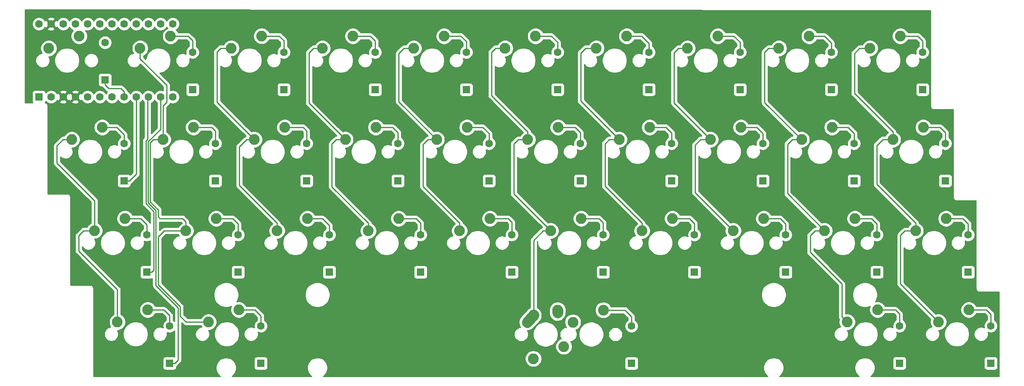
<source format=gbr>
G04 #@! TF.GenerationSoftware,KiCad,Pcbnew,(5.1.4-0-10_14)*
G04 #@! TF.CreationDate,2020-11-13T00:41:32-06:00*
G04 #@! TF.ProjectId,omega_4_solder,6f6d6567-615f-4345-9f73-6f6c6465722e,rev?*
G04 #@! TF.SameCoordinates,Original*
G04 #@! TF.FileFunction,Copper,L1,Top*
G04 #@! TF.FilePolarity,Positive*
%FSLAX46Y46*%
G04 Gerber Fmt 4.6, Leading zero omitted, Abs format (unit mm)*
G04 Created by KiCad (PCBNEW (5.1.4-0-10_14)) date 2020-11-13 00:41:32*
%MOMM*%
%LPD*%
G04 APERTURE LIST*
%ADD10C,2.250000*%
%ADD11C,1.600000*%
%ADD12R,1.600000X1.600000*%
%ADD13C,2.250000*%
%ADD14C,0.800000*%
%ADD15C,0.250000*%
%ADD16C,0.254000*%
G04 APERTURE END LIST*
D10*
X170243500Y-117665500D03*
X163893500Y-120205500D03*
X161988500Y-125285500D03*
X155638500Y-127825500D03*
D11*
X52405000Y-57930000D03*
X54945000Y-57930000D03*
X57485000Y-57930000D03*
X60025000Y-57930000D03*
X62565000Y-57930000D03*
X65105000Y-57930000D03*
X67645000Y-57930000D03*
X70185000Y-57930000D03*
X72725000Y-57930000D03*
X75265000Y-57930000D03*
X77805000Y-57930000D03*
X80345000Y-57930000D03*
X80345000Y-73170000D03*
X77805000Y-73170000D03*
X75265000Y-73170000D03*
X72725000Y-73170000D03*
X70185000Y-73170000D03*
X67645000Y-73170000D03*
X65105000Y-73170000D03*
X62565000Y-73170000D03*
X60025000Y-73170000D03*
X57485000Y-73170000D03*
X54945000Y-73170000D03*
D12*
X52405000Y-73170000D03*
D10*
X246565000Y-117620000D03*
X240215000Y-120160000D03*
X227515000Y-117620000D03*
X221165000Y-120160000D03*
X155678500Y-118745500D03*
X155023501Y-119475500D03*
D13*
X154368500Y-120205500D02*
X155678502Y-118745500D01*
D10*
X160718500Y-117665500D03*
X160698500Y-117955500D03*
D13*
X160678500Y-118245500D02*
X160718500Y-117665500D01*
D10*
X94165000Y-117620000D03*
X87815000Y-120160000D03*
X75140000Y-117620000D03*
X68790000Y-120160000D03*
X241790000Y-98570000D03*
X235440000Y-101110000D03*
X222790000Y-98570000D03*
X216440000Y-101110000D03*
X203715000Y-98570000D03*
X197365000Y-101110000D03*
X184665000Y-98570000D03*
X178315000Y-101110000D03*
X165615000Y-98570000D03*
X159265000Y-101110000D03*
X146565000Y-98570000D03*
X140215000Y-101110000D03*
X127515000Y-98570000D03*
X121165000Y-101110000D03*
X108465000Y-98570000D03*
X102115000Y-101110000D03*
X89415000Y-98570000D03*
X83065000Y-101110000D03*
X70365000Y-98545000D03*
X64015000Y-101085000D03*
X237040000Y-79520000D03*
X230690000Y-82060000D03*
X217990000Y-79520000D03*
X211640000Y-82060000D03*
X198965000Y-79520000D03*
X192615000Y-82060000D03*
X179915000Y-79520000D03*
X173565000Y-82060000D03*
X160815000Y-79520000D03*
X154465000Y-82060000D03*
X141790000Y-79520000D03*
X135440000Y-82060000D03*
X122740000Y-79520000D03*
X116390000Y-82060000D03*
X103715000Y-79520000D03*
X97365000Y-82060000D03*
X84665000Y-79520000D03*
X78315000Y-82060000D03*
X65615000Y-79520000D03*
X59265000Y-82060000D03*
X232265000Y-60470000D03*
X225915000Y-63010000D03*
X213240000Y-60470000D03*
X206890000Y-63010000D03*
X194165000Y-60470000D03*
X187815000Y-63010000D03*
X168790000Y-63010000D03*
X175140000Y-60470000D03*
X156090000Y-60470000D03*
X149740000Y-63010000D03*
X137015000Y-60470000D03*
X130665000Y-63010000D03*
X117965000Y-60470000D03*
X111615000Y-63010000D03*
X98915000Y-60445000D03*
X92565000Y-62985000D03*
X79890000Y-60470000D03*
X73540000Y-63010000D03*
X60815000Y-60470000D03*
X54465000Y-63010000D03*
D12*
X251150000Y-128775000D03*
D11*
X251150000Y-120975000D03*
D12*
X232075000Y-128775000D03*
D11*
X232075000Y-120975000D03*
D12*
X176125000Y-128800000D03*
D11*
X176125000Y-121000000D03*
D12*
X98750000Y-128800000D03*
D11*
X98750000Y-121000000D03*
D12*
X79700000Y-128800000D03*
D11*
X79700000Y-121000000D03*
D12*
X246375000Y-109750000D03*
D11*
X246375000Y-101950000D03*
D12*
X227350000Y-109750000D03*
D11*
X227350000Y-101950000D03*
D12*
X208300000Y-109750000D03*
D11*
X208300000Y-101950000D03*
D12*
X189250000Y-109750000D03*
D11*
X189250000Y-101950000D03*
D12*
X170200000Y-109750000D03*
D11*
X170200000Y-101950000D03*
D12*
X151125000Y-109750000D03*
D11*
X151125000Y-101950000D03*
D12*
X132075000Y-109750000D03*
D11*
X132075000Y-101950000D03*
D12*
X113025000Y-109750000D03*
D11*
X113025000Y-101950000D03*
D12*
X93975000Y-109750000D03*
D11*
X93975000Y-101950000D03*
D12*
X74925000Y-109750000D03*
D11*
X74925000Y-101950000D03*
D12*
X241625000Y-90675000D03*
D11*
X241625000Y-82875000D03*
D12*
X222575000Y-90675000D03*
D11*
X222575000Y-82875000D03*
D12*
X203525000Y-90675000D03*
D11*
X203525000Y-82875000D03*
D12*
X184475000Y-90675000D03*
D11*
X184475000Y-82875000D03*
D12*
X165425000Y-90675000D03*
D11*
X165425000Y-82875000D03*
D12*
X146375000Y-90675000D03*
D11*
X146375000Y-82875000D03*
D12*
X127350000Y-90675000D03*
D11*
X127350000Y-82875000D03*
D12*
X108275000Y-90675000D03*
D11*
X108275000Y-82875000D03*
D12*
X89225000Y-90675000D03*
D11*
X89225000Y-82875000D03*
D12*
X70175000Y-90675000D03*
D11*
X70175000Y-82875000D03*
D12*
X236875000Y-71625000D03*
D11*
X236875000Y-63825000D03*
D12*
X217825000Y-71625000D03*
D11*
X217825000Y-63825000D03*
D12*
X198775000Y-71625000D03*
D11*
X198775000Y-63825000D03*
D12*
X179750000Y-71625000D03*
D11*
X179750000Y-63825000D03*
D12*
X160675000Y-71625000D03*
D11*
X160675000Y-63825000D03*
D12*
X141625000Y-71625000D03*
D11*
X141625000Y-63825000D03*
D12*
X122600000Y-71625000D03*
D11*
X122600000Y-63825000D03*
D12*
X103525000Y-71625000D03*
D11*
X103525000Y-63825000D03*
D12*
X84475000Y-71625000D03*
D11*
X84475000Y-63825000D03*
D12*
X66200000Y-69600000D03*
D11*
X66200000Y-61800000D03*
D14*
X69125000Y-64825000D03*
X92675000Y-69850000D03*
X113125000Y-69925000D03*
X86175000Y-59525000D03*
X76925000Y-59900000D03*
X134600000Y-130325000D03*
X106200000Y-130050000D03*
X214249000Y-130365500D03*
X76327000Y-78232000D03*
X65200000Y-55325000D03*
X79438500Y-99631500D03*
D15*
X70185000Y-72038630D02*
X69550000Y-71403630D01*
X70185000Y-73170000D02*
X70185000Y-72038630D01*
X66953630Y-71403630D02*
X68328630Y-71403630D01*
X66200000Y-69600000D02*
X66200000Y-70650000D01*
X68328630Y-71403630D02*
X67628630Y-71403630D01*
X66200000Y-70650000D02*
X66953630Y-71403630D01*
X69550000Y-71403630D02*
X68328630Y-71403630D01*
X79890000Y-60470000D02*
X83545000Y-60470000D01*
X84475000Y-61400000D02*
X84475000Y-63825000D01*
X83545000Y-60470000D02*
X84475000Y-61400000D01*
X103525000Y-63825000D02*
X103525000Y-61410000D01*
X102560000Y-60445000D02*
X103525000Y-61410000D01*
X98915000Y-60445000D02*
X102560000Y-60445000D01*
X117965000Y-60470000D02*
X121595000Y-60470000D01*
X122600000Y-61475000D02*
X122600000Y-63825000D01*
X121595000Y-60470000D02*
X122600000Y-61475000D01*
X137015000Y-60470000D02*
X140495000Y-60470000D01*
X141625000Y-61600000D02*
X141625000Y-63825000D01*
X140495000Y-60470000D02*
X141625000Y-61600000D01*
X160675000Y-61775000D02*
X159370000Y-60470000D01*
X160675000Y-63825000D02*
X160675000Y-61775000D01*
X156090000Y-60470000D02*
X159370000Y-60470000D01*
X179750000Y-63825000D02*
X179750000Y-61975000D01*
X178245000Y-60470000D02*
X179750000Y-61975000D01*
X175140000Y-60470000D02*
X178245000Y-60470000D01*
X194165000Y-60470000D02*
X197495000Y-60470000D01*
X198775000Y-61750000D02*
X197495000Y-60470000D01*
X198775000Y-63825000D02*
X198775000Y-61750000D01*
X217825000Y-63825000D02*
X217825000Y-61875000D01*
X216420000Y-60470000D02*
X217825000Y-61875000D01*
X213240000Y-60470000D02*
X216420000Y-60470000D01*
X236875000Y-61450000D02*
X236875000Y-63825000D01*
X235895000Y-60470000D02*
X236875000Y-61450000D01*
X232265000Y-60470000D02*
X235895000Y-60470000D01*
X70175000Y-90675000D02*
X71325000Y-90675000D01*
X72725000Y-89275000D02*
X72125000Y-89875000D01*
X72725000Y-73170000D02*
X72725000Y-89275000D01*
X71325000Y-90675000D02*
X72125000Y-89875000D01*
X65615000Y-79520000D02*
X68645000Y-79520000D01*
X70175000Y-81050000D02*
X70175000Y-82875000D01*
X68645000Y-79520000D02*
X70175000Y-81050000D01*
X84665000Y-79520000D02*
X88495000Y-79520000D01*
X89225000Y-80250000D02*
X89225000Y-82875000D01*
X88495000Y-79520000D02*
X89225000Y-80250000D01*
X103715000Y-79520000D02*
X107570000Y-79520000D01*
X108275000Y-80225000D02*
X108275000Y-82875000D01*
X107570000Y-79520000D02*
X108275000Y-80225000D01*
X122740000Y-79520000D02*
X126245000Y-79520000D01*
X127350000Y-80625000D02*
X127350000Y-82875000D01*
X126245000Y-79520000D02*
X127350000Y-80625000D01*
X141790000Y-79520000D02*
X145070000Y-79520000D01*
X146375000Y-80825000D02*
X146375000Y-82875000D01*
X145070000Y-79520000D02*
X146375000Y-80825000D01*
X160815000Y-79520000D02*
X164320000Y-79520000D01*
X165425000Y-80625000D02*
X165425000Y-82875000D01*
X164320000Y-79520000D02*
X165425000Y-80625000D01*
X179915000Y-79520000D02*
X183320000Y-79520000D01*
X184475000Y-80675000D02*
X184475000Y-82875000D01*
X183320000Y-79520000D02*
X184475000Y-80675000D01*
X198965000Y-79520000D02*
X202295000Y-79520000D01*
X203525000Y-80750000D02*
X203525000Y-82875000D01*
X202295000Y-79520000D02*
X203525000Y-80750000D01*
X217990000Y-79520000D02*
X221345000Y-79520000D01*
X222575000Y-80750000D02*
X222575000Y-82875000D01*
X221345000Y-79520000D02*
X222575000Y-80750000D01*
X237040000Y-79520000D02*
X240545000Y-79520000D01*
X241625000Y-80600000D02*
X241625000Y-82875000D01*
X240545000Y-79520000D02*
X241625000Y-80600000D01*
X75120500Y-73314500D02*
X75265000Y-73170000D01*
X75120500Y-81956680D02*
X75120500Y-73314500D01*
X74750730Y-82326450D02*
X75120500Y-81956680D01*
X75975000Y-109750000D02*
X76390500Y-109334500D01*
X74750730Y-95453140D02*
X74750730Y-82326450D01*
X76390500Y-109334500D02*
X76390500Y-97092910D01*
X76390500Y-97092910D02*
X74750730Y-95453140D01*
X74925000Y-109750000D02*
X75975000Y-109750000D01*
X70365000Y-98545000D02*
X73670000Y-98545000D01*
X74925000Y-99800000D02*
X73670000Y-98545000D01*
X74925000Y-101950000D02*
X74925000Y-99800000D01*
X89415000Y-98570000D02*
X92870000Y-98570000D01*
X93975000Y-99675000D02*
X93975000Y-101950000D01*
X92870000Y-98570000D02*
X93975000Y-99675000D01*
X113025000Y-101950000D02*
X113025000Y-100000000D01*
X113025000Y-100000000D02*
X111595000Y-98570000D01*
X108465000Y-98570000D02*
X111595000Y-98570000D01*
X127515000Y-98570000D02*
X131145000Y-98570000D01*
X132075000Y-99500000D02*
X132075000Y-101950000D01*
X131145000Y-98570000D02*
X132075000Y-99500000D01*
X146565000Y-98570000D02*
X150370000Y-98570000D01*
X151125000Y-99325000D02*
X151125000Y-101950000D01*
X150370000Y-98570000D02*
X151125000Y-99325000D01*
X165615000Y-98570000D02*
X169320000Y-98570000D01*
X170200000Y-99450000D02*
X170200000Y-101950000D01*
X169320000Y-98570000D02*
X170200000Y-99450000D01*
X184665000Y-98570000D02*
X188245000Y-98570000D01*
X189250000Y-99575000D02*
X189250000Y-101950000D01*
X188245000Y-98570000D02*
X189250000Y-99575000D01*
X203715000Y-98570000D02*
X207170000Y-98570000D01*
X207170000Y-98570000D02*
X208300000Y-99700000D01*
X208300000Y-99700000D02*
X208300000Y-101950000D01*
X222790000Y-98570000D02*
X226270000Y-98570000D01*
X227350000Y-99650000D02*
X227350000Y-101950000D01*
X226270000Y-98570000D02*
X227350000Y-99650000D01*
X241790000Y-98570000D02*
X245295000Y-98570000D01*
X246375000Y-99650000D02*
X246375000Y-101950000D01*
X245295000Y-98570000D02*
X246375000Y-99650000D01*
X75200740Y-82512850D02*
X77805000Y-79908590D01*
X75200740Y-95266740D02*
X75200740Y-82512850D01*
X76840510Y-96906510D02*
X75200740Y-95266740D01*
X81470500Y-117157500D02*
X76840510Y-112527510D01*
X76840510Y-112527510D02*
X76840510Y-96906510D01*
X81470500Y-128079500D02*
X81470500Y-117157500D01*
X77805000Y-79908590D02*
X77805000Y-73170000D01*
X80750000Y-128800000D02*
X81470500Y-128079500D01*
X79700000Y-128800000D02*
X80750000Y-128800000D01*
X75140000Y-117620000D02*
X78495000Y-117620000D01*
X79700000Y-118825000D02*
X78495000Y-117620000D01*
X79700000Y-121000000D02*
X79700000Y-118825000D01*
X94165000Y-117620000D02*
X97470000Y-117620000D01*
X98750000Y-118900000D02*
X97470000Y-117620000D01*
X98750000Y-121000000D02*
X98750000Y-118900000D01*
X155575000Y-127825500D02*
X155638500Y-127762000D01*
X174767500Y-117665500D02*
X176125000Y-119023000D01*
X176125000Y-119023000D02*
X176125000Y-121000000D01*
X174767500Y-117665500D02*
X170243500Y-117665500D01*
X227515000Y-117620000D02*
X231195000Y-117620000D01*
X232075000Y-118500000D02*
X232075000Y-120975000D01*
X231195000Y-117620000D02*
X232075000Y-118500000D01*
X246565000Y-117620000D02*
X250220000Y-117620000D01*
X251150000Y-118550000D02*
X251150000Y-120975000D01*
X250220000Y-117620000D02*
X251150000Y-118550000D01*
X61765000Y-101085000D02*
X64015000Y-101085000D01*
X60700000Y-102150000D02*
X61765000Y-101085000D01*
X56175000Y-83350000D02*
X57465000Y-82060000D01*
X57465000Y-82060000D02*
X59265000Y-82060000D01*
X68790000Y-113415000D02*
X60700000Y-105325000D01*
X68790000Y-120160000D02*
X68790000Y-113415000D01*
X60700000Y-105325000D02*
X60700000Y-102150000D01*
X64015000Y-94815000D02*
X56175000Y-86975000D01*
X64015000Y-101085000D02*
X64015000Y-94815000D01*
X56175000Y-86975000D02*
X56175000Y-83350000D01*
X73540000Y-64600990D02*
X73540000Y-63010000D01*
X73540000Y-65171974D02*
X73540000Y-64600990D01*
X78315000Y-75485000D02*
X78315000Y-75060000D01*
X78315000Y-82060000D02*
X78315000Y-75485000D01*
X78315000Y-75060000D02*
X79075000Y-74300000D01*
X79075000Y-70706974D02*
X77809013Y-69440987D01*
X79075000Y-74300000D02*
X79075000Y-70706974D01*
X77809013Y-69440987D02*
X73540000Y-65171974D01*
X78930001Y-70561975D02*
X77809013Y-69440987D01*
X87815000Y-120160000D02*
X83145010Y-120160000D01*
X81920510Y-118935500D02*
X81920509Y-116971099D01*
X83145010Y-120160000D02*
X81920510Y-118935500D01*
X81920509Y-116971099D02*
X77290520Y-112341110D01*
X77290520Y-112341110D02*
X77290520Y-102414480D01*
X78595000Y-101110000D02*
X81361500Y-101110000D01*
X77290520Y-102414480D02*
X78595000Y-101110000D01*
X81361500Y-101110000D02*
X83065000Y-101110000D01*
X82359500Y-98552000D02*
X83065000Y-99257500D01*
X83065000Y-99257500D02*
X83065000Y-101110000D01*
X77290519Y-96720109D02*
X77290520Y-98182020D01*
X77290520Y-98182020D02*
X77660500Y-98552000D01*
X75650750Y-95080340D02*
X77290519Y-96720109D01*
X75650750Y-82699250D02*
X75650750Y-95080340D01*
X76290000Y-82060000D02*
X75650750Y-82699250D01*
X77660500Y-98552000D02*
X82359500Y-98552000D01*
X78315000Y-82060000D02*
X76290000Y-82060000D01*
X97365000Y-82060000D02*
X89575000Y-74270000D01*
X89575000Y-74270000D02*
X89575000Y-63775000D01*
X90365000Y-62985000D02*
X92565000Y-62985000D01*
X89575000Y-63775000D02*
X90365000Y-62985000D01*
X102115000Y-99519010D02*
X102115000Y-101110000D01*
X94250000Y-83584010D02*
X94250000Y-91654010D01*
X95774010Y-82060000D02*
X94250000Y-83584010D01*
X94250000Y-91654010D02*
X102115000Y-99519010D01*
X97365000Y-82060000D02*
X95774010Y-82060000D01*
X121165000Y-99519010D02*
X113575000Y-91929010D01*
X121165000Y-101110000D02*
X121165000Y-99519010D01*
X113575000Y-91929010D02*
X113575000Y-83000000D01*
X114515000Y-82060000D02*
X116390000Y-82060000D01*
X113575000Y-83000000D02*
X114515000Y-82060000D01*
X116390000Y-82060000D02*
X108800000Y-74470000D01*
X108800000Y-74470000D02*
X108800000Y-63950000D01*
X109740000Y-63010000D02*
X111615000Y-63010000D01*
X108800000Y-63950000D02*
X109740000Y-63010000D01*
X140215000Y-99519010D02*
X132600000Y-91904010D01*
X140215000Y-101110000D02*
X140215000Y-99519010D01*
X132600000Y-91904010D02*
X132600000Y-83100000D01*
X133640000Y-82060000D02*
X135440000Y-82060000D01*
X132600000Y-83100000D02*
X133640000Y-82060000D01*
X135440000Y-82060000D02*
X127550000Y-74170000D01*
X127550000Y-74170000D02*
X127550000Y-64100000D01*
X128640000Y-63010000D02*
X130665000Y-63010000D01*
X127550000Y-64100000D02*
X128640000Y-63010000D01*
X159265000Y-101110000D02*
X151550000Y-93395000D01*
X151550000Y-93395000D02*
X151550000Y-82975000D01*
X152465000Y-82060000D02*
X154465000Y-82060000D01*
X151550000Y-82975000D02*
X152465000Y-82060000D01*
X154465000Y-80469010D02*
X146875000Y-72879010D01*
X154465000Y-82060000D02*
X154465000Y-80469010D01*
X146875000Y-72879010D02*
X146875000Y-63850000D01*
X147715000Y-63010000D02*
X149740000Y-63010000D01*
X146875000Y-63850000D02*
X147715000Y-63010000D01*
X155678500Y-103105510D02*
X155678500Y-118745500D01*
X157674010Y-101110000D02*
X155678500Y-103105510D01*
X159265000Y-101110000D02*
X157674010Y-101110000D01*
X178315000Y-99519010D02*
X170575000Y-91779010D01*
X178315000Y-101110000D02*
X178315000Y-99519010D01*
X170575000Y-91779010D02*
X170575000Y-82950000D01*
X171465000Y-82060000D02*
X173565000Y-82060000D01*
X170575000Y-82950000D02*
X171465000Y-82060000D01*
X173565000Y-82060000D02*
X165525000Y-74020000D01*
X165525000Y-74020000D02*
X165525000Y-64000000D01*
X166515000Y-63010000D02*
X168790000Y-63010000D01*
X165525000Y-64000000D02*
X166515000Y-63010000D01*
X197365000Y-101110000D02*
X189375000Y-93120000D01*
X189375000Y-93120000D02*
X189375000Y-83225000D01*
X189375000Y-83225000D02*
X190550000Y-82050000D01*
X190560000Y-82060000D02*
X192615000Y-82060000D01*
X190550000Y-82050000D02*
X190560000Y-82060000D01*
X192615000Y-82060000D02*
X185000000Y-74445000D01*
X185000000Y-74445000D02*
X185000000Y-63925000D01*
X185915000Y-63010000D02*
X187815000Y-63010000D01*
X185000000Y-63925000D02*
X185915000Y-63010000D01*
X220040001Y-119035001D02*
X220040001Y-112215001D01*
X221165000Y-120160000D02*
X220040001Y-119035001D01*
X220040001Y-112215001D02*
X213425000Y-105600000D01*
X213425000Y-105600000D02*
X213425000Y-102125000D01*
X214440000Y-101110000D02*
X216440000Y-101110000D01*
X213425000Y-102125000D02*
X214440000Y-101110000D01*
X216440000Y-101110000D02*
X208675000Y-93345000D01*
X208675000Y-93345000D02*
X208675000Y-83075000D01*
X209690000Y-82060000D02*
X211640000Y-82060000D01*
X208675000Y-83075000D02*
X209690000Y-82060000D01*
X211640000Y-82060000D02*
X203925000Y-74345000D01*
X203925000Y-74345000D02*
X203925000Y-63850000D01*
X204765000Y-63010000D02*
X206890000Y-63010000D01*
X203925000Y-63850000D02*
X204765000Y-63010000D01*
X240215000Y-120160000D02*
X232275000Y-112220000D01*
X232275000Y-112220000D02*
X232275000Y-102050000D01*
X233215000Y-101110000D02*
X235440000Y-101110000D01*
X232275000Y-102050000D02*
X233215000Y-101110000D01*
X235440000Y-99519010D02*
X227300000Y-91379010D01*
X235440000Y-101110000D02*
X235440000Y-99519010D01*
X227300000Y-91379010D02*
X227300000Y-83325000D01*
X227300000Y-83325000D02*
X228575000Y-82050000D01*
X228585000Y-82060000D02*
X230690000Y-82060000D01*
X228575000Y-82050000D02*
X228585000Y-82060000D01*
X230690000Y-80469010D02*
X222650000Y-72429010D01*
X230690000Y-82060000D02*
X230690000Y-80469010D01*
X222650000Y-72429010D02*
X222650000Y-64100000D01*
X223740000Y-63010000D02*
X225915000Y-63010000D01*
X222650000Y-64100000D02*
X223740000Y-63010000D01*
D16*
G36*
X238515001Y-55109421D02*
G01*
X238515000Y-75038895D01*
X238511444Y-75075000D01*
X238525635Y-75219085D01*
X238567663Y-75357633D01*
X238635913Y-75485320D01*
X238727762Y-75597238D01*
X238839680Y-75689087D01*
X238967367Y-75757337D01*
X239105915Y-75799365D01*
X239250000Y-75813556D01*
X239286105Y-75810000D01*
X243290001Y-75810000D01*
X243290000Y-94088895D01*
X243286444Y-94125000D01*
X243300635Y-94269085D01*
X243342663Y-94407633D01*
X243410913Y-94535320D01*
X243502762Y-94647238D01*
X243572095Y-94704138D01*
X243614680Y-94739087D01*
X243742367Y-94807337D01*
X243880915Y-94849365D01*
X244025000Y-94863556D01*
X244061105Y-94860000D01*
X248040001Y-94860000D01*
X248040000Y-113138895D01*
X248036444Y-113175000D01*
X248050635Y-113319085D01*
X248092663Y-113457633D01*
X248160913Y-113585320D01*
X248252762Y-113697238D01*
X248334218Y-113764087D01*
X248364680Y-113789087D01*
X248492367Y-113857337D01*
X248630915Y-113899365D01*
X248775000Y-113913556D01*
X248811105Y-113910000D01*
X252839518Y-113910000D01*
X252827984Y-131490000D01*
X226106319Y-131490000D01*
X226229782Y-131407504D01*
X226530504Y-131106782D01*
X226766781Y-130753170D01*
X226929530Y-130360257D01*
X227012500Y-129943143D01*
X227012500Y-129517857D01*
X226929530Y-129100743D01*
X226766781Y-128707830D01*
X226530504Y-128354218D01*
X226229782Y-128053496D01*
X226112305Y-127975000D01*
X230636928Y-127975000D01*
X230636928Y-129575000D01*
X230649188Y-129699482D01*
X230685498Y-129819180D01*
X230744463Y-129929494D01*
X230823815Y-130026185D01*
X230920506Y-130105537D01*
X231030820Y-130164502D01*
X231150518Y-130200812D01*
X231275000Y-130213072D01*
X232875000Y-130213072D01*
X232999482Y-130200812D01*
X233119180Y-130164502D01*
X233229494Y-130105537D01*
X233326185Y-130026185D01*
X233405537Y-129929494D01*
X233464502Y-129819180D01*
X233500812Y-129699482D01*
X233513072Y-129575000D01*
X233513072Y-127975000D01*
X249711928Y-127975000D01*
X249711928Y-129575000D01*
X249724188Y-129699482D01*
X249760498Y-129819180D01*
X249819463Y-129929494D01*
X249898815Y-130026185D01*
X249995506Y-130105537D01*
X250105820Y-130164502D01*
X250225518Y-130200812D01*
X250350000Y-130213072D01*
X251950000Y-130213072D01*
X252074482Y-130200812D01*
X252194180Y-130164502D01*
X252304494Y-130105537D01*
X252401185Y-130026185D01*
X252480537Y-129929494D01*
X252539502Y-129819180D01*
X252575812Y-129699482D01*
X252588072Y-129575000D01*
X252588072Y-127975000D01*
X252575812Y-127850518D01*
X252539502Y-127730820D01*
X252480537Y-127620506D01*
X252401185Y-127523815D01*
X252304494Y-127444463D01*
X252194180Y-127385498D01*
X252074482Y-127349188D01*
X251950000Y-127336928D01*
X250350000Y-127336928D01*
X250225518Y-127349188D01*
X250105820Y-127385498D01*
X249995506Y-127444463D01*
X249898815Y-127523815D01*
X249819463Y-127620506D01*
X249760498Y-127730820D01*
X249724188Y-127850518D01*
X249711928Y-127975000D01*
X233513072Y-127975000D01*
X233500812Y-127850518D01*
X233464502Y-127730820D01*
X233405537Y-127620506D01*
X233326185Y-127523815D01*
X233229494Y-127444463D01*
X233119180Y-127385498D01*
X232999482Y-127349188D01*
X232875000Y-127336928D01*
X231275000Y-127336928D01*
X231150518Y-127349188D01*
X231030820Y-127385498D01*
X230920506Y-127444463D01*
X230823815Y-127523815D01*
X230744463Y-127620506D01*
X230685498Y-127730820D01*
X230649188Y-127850518D01*
X230636928Y-127975000D01*
X226112305Y-127975000D01*
X225876170Y-127817219D01*
X225483257Y-127654470D01*
X225066143Y-127571500D01*
X224640857Y-127571500D01*
X224223743Y-127654470D01*
X223830830Y-127817219D01*
X223477218Y-128053496D01*
X223176496Y-128354218D01*
X222940219Y-128707830D01*
X222777470Y-129100743D01*
X222694500Y-129517857D01*
X222694500Y-129943143D01*
X222777470Y-130360257D01*
X222940219Y-130753170D01*
X223176496Y-131106782D01*
X223477218Y-131407504D01*
X223600681Y-131490000D01*
X207056319Y-131490000D01*
X207179782Y-131407504D01*
X207480504Y-131106782D01*
X207716781Y-130753170D01*
X207879530Y-130360257D01*
X207962500Y-129943143D01*
X207962500Y-129517857D01*
X207879530Y-129100743D01*
X207716781Y-128707830D01*
X207480504Y-128354218D01*
X207179782Y-128053496D01*
X206826170Y-127817219D01*
X206433257Y-127654470D01*
X206016143Y-127571500D01*
X205590857Y-127571500D01*
X205173743Y-127654470D01*
X204780830Y-127817219D01*
X204427218Y-128053496D01*
X204126496Y-128354218D01*
X203890219Y-128707830D01*
X203727470Y-129100743D01*
X203644500Y-129517857D01*
X203644500Y-129943143D01*
X203727470Y-130360257D01*
X203890219Y-130753170D01*
X204126496Y-131106782D01*
X204427218Y-131407504D01*
X204550681Y-131490000D01*
X111806319Y-131490000D01*
X111929782Y-131407504D01*
X112230504Y-131106782D01*
X112466781Y-130753170D01*
X112629530Y-130360257D01*
X112712500Y-129943143D01*
X112712500Y-129517857D01*
X112629530Y-129100743D01*
X112466781Y-128707830D01*
X112230504Y-128354218D01*
X111929782Y-128053496D01*
X111576170Y-127817219D01*
X111183257Y-127654470D01*
X111171619Y-127652155D01*
X153878500Y-127652155D01*
X153878500Y-127998845D01*
X153946136Y-128338873D01*
X154078808Y-128659173D01*
X154271419Y-128947435D01*
X154516565Y-129192581D01*
X154804827Y-129385192D01*
X155125127Y-129517864D01*
X155465155Y-129585500D01*
X155811845Y-129585500D01*
X156151873Y-129517864D01*
X156472173Y-129385192D01*
X156760435Y-129192581D01*
X157005581Y-128947435D01*
X157198192Y-128659173D01*
X157330864Y-128338873D01*
X157398270Y-128000000D01*
X174686928Y-128000000D01*
X174686928Y-129600000D01*
X174699188Y-129724482D01*
X174735498Y-129844180D01*
X174794463Y-129954494D01*
X174873815Y-130051185D01*
X174970506Y-130130537D01*
X175080820Y-130189502D01*
X175200518Y-130225812D01*
X175325000Y-130238072D01*
X176925000Y-130238072D01*
X177049482Y-130225812D01*
X177169180Y-130189502D01*
X177279494Y-130130537D01*
X177376185Y-130051185D01*
X177455537Y-129954494D01*
X177514502Y-129844180D01*
X177550812Y-129724482D01*
X177563072Y-129600000D01*
X177563072Y-128000000D01*
X177550812Y-127875518D01*
X177514502Y-127755820D01*
X177455537Y-127645506D01*
X177376185Y-127548815D01*
X177279494Y-127469463D01*
X177169180Y-127410498D01*
X177049482Y-127374188D01*
X176925000Y-127361928D01*
X175325000Y-127361928D01*
X175200518Y-127374188D01*
X175080820Y-127410498D01*
X174970506Y-127469463D01*
X174873815Y-127548815D01*
X174794463Y-127645506D01*
X174735498Y-127755820D01*
X174699188Y-127875518D01*
X174686928Y-128000000D01*
X157398270Y-128000000D01*
X157398500Y-127998845D01*
X157398500Y-127652155D01*
X157330864Y-127312127D01*
X157198192Y-126991827D01*
X157005581Y-126703565D01*
X156760435Y-126458419D01*
X156472173Y-126265808D01*
X156151873Y-126133136D01*
X155811845Y-126065500D01*
X155465155Y-126065500D01*
X155125127Y-126133136D01*
X154804827Y-126265808D01*
X154516565Y-126458419D01*
X154271419Y-126703565D01*
X154078808Y-126991827D01*
X153946136Y-127312127D01*
X153878500Y-127652155D01*
X111171619Y-127652155D01*
X110766143Y-127571500D01*
X110340857Y-127571500D01*
X109923743Y-127654470D01*
X109530830Y-127817219D01*
X109177218Y-128053496D01*
X108876496Y-128354218D01*
X108640219Y-128707830D01*
X108477470Y-129100743D01*
X108394500Y-129517857D01*
X108394500Y-129943143D01*
X108477470Y-130360257D01*
X108640219Y-130753170D01*
X108876496Y-131106782D01*
X109177218Y-131407504D01*
X109300681Y-131490000D01*
X92756319Y-131490000D01*
X92879782Y-131407504D01*
X93180504Y-131106782D01*
X93416781Y-130753170D01*
X93579530Y-130360257D01*
X93662500Y-129943143D01*
X93662500Y-129517857D01*
X93579530Y-129100743D01*
X93416781Y-128707830D01*
X93180504Y-128354218D01*
X92879782Y-128053496D01*
X92799720Y-128000000D01*
X97311928Y-128000000D01*
X97311928Y-129600000D01*
X97324188Y-129724482D01*
X97360498Y-129844180D01*
X97419463Y-129954494D01*
X97498815Y-130051185D01*
X97595506Y-130130537D01*
X97705820Y-130189502D01*
X97825518Y-130225812D01*
X97950000Y-130238072D01*
X99550000Y-130238072D01*
X99674482Y-130225812D01*
X99794180Y-130189502D01*
X99904494Y-130130537D01*
X100001185Y-130051185D01*
X100080537Y-129954494D01*
X100139502Y-129844180D01*
X100175812Y-129724482D01*
X100188072Y-129600000D01*
X100188072Y-128000000D01*
X100175812Y-127875518D01*
X100139502Y-127755820D01*
X100080537Y-127645506D01*
X100001185Y-127548815D01*
X99904494Y-127469463D01*
X99794180Y-127410498D01*
X99674482Y-127374188D01*
X99550000Y-127361928D01*
X97950000Y-127361928D01*
X97825518Y-127374188D01*
X97705820Y-127410498D01*
X97595506Y-127469463D01*
X97498815Y-127548815D01*
X97419463Y-127645506D01*
X97360498Y-127755820D01*
X97324188Y-127875518D01*
X97311928Y-128000000D01*
X92799720Y-128000000D01*
X92526170Y-127817219D01*
X92133257Y-127654470D01*
X91716143Y-127571500D01*
X91290857Y-127571500D01*
X90873743Y-127654470D01*
X90480830Y-127817219D01*
X90127218Y-128053496D01*
X89826496Y-128354218D01*
X89590219Y-128707830D01*
X89427470Y-129100743D01*
X89344500Y-129517857D01*
X89344500Y-129943143D01*
X89427470Y-130360257D01*
X89590219Y-130753170D01*
X89826496Y-131106782D01*
X90127218Y-131407504D01*
X90250681Y-131490000D01*
X63810000Y-131490000D01*
X63810000Y-113186104D01*
X63813556Y-113150000D01*
X63799365Y-113005915D01*
X63757337Y-112867367D01*
X63689087Y-112739680D01*
X63597238Y-112627762D01*
X63485320Y-112535913D01*
X63357633Y-112467663D01*
X63219085Y-112425635D01*
X63111105Y-112415000D01*
X63075000Y-112411444D01*
X63038895Y-112415000D01*
X59035000Y-112415000D01*
X59035000Y-94161104D01*
X59038556Y-94125000D01*
X59024365Y-93980915D01*
X58982337Y-93842367D01*
X58914087Y-93714680D01*
X58822238Y-93602762D01*
X58710320Y-93510913D01*
X58582633Y-93442663D01*
X58444085Y-93400635D01*
X58336105Y-93390000D01*
X58300000Y-93386444D01*
X58263895Y-93390000D01*
X54285000Y-93390000D01*
X54285000Y-83350000D01*
X55411324Y-83350000D01*
X55415001Y-83387332D01*
X55415000Y-86937677D01*
X55411324Y-86975000D01*
X55415000Y-87012322D01*
X55415000Y-87012332D01*
X55425997Y-87123985D01*
X55457822Y-87228900D01*
X55469454Y-87267246D01*
X55540026Y-87399276D01*
X55579871Y-87447826D01*
X55634999Y-87515001D01*
X55664003Y-87538804D01*
X63255001Y-95129803D01*
X63255000Y-99494792D01*
X63181327Y-99525308D01*
X62893065Y-99717919D01*
X62647919Y-99963065D01*
X62455308Y-100251327D01*
X62424792Y-100325000D01*
X61802322Y-100325000D01*
X61764999Y-100321324D01*
X61727676Y-100325000D01*
X61727667Y-100325000D01*
X61616014Y-100335997D01*
X61472753Y-100379454D01*
X61340724Y-100450026D01*
X61340722Y-100450027D01*
X61340723Y-100450027D01*
X61253996Y-100521201D01*
X61253992Y-100521205D01*
X61224999Y-100544999D01*
X61201205Y-100573992D01*
X60188998Y-101586201D01*
X60160000Y-101609999D01*
X60136202Y-101638997D01*
X60136201Y-101638998D01*
X60065026Y-101725724D01*
X59994454Y-101857754D01*
X59975975Y-101918673D01*
X59950998Y-102001014D01*
X59940001Y-102112667D01*
X59936324Y-102150000D01*
X59940001Y-102187332D01*
X59940000Y-105287677D01*
X59936324Y-105325000D01*
X59940000Y-105362322D01*
X59940000Y-105362332D01*
X59950997Y-105473985D01*
X59989223Y-105600000D01*
X59994454Y-105617246D01*
X60065026Y-105749276D01*
X60104871Y-105797826D01*
X60159999Y-105865001D01*
X60189003Y-105888804D01*
X68030001Y-113729803D01*
X68030000Y-118569792D01*
X67956327Y-118600308D01*
X67668065Y-118792919D01*
X67422919Y-119038065D01*
X67230308Y-119326327D01*
X67097636Y-119646627D01*
X67030000Y-119986655D01*
X67030000Y-120333345D01*
X67097636Y-120673373D01*
X67230308Y-120993673D01*
X67362638Y-121191719D01*
X67079549Y-121248029D01*
X66804747Y-121361856D01*
X66557431Y-121527107D01*
X66347107Y-121737431D01*
X66181856Y-121984747D01*
X66068029Y-122259549D01*
X66010000Y-122551278D01*
X66010000Y-122848722D01*
X66068029Y-123140451D01*
X66181856Y-123415253D01*
X66347107Y-123662569D01*
X66557431Y-123872893D01*
X66804747Y-124038144D01*
X67079549Y-124151971D01*
X67371278Y-124210000D01*
X67668722Y-124210000D01*
X67960451Y-124151971D01*
X68235253Y-124038144D01*
X68482569Y-123872893D01*
X68692893Y-123662569D01*
X68858144Y-123415253D01*
X68971971Y-123140451D01*
X69030000Y-122848722D01*
X69030000Y-122551278D01*
X69008080Y-122441076D01*
X69971100Y-122441076D01*
X69971100Y-122958924D01*
X70072127Y-123466822D01*
X70270299Y-123945251D01*
X70558000Y-124375826D01*
X70924174Y-124742000D01*
X71354749Y-125029701D01*
X71833178Y-125227873D01*
X72341076Y-125328900D01*
X72858924Y-125328900D01*
X73366822Y-125227873D01*
X73845251Y-125029701D01*
X74275826Y-124742000D01*
X74642000Y-124375826D01*
X74929701Y-123945251D01*
X75127873Y-123466822D01*
X75228900Y-122958924D01*
X75228900Y-122441076D01*
X75127873Y-121933178D01*
X74929701Y-121454749D01*
X74642000Y-121024174D01*
X74275826Y-120658000D01*
X73845251Y-120370299D01*
X73366822Y-120172127D01*
X72858924Y-120071100D01*
X72341076Y-120071100D01*
X71833178Y-120172127D01*
X71354749Y-120370299D01*
X70924174Y-120658000D01*
X70558000Y-121024174D01*
X70270299Y-121454749D01*
X70072127Y-121933178D01*
X69971100Y-122441076D01*
X69008080Y-122441076D01*
X68971971Y-122259549D01*
X68858144Y-121984747D01*
X68814882Y-121920000D01*
X68963345Y-121920000D01*
X69303373Y-121852364D01*
X69623673Y-121719692D01*
X69911935Y-121527081D01*
X70157081Y-121281935D01*
X70349692Y-120993673D01*
X70482364Y-120673373D01*
X70550000Y-120333345D01*
X70550000Y-119986655D01*
X70482364Y-119646627D01*
X70349692Y-119326327D01*
X70157081Y-119038065D01*
X69911935Y-118792919D01*
X69623673Y-118600308D01*
X69550000Y-118569792D01*
X69550000Y-113452325D01*
X69553676Y-113415000D01*
X69550000Y-113377675D01*
X69550000Y-113377667D01*
X69539003Y-113266014D01*
X69495546Y-113122753D01*
X69424974Y-112990724D01*
X69330001Y-112874999D01*
X69301003Y-112851201D01*
X61460000Y-105010199D01*
X61460000Y-104419789D01*
X61572107Y-104587569D01*
X61782431Y-104797893D01*
X62029747Y-104963144D01*
X62304549Y-105076971D01*
X62596278Y-105135000D01*
X62893722Y-105135000D01*
X63185451Y-105076971D01*
X63460253Y-104963144D01*
X63707569Y-104797893D01*
X63917893Y-104587569D01*
X64083144Y-104340253D01*
X64196971Y-104065451D01*
X64255000Y-103773722D01*
X64255000Y-103476278D01*
X64233080Y-103366076D01*
X65196100Y-103366076D01*
X65196100Y-103883924D01*
X65297127Y-104391822D01*
X65495299Y-104870251D01*
X65783000Y-105300826D01*
X66149174Y-105667000D01*
X66579749Y-105954701D01*
X67058178Y-106152873D01*
X67566076Y-106253900D01*
X68083924Y-106253900D01*
X68591822Y-106152873D01*
X69070251Y-105954701D01*
X69500826Y-105667000D01*
X69867000Y-105300826D01*
X70154701Y-104870251D01*
X70352873Y-104391822D01*
X70453900Y-103883924D01*
X70453900Y-103366076D01*
X70352873Y-102858178D01*
X70154701Y-102379749D01*
X69867000Y-101949174D01*
X69500826Y-101583000D01*
X69070251Y-101295299D01*
X68591822Y-101097127D01*
X68083924Y-100996100D01*
X67566076Y-100996100D01*
X67058178Y-101097127D01*
X66579749Y-101295299D01*
X66149174Y-101583000D01*
X65783000Y-101949174D01*
X65495299Y-102379749D01*
X65297127Y-102858178D01*
X65196100Y-103366076D01*
X64233080Y-103366076D01*
X64196971Y-103184549D01*
X64083144Y-102909747D01*
X64039882Y-102845000D01*
X64188345Y-102845000D01*
X64528373Y-102777364D01*
X64848673Y-102644692D01*
X65136935Y-102452081D01*
X65382081Y-102206935D01*
X65574692Y-101918673D01*
X65707364Y-101598373D01*
X65775000Y-101258345D01*
X65775000Y-100911655D01*
X65707364Y-100571627D01*
X65574692Y-100251327D01*
X65382081Y-99963065D01*
X65136935Y-99717919D01*
X64848673Y-99525308D01*
X64775000Y-99494792D01*
X64775000Y-94852322D01*
X64778676Y-94814999D01*
X64775000Y-94777676D01*
X64775000Y-94777667D01*
X64764003Y-94666014D01*
X64720546Y-94522753D01*
X64649974Y-94390724D01*
X64555001Y-94274999D01*
X64526003Y-94251201D01*
X56935000Y-86660199D01*
X56935000Y-85675462D01*
X57032431Y-85772893D01*
X57279747Y-85938144D01*
X57554549Y-86051971D01*
X57846278Y-86110000D01*
X58143722Y-86110000D01*
X58435451Y-86051971D01*
X58710253Y-85938144D01*
X58957569Y-85772893D01*
X59167893Y-85562569D01*
X59333144Y-85315253D01*
X59446971Y-85040451D01*
X59505000Y-84748722D01*
X59505000Y-84451278D01*
X59483080Y-84341076D01*
X60446100Y-84341076D01*
X60446100Y-84858924D01*
X60547127Y-85366822D01*
X60745299Y-85845251D01*
X61033000Y-86275826D01*
X61399174Y-86642000D01*
X61829749Y-86929701D01*
X62308178Y-87127873D01*
X62816076Y-87228900D01*
X63333924Y-87228900D01*
X63841822Y-87127873D01*
X64320251Y-86929701D01*
X64750826Y-86642000D01*
X65117000Y-86275826D01*
X65404701Y-85845251D01*
X65602873Y-85366822D01*
X65703900Y-84858924D01*
X65703900Y-84341076D01*
X65602873Y-83833178D01*
X65404701Y-83354749D01*
X65117000Y-82924174D01*
X64750826Y-82558000D01*
X64320251Y-82270299D01*
X63841822Y-82072127D01*
X63333924Y-81971100D01*
X62816076Y-81971100D01*
X62308178Y-82072127D01*
X61829749Y-82270299D01*
X61399174Y-82558000D01*
X61033000Y-82924174D01*
X60745299Y-83354749D01*
X60547127Y-83833178D01*
X60446100Y-84341076D01*
X59483080Y-84341076D01*
X59446971Y-84159549D01*
X59333144Y-83884747D01*
X59289882Y-83820000D01*
X59438345Y-83820000D01*
X59778373Y-83752364D01*
X60098673Y-83619692D01*
X60386935Y-83427081D01*
X60632081Y-83181935D01*
X60824692Y-82893673D01*
X60957364Y-82573373D01*
X61025000Y-82233345D01*
X61025000Y-81886655D01*
X60957364Y-81546627D01*
X60824692Y-81226327D01*
X60632081Y-80938065D01*
X60386935Y-80692919D01*
X60098673Y-80500308D01*
X59778373Y-80367636D01*
X59438345Y-80300000D01*
X59091655Y-80300000D01*
X58751627Y-80367636D01*
X58431327Y-80500308D01*
X58143065Y-80692919D01*
X57897919Y-80938065D01*
X57705308Y-81226327D01*
X57674792Y-81300000D01*
X57502322Y-81300000D01*
X57464999Y-81296324D01*
X57427676Y-81300000D01*
X57427667Y-81300000D01*
X57316014Y-81310997D01*
X57172753Y-81354454D01*
X57040724Y-81425026D01*
X57040722Y-81425027D01*
X57040723Y-81425027D01*
X56953996Y-81496201D01*
X56953992Y-81496205D01*
X56924999Y-81519999D01*
X56901205Y-81548992D01*
X55663998Y-82786201D01*
X55635000Y-82809999D01*
X55611202Y-82838997D01*
X55611201Y-82838998D01*
X55540026Y-82925724D01*
X55469454Y-83057754D01*
X55439180Y-83157558D01*
X55431786Y-83181935D01*
X55425998Y-83201015D01*
X55411324Y-83350000D01*
X54285000Y-83350000D01*
X54285000Y-79346655D01*
X63855000Y-79346655D01*
X63855000Y-79693345D01*
X63922636Y-80033373D01*
X64055308Y-80353673D01*
X64247919Y-80641935D01*
X64493065Y-80887081D01*
X64781327Y-81079692D01*
X65101627Y-81212364D01*
X65441655Y-81280000D01*
X65788345Y-81280000D01*
X66128373Y-81212364D01*
X66448673Y-81079692D01*
X66736935Y-80887081D01*
X66982081Y-80641935D01*
X67174692Y-80353673D01*
X67205208Y-80280000D01*
X68330199Y-80280000D01*
X69415000Y-81364802D01*
X69415000Y-81656956D01*
X69260241Y-81760363D01*
X69060363Y-81960241D01*
X68903320Y-82195273D01*
X68795147Y-82456426D01*
X68740000Y-82733665D01*
X68740000Y-83016335D01*
X68781527Y-83225105D01*
X68595451Y-83148029D01*
X68303722Y-83090000D01*
X68006278Y-83090000D01*
X67714549Y-83148029D01*
X67439747Y-83261856D01*
X67192431Y-83427107D01*
X66982107Y-83637431D01*
X66816856Y-83884747D01*
X66703029Y-84159549D01*
X66645000Y-84451278D01*
X66645000Y-84748722D01*
X66703029Y-85040451D01*
X66816856Y-85315253D01*
X66982107Y-85562569D01*
X67192431Y-85772893D01*
X67439747Y-85938144D01*
X67714549Y-86051971D01*
X68006278Y-86110000D01*
X68303722Y-86110000D01*
X68595451Y-86051971D01*
X68870253Y-85938144D01*
X69117569Y-85772893D01*
X69327893Y-85562569D01*
X69493144Y-85315253D01*
X69606971Y-85040451D01*
X69665000Y-84748722D01*
X69665000Y-84451278D01*
X69614211Y-84195946D01*
X69756426Y-84254853D01*
X70033665Y-84310000D01*
X70316335Y-84310000D01*
X70593574Y-84254853D01*
X70854727Y-84146680D01*
X71089759Y-83989637D01*
X71289637Y-83789759D01*
X71446680Y-83554727D01*
X71554853Y-83293574D01*
X71610000Y-83016335D01*
X71610000Y-82733665D01*
X71554853Y-82456426D01*
X71446680Y-82195273D01*
X71289637Y-81960241D01*
X71089759Y-81760363D01*
X70935000Y-81656957D01*
X70935000Y-81087325D01*
X70938676Y-81050000D01*
X70935000Y-81012675D01*
X70935000Y-81012667D01*
X70924003Y-80901014D01*
X70880546Y-80757753D01*
X70809974Y-80625724D01*
X70715001Y-80509999D01*
X70686004Y-80486202D01*
X69208804Y-79009003D01*
X69185001Y-78979999D01*
X69069276Y-78885026D01*
X68937247Y-78814454D01*
X68793986Y-78770997D01*
X68682333Y-78760000D01*
X68682322Y-78760000D01*
X68645000Y-78756324D01*
X68607678Y-78760000D01*
X67205208Y-78760000D01*
X67174692Y-78686327D01*
X66982081Y-78398065D01*
X66736935Y-78152919D01*
X66448673Y-77960308D01*
X66128373Y-77827636D01*
X65788345Y-77760000D01*
X65441655Y-77760000D01*
X65101627Y-77827636D01*
X64781327Y-77960308D01*
X64493065Y-78152919D01*
X64247919Y-78398065D01*
X64055308Y-78686327D01*
X63922636Y-79006627D01*
X63855000Y-79346655D01*
X54285000Y-79346655D01*
X54285000Y-75111104D01*
X54288556Y-75075000D01*
X54274365Y-74930915D01*
X54232337Y-74792367D01*
X54164087Y-74664680D01*
X54072238Y-74552762D01*
X53960320Y-74460913D01*
X53832633Y-74392663D01*
X53710097Y-74355492D01*
X53735537Y-74324494D01*
X53794502Y-74214180D01*
X53830812Y-74094482D01*
X53831643Y-74086039D01*
X54030241Y-74284637D01*
X54265273Y-74441680D01*
X54526426Y-74549853D01*
X54803665Y-74605000D01*
X55086335Y-74605000D01*
X55363574Y-74549853D01*
X55624727Y-74441680D01*
X55859759Y-74284637D01*
X55981694Y-74162702D01*
X56671903Y-74162702D01*
X56743486Y-74406671D01*
X56998996Y-74527571D01*
X57273184Y-74596300D01*
X57555512Y-74610217D01*
X57835130Y-74568787D01*
X58101292Y-74473603D01*
X58226514Y-74406671D01*
X58298097Y-74162702D01*
X59211903Y-74162702D01*
X59283486Y-74406671D01*
X59538996Y-74527571D01*
X59813184Y-74596300D01*
X60095512Y-74610217D01*
X60375130Y-74568787D01*
X60641292Y-74473603D01*
X60766514Y-74406671D01*
X60838097Y-74162702D01*
X60025000Y-73349605D01*
X59211903Y-74162702D01*
X58298097Y-74162702D01*
X57485000Y-73349605D01*
X56671903Y-74162702D01*
X55981694Y-74162702D01*
X56059637Y-74084759D01*
X56215915Y-73850872D01*
X56248329Y-73911514D01*
X56492298Y-73983097D01*
X57305395Y-73170000D01*
X57664605Y-73170000D01*
X58477702Y-73983097D01*
X58721671Y-73911514D01*
X58752971Y-73845364D01*
X58788329Y-73911514D01*
X59032298Y-73983097D01*
X59845395Y-73170000D01*
X60204605Y-73170000D01*
X61017702Y-73983097D01*
X61261671Y-73911514D01*
X61292194Y-73847008D01*
X61293320Y-73849727D01*
X61450363Y-74084759D01*
X61650241Y-74284637D01*
X61885273Y-74441680D01*
X62146426Y-74549853D01*
X62423665Y-74605000D01*
X62706335Y-74605000D01*
X62983574Y-74549853D01*
X63244727Y-74441680D01*
X63479759Y-74284637D01*
X63679637Y-74084759D01*
X63835000Y-73852241D01*
X63990363Y-74084759D01*
X64190241Y-74284637D01*
X64425273Y-74441680D01*
X64686426Y-74549853D01*
X64963665Y-74605000D01*
X65246335Y-74605000D01*
X65523574Y-74549853D01*
X65784727Y-74441680D01*
X66019759Y-74284637D01*
X66219637Y-74084759D01*
X66375000Y-73852241D01*
X66530363Y-74084759D01*
X66730241Y-74284637D01*
X66965273Y-74441680D01*
X67226426Y-74549853D01*
X67503665Y-74605000D01*
X67786335Y-74605000D01*
X68063574Y-74549853D01*
X68324727Y-74441680D01*
X68559759Y-74284637D01*
X68759637Y-74084759D01*
X68915000Y-73852241D01*
X69070363Y-74084759D01*
X69270241Y-74284637D01*
X69505273Y-74441680D01*
X69766426Y-74549853D01*
X70043665Y-74605000D01*
X70326335Y-74605000D01*
X70603574Y-74549853D01*
X70864727Y-74441680D01*
X71099759Y-74284637D01*
X71299637Y-74084759D01*
X71455000Y-73852241D01*
X71610363Y-74084759D01*
X71810241Y-74284637D01*
X71965000Y-74388043D01*
X71965001Y-88960197D01*
X71614002Y-89311197D01*
X71613997Y-89311201D01*
X71460081Y-89465117D01*
X71426185Y-89423815D01*
X71329494Y-89344463D01*
X71219180Y-89285498D01*
X71099482Y-89249188D01*
X70975000Y-89236928D01*
X69375000Y-89236928D01*
X69250518Y-89249188D01*
X69130820Y-89285498D01*
X69020506Y-89344463D01*
X68923815Y-89423815D01*
X68844463Y-89520506D01*
X68785498Y-89630820D01*
X68749188Y-89750518D01*
X68736928Y-89875000D01*
X68736928Y-91475000D01*
X68749188Y-91599482D01*
X68785498Y-91719180D01*
X68844463Y-91829494D01*
X68923815Y-91926185D01*
X69020506Y-92005537D01*
X69130820Y-92064502D01*
X69250518Y-92100812D01*
X69375000Y-92113072D01*
X70975000Y-92113072D01*
X71099482Y-92100812D01*
X71219180Y-92064502D01*
X71329494Y-92005537D01*
X71426185Y-91926185D01*
X71505537Y-91829494D01*
X71564502Y-91719180D01*
X71600812Y-91599482D01*
X71613072Y-91475000D01*
X71613072Y-91381812D01*
X71617247Y-91380546D01*
X71749276Y-91309974D01*
X71865001Y-91215001D01*
X71888803Y-91185998D01*
X72688799Y-90386003D01*
X72688803Y-90385998D01*
X73236002Y-89838800D01*
X73265001Y-89815001D01*
X73338031Y-89726014D01*
X73359974Y-89699277D01*
X73430546Y-89567247D01*
X73465892Y-89450724D01*
X73474003Y-89423986D01*
X73485000Y-89312333D01*
X73485000Y-89312324D01*
X73488676Y-89275001D01*
X73485000Y-89237678D01*
X73485000Y-74388043D01*
X73639759Y-74284637D01*
X73839637Y-74084759D01*
X73995000Y-73852241D01*
X74150363Y-74084759D01*
X74350241Y-74284637D01*
X74360501Y-74291492D01*
X74360500Y-81641879D01*
X74239728Y-81762651D01*
X74210730Y-81786449D01*
X74186932Y-81815447D01*
X74186931Y-81815448D01*
X74115756Y-81902174D01*
X74045184Y-82034204D01*
X74023507Y-82105666D01*
X74001728Y-82177464D01*
X74000666Y-82188248D01*
X73987054Y-82326450D01*
X73990731Y-82363782D01*
X73990730Y-95415818D01*
X73987054Y-95453140D01*
X73990730Y-95490462D01*
X73990730Y-95490472D01*
X74001727Y-95602125D01*
X74036062Y-95715314D01*
X74045184Y-95745386D01*
X74115756Y-95877416D01*
X74135697Y-95901714D01*
X74210729Y-95993141D01*
X74239733Y-96016944D01*
X75630501Y-97407713D01*
X75630501Y-99507668D01*
X75620520Y-99488996D01*
X75559974Y-99375723D01*
X75488799Y-99288997D01*
X75465001Y-99259999D01*
X75436003Y-99236201D01*
X74233804Y-98034003D01*
X74210001Y-98004999D01*
X74094276Y-97910026D01*
X73962247Y-97839454D01*
X73818986Y-97795997D01*
X73707333Y-97785000D01*
X73707322Y-97785000D01*
X73670000Y-97781324D01*
X73632678Y-97785000D01*
X71955208Y-97785000D01*
X71924692Y-97711327D01*
X71732081Y-97423065D01*
X71486935Y-97177919D01*
X71198673Y-96985308D01*
X70878373Y-96852636D01*
X70538345Y-96785000D01*
X70191655Y-96785000D01*
X69851627Y-96852636D01*
X69531327Y-96985308D01*
X69243065Y-97177919D01*
X68997919Y-97423065D01*
X68805308Y-97711327D01*
X68672636Y-98031627D01*
X68605000Y-98371655D01*
X68605000Y-98718345D01*
X68672636Y-99058373D01*
X68805308Y-99378673D01*
X68997919Y-99666935D01*
X69243065Y-99912081D01*
X69531327Y-100104692D01*
X69851627Y-100237364D01*
X70191655Y-100305000D01*
X70538345Y-100305000D01*
X70878373Y-100237364D01*
X71198673Y-100104692D01*
X71486935Y-99912081D01*
X71732081Y-99666935D01*
X71924692Y-99378673D01*
X71955208Y-99305000D01*
X73355199Y-99305000D01*
X74165001Y-100114803D01*
X74165001Y-100731956D01*
X74010241Y-100835363D01*
X73810363Y-101035241D01*
X73653320Y-101270273D01*
X73545147Y-101531426D01*
X73490000Y-101808665D01*
X73490000Y-102091335D01*
X73520689Y-102245615D01*
X73345451Y-102173029D01*
X73053722Y-102115000D01*
X72756278Y-102115000D01*
X72464549Y-102173029D01*
X72189747Y-102286856D01*
X71942431Y-102452107D01*
X71732107Y-102662431D01*
X71566856Y-102909747D01*
X71453029Y-103184549D01*
X71395000Y-103476278D01*
X71395000Y-103773722D01*
X71453029Y-104065451D01*
X71566856Y-104340253D01*
X71732107Y-104587569D01*
X71942431Y-104797893D01*
X72189747Y-104963144D01*
X72464549Y-105076971D01*
X72756278Y-105135000D01*
X73053722Y-105135000D01*
X73345451Y-105076971D01*
X73620253Y-104963144D01*
X73867569Y-104797893D01*
X74077893Y-104587569D01*
X74243144Y-104340253D01*
X74356971Y-104065451D01*
X74415000Y-103773722D01*
X74415000Y-103476278D01*
X74375050Y-103275435D01*
X74506426Y-103329853D01*
X74783665Y-103385000D01*
X75066335Y-103385000D01*
X75343574Y-103329853D01*
X75604727Y-103221680D01*
X75630501Y-103204459D01*
X75630500Y-108311928D01*
X74125000Y-108311928D01*
X74000518Y-108324188D01*
X73880820Y-108360498D01*
X73770506Y-108419463D01*
X73673815Y-108498815D01*
X73594463Y-108595506D01*
X73535498Y-108705820D01*
X73499188Y-108825518D01*
X73486928Y-108950000D01*
X73486928Y-110550000D01*
X73499188Y-110674482D01*
X73535498Y-110794180D01*
X73594463Y-110904494D01*
X73673815Y-111001185D01*
X73770506Y-111080537D01*
X73880820Y-111139502D01*
X74000518Y-111175812D01*
X74125000Y-111188072D01*
X75725000Y-111188072D01*
X75849482Y-111175812D01*
X75969180Y-111139502D01*
X76079494Y-111080537D01*
X76080510Y-111079703D01*
X76080510Y-112490188D01*
X76076834Y-112527510D01*
X76080510Y-112564832D01*
X76080510Y-112564842D01*
X76091507Y-112676495D01*
X76133422Y-112814674D01*
X76134964Y-112819756D01*
X76205536Y-112951786D01*
X76219666Y-112969003D01*
X76300509Y-113067511D01*
X76329513Y-113091314D01*
X80710501Y-117472303D01*
X80710501Y-119981105D01*
X80614759Y-119885363D01*
X80460000Y-119781957D01*
X80460000Y-118862322D01*
X80463676Y-118824999D01*
X80460000Y-118787676D01*
X80460000Y-118787667D01*
X80449003Y-118676014D01*
X80405546Y-118532753D01*
X80334974Y-118400724D01*
X80240001Y-118284999D01*
X80211003Y-118261201D01*
X79058804Y-117109003D01*
X79035001Y-117079999D01*
X78919276Y-116985026D01*
X78787247Y-116914454D01*
X78643986Y-116870997D01*
X78532333Y-116860000D01*
X78532322Y-116860000D01*
X78495000Y-116856324D01*
X78457678Y-116860000D01*
X76730208Y-116860000D01*
X76699692Y-116786327D01*
X76507081Y-116498065D01*
X76261935Y-116252919D01*
X75973673Y-116060308D01*
X75653373Y-115927636D01*
X75313345Y-115860000D01*
X74966655Y-115860000D01*
X74626627Y-115927636D01*
X74306327Y-116060308D01*
X74018065Y-116252919D01*
X73772919Y-116498065D01*
X73580308Y-116786327D01*
X73447636Y-117106627D01*
X73380000Y-117446655D01*
X73380000Y-117793345D01*
X73447636Y-118133373D01*
X73580308Y-118453673D01*
X73772919Y-118741935D01*
X74018065Y-118987081D01*
X74306327Y-119179692D01*
X74626627Y-119312364D01*
X74966655Y-119380000D01*
X75313345Y-119380000D01*
X75653373Y-119312364D01*
X75973673Y-119179692D01*
X76261935Y-118987081D01*
X76507081Y-118741935D01*
X76699692Y-118453673D01*
X76730208Y-118380000D01*
X78180199Y-118380000D01*
X78940001Y-119139803D01*
X78940001Y-119781956D01*
X78785241Y-119885363D01*
X78585363Y-120085241D01*
X78428320Y-120320273D01*
X78320147Y-120581426D01*
X78265000Y-120858665D01*
X78265000Y-121141335D01*
X78301108Y-121322860D01*
X78120451Y-121248029D01*
X77828722Y-121190000D01*
X77531278Y-121190000D01*
X77239549Y-121248029D01*
X76964747Y-121361856D01*
X76717431Y-121527107D01*
X76507107Y-121737431D01*
X76341856Y-121984747D01*
X76228029Y-122259549D01*
X76170000Y-122551278D01*
X76170000Y-122848722D01*
X76228029Y-123140451D01*
X76341856Y-123415253D01*
X76507107Y-123662569D01*
X76717431Y-123872893D01*
X76964747Y-124038144D01*
X77239549Y-124151971D01*
X77531278Y-124210000D01*
X77828722Y-124210000D01*
X78120451Y-124151971D01*
X78395253Y-124038144D01*
X78642569Y-123872893D01*
X78852893Y-123662569D01*
X79018144Y-123415253D01*
X79131971Y-123140451D01*
X79190000Y-122848722D01*
X79190000Y-122551278D01*
X79144630Y-122323190D01*
X79281426Y-122379853D01*
X79558665Y-122435000D01*
X79841335Y-122435000D01*
X80118574Y-122379853D01*
X80379727Y-122271680D01*
X80614759Y-122114637D01*
X80710501Y-122018895D01*
X80710500Y-127400281D01*
X80624482Y-127374188D01*
X80500000Y-127361928D01*
X78900000Y-127361928D01*
X78775518Y-127374188D01*
X78655820Y-127410498D01*
X78545506Y-127469463D01*
X78448815Y-127548815D01*
X78369463Y-127645506D01*
X78310498Y-127755820D01*
X78274188Y-127875518D01*
X78261928Y-128000000D01*
X78261928Y-129600000D01*
X78274188Y-129724482D01*
X78310498Y-129844180D01*
X78369463Y-129954494D01*
X78448815Y-130051185D01*
X78545506Y-130130537D01*
X78655820Y-130189502D01*
X78775518Y-130225812D01*
X78900000Y-130238072D01*
X80500000Y-130238072D01*
X80624482Y-130225812D01*
X80744180Y-130189502D01*
X80854494Y-130130537D01*
X80951185Y-130051185D01*
X81030537Y-129954494D01*
X81089502Y-129844180D01*
X81125812Y-129724482D01*
X81138072Y-129600000D01*
X81138072Y-129454326D01*
X81174276Y-129434974D01*
X81290001Y-129340001D01*
X81313803Y-129310998D01*
X81981504Y-128643298D01*
X82010501Y-128619501D01*
X82105474Y-128503776D01*
X82176046Y-128371747D01*
X82219503Y-128228486D01*
X82230500Y-128116833D01*
X82230500Y-128116823D01*
X82234176Y-128079500D01*
X82230500Y-128042177D01*
X82230500Y-120320292D01*
X82581211Y-120671003D01*
X82605009Y-120700001D01*
X82634007Y-120723799D01*
X82720734Y-120794974D01*
X82852763Y-120865546D01*
X82996024Y-120909003D01*
X83145010Y-120923677D01*
X83182343Y-120920000D01*
X86224792Y-120920000D01*
X86255308Y-120993673D01*
X86387638Y-121191719D01*
X86104549Y-121248029D01*
X85829747Y-121361856D01*
X85582431Y-121527107D01*
X85372107Y-121737431D01*
X85206856Y-121984747D01*
X85093029Y-122259549D01*
X85035000Y-122551278D01*
X85035000Y-122848722D01*
X85093029Y-123140451D01*
X85206856Y-123415253D01*
X85372107Y-123662569D01*
X85582431Y-123872893D01*
X85829747Y-124038144D01*
X86104549Y-124151971D01*
X86396278Y-124210000D01*
X86693722Y-124210000D01*
X86985451Y-124151971D01*
X87260253Y-124038144D01*
X87507569Y-123872893D01*
X87717893Y-123662569D01*
X87883144Y-123415253D01*
X87996971Y-123140451D01*
X88055000Y-122848722D01*
X88055000Y-122551278D01*
X88033080Y-122441076D01*
X88996100Y-122441076D01*
X88996100Y-122958924D01*
X89097127Y-123466822D01*
X89295299Y-123945251D01*
X89583000Y-124375826D01*
X89949174Y-124742000D01*
X90379749Y-125029701D01*
X90858178Y-125227873D01*
X91366076Y-125328900D01*
X91883924Y-125328900D01*
X92391822Y-125227873D01*
X92870251Y-125029701D01*
X93300826Y-124742000D01*
X93667000Y-124375826D01*
X93954701Y-123945251D01*
X94152873Y-123466822D01*
X94253900Y-122958924D01*
X94253900Y-122441076D01*
X94152873Y-121933178D01*
X93954701Y-121454749D01*
X93667000Y-121024174D01*
X93300826Y-120658000D01*
X92870251Y-120370299D01*
X92391822Y-120172127D01*
X91883924Y-120071100D01*
X91366076Y-120071100D01*
X90858178Y-120172127D01*
X90379749Y-120370299D01*
X89949174Y-120658000D01*
X89583000Y-121024174D01*
X89295299Y-121454749D01*
X89097127Y-121933178D01*
X88996100Y-122441076D01*
X88033080Y-122441076D01*
X87996971Y-122259549D01*
X87883144Y-121984747D01*
X87839882Y-121920000D01*
X87988345Y-121920000D01*
X88328373Y-121852364D01*
X88648673Y-121719692D01*
X88936935Y-121527081D01*
X89182081Y-121281935D01*
X89374692Y-120993673D01*
X89507364Y-120673373D01*
X89575000Y-120333345D01*
X89575000Y-119986655D01*
X89507364Y-119646627D01*
X89374692Y-119326327D01*
X89182081Y-119038065D01*
X88936935Y-118792919D01*
X88648673Y-118600308D01*
X88328373Y-118467636D01*
X87988345Y-118400000D01*
X87641655Y-118400000D01*
X87301627Y-118467636D01*
X86981327Y-118600308D01*
X86693065Y-118792919D01*
X86447919Y-119038065D01*
X86255308Y-119326327D01*
X86224792Y-119400000D01*
X83459812Y-119400000D01*
X82680510Y-118620698D01*
X82680508Y-117008430D01*
X82684185Y-116971098D01*
X82669511Y-116822112D01*
X82626055Y-116678852D01*
X82555482Y-116546822D01*
X82484308Y-116460096D01*
X82484303Y-116460091D01*
X82460509Y-116431098D01*
X82431516Y-116407304D01*
X80255788Y-114231576D01*
X88874600Y-114231576D01*
X88874600Y-114749424D01*
X88975627Y-115257322D01*
X89173799Y-115735751D01*
X89461500Y-116166326D01*
X89827674Y-116532500D01*
X90258249Y-116820201D01*
X90736678Y-117018373D01*
X91244576Y-117119400D01*
X91762424Y-117119400D01*
X92270322Y-117018373D01*
X92558663Y-116898938D01*
X92472636Y-117106627D01*
X92405000Y-117446655D01*
X92405000Y-117793345D01*
X92472636Y-118133373D01*
X92605308Y-118453673D01*
X92797919Y-118741935D01*
X93043065Y-118987081D01*
X93331327Y-119179692D01*
X93651627Y-119312364D01*
X93991655Y-119380000D01*
X94338345Y-119380000D01*
X94678373Y-119312364D01*
X94998673Y-119179692D01*
X95286935Y-118987081D01*
X95532081Y-118741935D01*
X95724692Y-118453673D01*
X95755208Y-118380000D01*
X97155199Y-118380000D01*
X97990001Y-119214803D01*
X97990001Y-119781956D01*
X97835241Y-119885363D01*
X97635363Y-120085241D01*
X97478320Y-120320273D01*
X97370147Y-120581426D01*
X97315000Y-120858665D01*
X97315000Y-121141335D01*
X97353353Y-121334145D01*
X97145451Y-121248029D01*
X96853722Y-121190000D01*
X96556278Y-121190000D01*
X96264549Y-121248029D01*
X95989747Y-121361856D01*
X95742431Y-121527107D01*
X95532107Y-121737431D01*
X95366856Y-121984747D01*
X95253029Y-122259549D01*
X95195000Y-122551278D01*
X95195000Y-122848722D01*
X95253029Y-123140451D01*
X95366856Y-123415253D01*
X95532107Y-123662569D01*
X95742431Y-123872893D01*
X95989747Y-124038144D01*
X96264549Y-124151971D01*
X96556278Y-124210000D01*
X96853722Y-124210000D01*
X97145451Y-124151971D01*
X97420253Y-124038144D01*
X97667569Y-123872893D01*
X97877893Y-123662569D01*
X98043144Y-123415253D01*
X98156971Y-123140451D01*
X98215000Y-122848722D01*
X98215000Y-122551278D01*
X98167385Y-122311905D01*
X98331426Y-122379853D01*
X98608665Y-122435000D01*
X98891335Y-122435000D01*
X99168574Y-122379853D01*
X99429727Y-122271680D01*
X99664759Y-122114637D01*
X99864637Y-121914759D01*
X100021680Y-121679727D01*
X100129853Y-121418574D01*
X100185000Y-121141335D01*
X100185000Y-120858665D01*
X100129853Y-120581426D01*
X100021680Y-120320273D01*
X99864637Y-120085241D01*
X99664759Y-119885363D01*
X99510000Y-119781957D01*
X99510000Y-118937322D01*
X99513676Y-118899999D01*
X99510000Y-118862676D01*
X99510000Y-118862667D01*
X99499003Y-118751014D01*
X99455546Y-118607753D01*
X99384974Y-118475724D01*
X99290001Y-118359999D01*
X99261003Y-118336201D01*
X98033804Y-117109003D01*
X98010001Y-117079999D01*
X97894276Y-116985026D01*
X97762247Y-116914454D01*
X97618986Y-116870997D01*
X97507333Y-116860000D01*
X97507322Y-116860000D01*
X97470000Y-116856324D01*
X97432678Y-116860000D01*
X95755208Y-116860000D01*
X95724692Y-116786327D01*
X95532081Y-116498065D01*
X95286935Y-116252919D01*
X94998673Y-116060308D01*
X94678373Y-115927636D01*
X94338345Y-115860000D01*
X93991655Y-115860000D01*
X93713167Y-115915395D01*
X93833201Y-115735751D01*
X94031373Y-115257322D01*
X94132400Y-114749424D01*
X94132400Y-114231576D01*
X107924600Y-114231576D01*
X107924600Y-114749424D01*
X108025627Y-115257322D01*
X108223799Y-115735751D01*
X108511500Y-116166326D01*
X108877674Y-116532500D01*
X109308249Y-116820201D01*
X109786678Y-117018373D01*
X110294576Y-117119400D01*
X110812424Y-117119400D01*
X111320322Y-117018373D01*
X111798751Y-116820201D01*
X112229326Y-116532500D01*
X112595500Y-116166326D01*
X112883201Y-115735751D01*
X113081373Y-115257322D01*
X113182400Y-114749424D01*
X113182400Y-114231576D01*
X113081373Y-113723678D01*
X112883201Y-113245249D01*
X112595500Y-112814674D01*
X112229326Y-112448500D01*
X111798751Y-112160799D01*
X111320322Y-111962627D01*
X110812424Y-111861600D01*
X110294576Y-111861600D01*
X109786678Y-111962627D01*
X109308249Y-112160799D01*
X108877674Y-112448500D01*
X108511500Y-112814674D01*
X108223799Y-113245249D01*
X108025627Y-113723678D01*
X107924600Y-114231576D01*
X94132400Y-114231576D01*
X94031373Y-113723678D01*
X93833201Y-113245249D01*
X93545500Y-112814674D01*
X93179326Y-112448500D01*
X92748751Y-112160799D01*
X92270322Y-111962627D01*
X91762424Y-111861600D01*
X91244576Y-111861600D01*
X90736678Y-111962627D01*
X90258249Y-112160799D01*
X89827674Y-112448500D01*
X89461500Y-112814674D01*
X89173799Y-113245249D01*
X88975627Y-113723678D01*
X88874600Y-114231576D01*
X80255788Y-114231576D01*
X78050520Y-112026309D01*
X78050520Y-108950000D01*
X92536928Y-108950000D01*
X92536928Y-110550000D01*
X92549188Y-110674482D01*
X92585498Y-110794180D01*
X92644463Y-110904494D01*
X92723815Y-111001185D01*
X92820506Y-111080537D01*
X92930820Y-111139502D01*
X93050518Y-111175812D01*
X93175000Y-111188072D01*
X94775000Y-111188072D01*
X94899482Y-111175812D01*
X95019180Y-111139502D01*
X95129494Y-111080537D01*
X95226185Y-111001185D01*
X95305537Y-110904494D01*
X95364502Y-110794180D01*
X95400812Y-110674482D01*
X95413072Y-110550000D01*
X95413072Y-108950000D01*
X111586928Y-108950000D01*
X111586928Y-110550000D01*
X111599188Y-110674482D01*
X111635498Y-110794180D01*
X111694463Y-110904494D01*
X111773815Y-111001185D01*
X111870506Y-111080537D01*
X111980820Y-111139502D01*
X112100518Y-111175812D01*
X112225000Y-111188072D01*
X113825000Y-111188072D01*
X113949482Y-111175812D01*
X114069180Y-111139502D01*
X114179494Y-111080537D01*
X114276185Y-111001185D01*
X114355537Y-110904494D01*
X114414502Y-110794180D01*
X114450812Y-110674482D01*
X114463072Y-110550000D01*
X114463072Y-108950000D01*
X130636928Y-108950000D01*
X130636928Y-110550000D01*
X130649188Y-110674482D01*
X130685498Y-110794180D01*
X130744463Y-110904494D01*
X130823815Y-111001185D01*
X130920506Y-111080537D01*
X131030820Y-111139502D01*
X131150518Y-111175812D01*
X131275000Y-111188072D01*
X132875000Y-111188072D01*
X132999482Y-111175812D01*
X133119180Y-111139502D01*
X133229494Y-111080537D01*
X133326185Y-111001185D01*
X133405537Y-110904494D01*
X133464502Y-110794180D01*
X133500812Y-110674482D01*
X133513072Y-110550000D01*
X133513072Y-108950000D01*
X149686928Y-108950000D01*
X149686928Y-110550000D01*
X149699188Y-110674482D01*
X149735498Y-110794180D01*
X149794463Y-110904494D01*
X149873815Y-111001185D01*
X149970506Y-111080537D01*
X150080820Y-111139502D01*
X150200518Y-111175812D01*
X150325000Y-111188072D01*
X151925000Y-111188072D01*
X152049482Y-111175812D01*
X152169180Y-111139502D01*
X152279494Y-111080537D01*
X152376185Y-111001185D01*
X152455537Y-110904494D01*
X152514502Y-110794180D01*
X152550812Y-110674482D01*
X152563072Y-110550000D01*
X152563072Y-108950000D01*
X152550812Y-108825518D01*
X152514502Y-108705820D01*
X152455537Y-108595506D01*
X152376185Y-108498815D01*
X152279494Y-108419463D01*
X152169180Y-108360498D01*
X152049482Y-108324188D01*
X151925000Y-108311928D01*
X150325000Y-108311928D01*
X150200518Y-108324188D01*
X150080820Y-108360498D01*
X149970506Y-108419463D01*
X149873815Y-108498815D01*
X149794463Y-108595506D01*
X149735498Y-108705820D01*
X149699188Y-108825518D01*
X149686928Y-108950000D01*
X133513072Y-108950000D01*
X133500812Y-108825518D01*
X133464502Y-108705820D01*
X133405537Y-108595506D01*
X133326185Y-108498815D01*
X133229494Y-108419463D01*
X133119180Y-108360498D01*
X132999482Y-108324188D01*
X132875000Y-108311928D01*
X131275000Y-108311928D01*
X131150518Y-108324188D01*
X131030820Y-108360498D01*
X130920506Y-108419463D01*
X130823815Y-108498815D01*
X130744463Y-108595506D01*
X130685498Y-108705820D01*
X130649188Y-108825518D01*
X130636928Y-108950000D01*
X114463072Y-108950000D01*
X114450812Y-108825518D01*
X114414502Y-108705820D01*
X114355537Y-108595506D01*
X114276185Y-108498815D01*
X114179494Y-108419463D01*
X114069180Y-108360498D01*
X113949482Y-108324188D01*
X113825000Y-108311928D01*
X112225000Y-108311928D01*
X112100518Y-108324188D01*
X111980820Y-108360498D01*
X111870506Y-108419463D01*
X111773815Y-108498815D01*
X111694463Y-108595506D01*
X111635498Y-108705820D01*
X111599188Y-108825518D01*
X111586928Y-108950000D01*
X95413072Y-108950000D01*
X95400812Y-108825518D01*
X95364502Y-108705820D01*
X95305537Y-108595506D01*
X95226185Y-108498815D01*
X95129494Y-108419463D01*
X95019180Y-108360498D01*
X94899482Y-108324188D01*
X94775000Y-108311928D01*
X93175000Y-108311928D01*
X93050518Y-108324188D01*
X92930820Y-108360498D01*
X92820506Y-108419463D01*
X92723815Y-108498815D01*
X92644463Y-108595506D01*
X92585498Y-108705820D01*
X92549188Y-108825518D01*
X92536928Y-108950000D01*
X78050520Y-108950000D01*
X78050520Y-102729281D01*
X78909802Y-101870000D01*
X81474792Y-101870000D01*
X81505308Y-101943673D01*
X81637638Y-102141719D01*
X81354549Y-102198029D01*
X81079747Y-102311856D01*
X80832431Y-102477107D01*
X80622107Y-102687431D01*
X80456856Y-102934747D01*
X80343029Y-103209549D01*
X80285000Y-103501278D01*
X80285000Y-103798722D01*
X80343029Y-104090451D01*
X80456856Y-104365253D01*
X80622107Y-104612569D01*
X80832431Y-104822893D01*
X81079747Y-104988144D01*
X81354549Y-105101971D01*
X81646278Y-105160000D01*
X81943722Y-105160000D01*
X82235451Y-105101971D01*
X82510253Y-104988144D01*
X82757569Y-104822893D01*
X82967893Y-104612569D01*
X83133144Y-104365253D01*
X83246971Y-104090451D01*
X83305000Y-103798722D01*
X83305000Y-103501278D01*
X83283080Y-103391076D01*
X84246100Y-103391076D01*
X84246100Y-103908924D01*
X84347127Y-104416822D01*
X84545299Y-104895251D01*
X84833000Y-105325826D01*
X85199174Y-105692000D01*
X85629749Y-105979701D01*
X86108178Y-106177873D01*
X86616076Y-106278900D01*
X87133924Y-106278900D01*
X87641822Y-106177873D01*
X88120251Y-105979701D01*
X88550826Y-105692000D01*
X88917000Y-105325826D01*
X89204701Y-104895251D01*
X89402873Y-104416822D01*
X89503900Y-103908924D01*
X89503900Y-103391076D01*
X89402873Y-102883178D01*
X89204701Y-102404749D01*
X88917000Y-101974174D01*
X88550826Y-101608000D01*
X88120251Y-101320299D01*
X87641822Y-101122127D01*
X87133924Y-101021100D01*
X86616076Y-101021100D01*
X86108178Y-101122127D01*
X85629749Y-101320299D01*
X85199174Y-101608000D01*
X84833000Y-101974174D01*
X84545299Y-102404749D01*
X84347127Y-102883178D01*
X84246100Y-103391076D01*
X83283080Y-103391076D01*
X83246971Y-103209549D01*
X83133144Y-102934747D01*
X83089882Y-102870000D01*
X83238345Y-102870000D01*
X83578373Y-102802364D01*
X83898673Y-102669692D01*
X84186935Y-102477081D01*
X84432081Y-102231935D01*
X84624692Y-101943673D01*
X84757364Y-101623373D01*
X84825000Y-101283345D01*
X84825000Y-100936655D01*
X84757364Y-100596627D01*
X84624692Y-100276327D01*
X84432081Y-99988065D01*
X84186935Y-99742919D01*
X83898673Y-99550308D01*
X83825000Y-99519792D01*
X83825000Y-99294825D01*
X83828676Y-99257500D01*
X83825000Y-99220175D01*
X83825000Y-99220167D01*
X83814003Y-99108514D01*
X83770546Y-98965253D01*
X83699974Y-98833224D01*
X83605001Y-98717499D01*
X83576004Y-98693702D01*
X83278957Y-98396655D01*
X87655000Y-98396655D01*
X87655000Y-98743345D01*
X87722636Y-99083373D01*
X87855308Y-99403673D01*
X88047919Y-99691935D01*
X88293065Y-99937081D01*
X88581327Y-100129692D01*
X88901627Y-100262364D01*
X89241655Y-100330000D01*
X89588345Y-100330000D01*
X89928373Y-100262364D01*
X90248673Y-100129692D01*
X90536935Y-99937081D01*
X90782081Y-99691935D01*
X90974692Y-99403673D01*
X91005208Y-99330000D01*
X92555199Y-99330000D01*
X93215000Y-99989802D01*
X93215000Y-100731956D01*
X93060241Y-100835363D01*
X92860363Y-101035241D01*
X92703320Y-101270273D01*
X92595147Y-101531426D01*
X92540000Y-101808665D01*
X92540000Y-102091335D01*
X92576108Y-102272860D01*
X92395451Y-102198029D01*
X92103722Y-102140000D01*
X91806278Y-102140000D01*
X91514549Y-102198029D01*
X91239747Y-102311856D01*
X90992431Y-102477107D01*
X90782107Y-102687431D01*
X90616856Y-102934747D01*
X90503029Y-103209549D01*
X90445000Y-103501278D01*
X90445000Y-103798722D01*
X90503029Y-104090451D01*
X90616856Y-104365253D01*
X90782107Y-104612569D01*
X90992431Y-104822893D01*
X91239747Y-104988144D01*
X91514549Y-105101971D01*
X91806278Y-105160000D01*
X92103722Y-105160000D01*
X92395451Y-105101971D01*
X92670253Y-104988144D01*
X92917569Y-104822893D01*
X93127893Y-104612569D01*
X93293144Y-104365253D01*
X93406971Y-104090451D01*
X93465000Y-103798722D01*
X93465000Y-103501278D01*
X93419630Y-103273190D01*
X93556426Y-103329853D01*
X93833665Y-103385000D01*
X94116335Y-103385000D01*
X94393574Y-103329853D01*
X94654727Y-103221680D01*
X94889759Y-103064637D01*
X95089637Y-102864759D01*
X95246680Y-102629727D01*
X95354853Y-102368574D01*
X95410000Y-102091335D01*
X95410000Y-101808665D01*
X95354853Y-101531426D01*
X95246680Y-101270273D01*
X95089637Y-101035241D01*
X94889759Y-100835363D01*
X94735000Y-100731957D01*
X94735000Y-99712322D01*
X94738676Y-99675000D01*
X94735000Y-99637677D01*
X94735000Y-99637667D01*
X94724003Y-99526014D01*
X94680546Y-99382753D01*
X94667183Y-99357753D01*
X94609974Y-99250723D01*
X94541332Y-99167083D01*
X94515001Y-99134999D01*
X94486004Y-99111202D01*
X93433804Y-98059002D01*
X93410001Y-98029999D01*
X93294276Y-97935026D01*
X93162247Y-97864454D01*
X93018986Y-97820997D01*
X92907333Y-97810000D01*
X92907322Y-97810000D01*
X92870000Y-97806324D01*
X92832678Y-97810000D01*
X91005208Y-97810000D01*
X90974692Y-97736327D01*
X90782081Y-97448065D01*
X90536935Y-97202919D01*
X90248673Y-97010308D01*
X89928373Y-96877636D01*
X89588345Y-96810000D01*
X89241655Y-96810000D01*
X88901627Y-96877636D01*
X88581327Y-97010308D01*
X88293065Y-97202919D01*
X88047919Y-97448065D01*
X87855308Y-97736327D01*
X87722636Y-98056627D01*
X87655000Y-98396655D01*
X83278957Y-98396655D01*
X82923303Y-98041002D01*
X82899501Y-98011999D01*
X82783776Y-97917026D01*
X82651747Y-97846454D01*
X82508486Y-97802997D01*
X82396833Y-97792000D01*
X82396822Y-97792000D01*
X82359500Y-97788324D01*
X82322178Y-97792000D01*
X78050519Y-97792000D01*
X78050518Y-96757451D01*
X78054196Y-96720109D01*
X78039522Y-96571123D01*
X77996065Y-96427862D01*
X77925493Y-96295833D01*
X77854318Y-96209106D01*
X77854313Y-96209101D01*
X77830519Y-96180108D01*
X77801526Y-96156314D01*
X76410750Y-94765539D01*
X76410750Y-89875000D01*
X87786928Y-89875000D01*
X87786928Y-91475000D01*
X87799188Y-91599482D01*
X87835498Y-91719180D01*
X87894463Y-91829494D01*
X87973815Y-91926185D01*
X88070506Y-92005537D01*
X88180820Y-92064502D01*
X88300518Y-92100812D01*
X88425000Y-92113072D01*
X90025000Y-92113072D01*
X90149482Y-92100812D01*
X90269180Y-92064502D01*
X90379494Y-92005537D01*
X90476185Y-91926185D01*
X90555537Y-91829494D01*
X90614502Y-91719180D01*
X90650812Y-91599482D01*
X90663072Y-91475000D01*
X90663072Y-89875000D01*
X90650812Y-89750518D01*
X90614502Y-89630820D01*
X90555537Y-89520506D01*
X90476185Y-89423815D01*
X90379494Y-89344463D01*
X90269180Y-89285498D01*
X90149482Y-89249188D01*
X90025000Y-89236928D01*
X88425000Y-89236928D01*
X88300518Y-89249188D01*
X88180820Y-89285498D01*
X88070506Y-89344463D01*
X87973815Y-89423815D01*
X87894463Y-89520506D01*
X87835498Y-89630820D01*
X87799188Y-89750518D01*
X87786928Y-89875000D01*
X76410750Y-89875000D01*
X76410750Y-85971697D01*
X76604549Y-86051971D01*
X76896278Y-86110000D01*
X77193722Y-86110000D01*
X77485451Y-86051971D01*
X77760253Y-85938144D01*
X78007569Y-85772893D01*
X78217893Y-85562569D01*
X78383144Y-85315253D01*
X78496971Y-85040451D01*
X78555000Y-84748722D01*
X78555000Y-84451278D01*
X78533080Y-84341076D01*
X79496100Y-84341076D01*
X79496100Y-84858924D01*
X79597127Y-85366822D01*
X79795299Y-85845251D01*
X80083000Y-86275826D01*
X80449174Y-86642000D01*
X80879749Y-86929701D01*
X81358178Y-87127873D01*
X81866076Y-87228900D01*
X82383924Y-87228900D01*
X82891822Y-87127873D01*
X83370251Y-86929701D01*
X83800826Y-86642000D01*
X84167000Y-86275826D01*
X84454701Y-85845251D01*
X84652873Y-85366822D01*
X84753900Y-84858924D01*
X84753900Y-84341076D01*
X84652873Y-83833178D01*
X84454701Y-83354749D01*
X84167000Y-82924174D01*
X83800826Y-82558000D01*
X83370251Y-82270299D01*
X82891822Y-82072127D01*
X82383924Y-81971100D01*
X81866076Y-81971100D01*
X81358178Y-82072127D01*
X80879749Y-82270299D01*
X80449174Y-82558000D01*
X80083000Y-82924174D01*
X79795299Y-83354749D01*
X79597127Y-83833178D01*
X79496100Y-84341076D01*
X78533080Y-84341076D01*
X78496971Y-84159549D01*
X78383144Y-83884747D01*
X78339882Y-83820000D01*
X78488345Y-83820000D01*
X78828373Y-83752364D01*
X79148673Y-83619692D01*
X79436935Y-83427081D01*
X79682081Y-83181935D01*
X79874692Y-82893673D01*
X80007364Y-82573373D01*
X80075000Y-82233345D01*
X80075000Y-81886655D01*
X80007364Y-81546627D01*
X79874692Y-81226327D01*
X79682081Y-80938065D01*
X79436935Y-80692919D01*
X79148673Y-80500308D01*
X79075000Y-80469792D01*
X79075000Y-79346655D01*
X82905000Y-79346655D01*
X82905000Y-79693345D01*
X82972636Y-80033373D01*
X83105308Y-80353673D01*
X83297919Y-80641935D01*
X83543065Y-80887081D01*
X83831327Y-81079692D01*
X84151627Y-81212364D01*
X84491655Y-81280000D01*
X84838345Y-81280000D01*
X85178373Y-81212364D01*
X85498673Y-81079692D01*
X85786935Y-80887081D01*
X86032081Y-80641935D01*
X86224692Y-80353673D01*
X86255208Y-80280000D01*
X88180199Y-80280000D01*
X88465000Y-80564802D01*
X88465001Y-81656956D01*
X88310241Y-81760363D01*
X88110363Y-81960241D01*
X87953320Y-82195273D01*
X87845147Y-82456426D01*
X87790000Y-82733665D01*
X87790000Y-83016335D01*
X87831527Y-83225105D01*
X87645451Y-83148029D01*
X87353722Y-83090000D01*
X87056278Y-83090000D01*
X86764549Y-83148029D01*
X86489747Y-83261856D01*
X86242431Y-83427107D01*
X86032107Y-83637431D01*
X85866856Y-83884747D01*
X85753029Y-84159549D01*
X85695000Y-84451278D01*
X85695000Y-84748722D01*
X85753029Y-85040451D01*
X85866856Y-85315253D01*
X86032107Y-85562569D01*
X86242431Y-85772893D01*
X86489747Y-85938144D01*
X86764549Y-86051971D01*
X87056278Y-86110000D01*
X87353722Y-86110000D01*
X87645451Y-86051971D01*
X87920253Y-85938144D01*
X88167569Y-85772893D01*
X88377893Y-85562569D01*
X88543144Y-85315253D01*
X88656971Y-85040451D01*
X88715000Y-84748722D01*
X88715000Y-84451278D01*
X88664211Y-84195946D01*
X88806426Y-84254853D01*
X89083665Y-84310000D01*
X89366335Y-84310000D01*
X89643574Y-84254853D01*
X89904727Y-84146680D01*
X90139759Y-83989637D01*
X90339637Y-83789759D01*
X90496680Y-83554727D01*
X90604853Y-83293574D01*
X90660000Y-83016335D01*
X90660000Y-82733665D01*
X90604853Y-82456426D01*
X90496680Y-82195273D01*
X90339637Y-81960241D01*
X90139759Y-81760363D01*
X89985000Y-81656957D01*
X89985000Y-80287323D01*
X89988676Y-80250000D01*
X89985000Y-80212677D01*
X89985000Y-80212667D01*
X89974003Y-80101014D01*
X89930546Y-79957753D01*
X89913572Y-79925997D01*
X89859974Y-79825723D01*
X89788799Y-79738997D01*
X89765001Y-79709999D01*
X89736004Y-79686202D01*
X89058803Y-79009002D01*
X89035001Y-78979999D01*
X88919276Y-78885026D01*
X88787247Y-78814454D01*
X88643986Y-78770997D01*
X88532333Y-78760000D01*
X88532322Y-78760000D01*
X88495000Y-78756324D01*
X88457678Y-78760000D01*
X86255208Y-78760000D01*
X86224692Y-78686327D01*
X86032081Y-78398065D01*
X85786935Y-78152919D01*
X85498673Y-77960308D01*
X85178373Y-77827636D01*
X84838345Y-77760000D01*
X84491655Y-77760000D01*
X84151627Y-77827636D01*
X83831327Y-77960308D01*
X83543065Y-78152919D01*
X83297919Y-78398065D01*
X83105308Y-78686327D01*
X82972636Y-79006627D01*
X82905000Y-79346655D01*
X79075000Y-79346655D01*
X79075000Y-75374801D01*
X79586004Y-74863798D01*
X79615001Y-74840001D01*
X79709974Y-74724276D01*
X79780546Y-74592247D01*
X79808254Y-74500905D01*
X79926426Y-74549853D01*
X80203665Y-74605000D01*
X80486335Y-74605000D01*
X80763574Y-74549853D01*
X81024727Y-74441680D01*
X81259759Y-74284637D01*
X81459637Y-74084759D01*
X81616680Y-73849727D01*
X81724853Y-73588574D01*
X81780000Y-73311335D01*
X81780000Y-73028665D01*
X81724853Y-72751426D01*
X81616680Y-72490273D01*
X81459637Y-72255241D01*
X81259759Y-72055363D01*
X81024727Y-71898320D01*
X80763574Y-71790147D01*
X80486335Y-71735000D01*
X80203665Y-71735000D01*
X79926426Y-71790147D01*
X79835000Y-71828017D01*
X79835000Y-70825000D01*
X83036928Y-70825000D01*
X83036928Y-72425000D01*
X83049188Y-72549482D01*
X83085498Y-72669180D01*
X83144463Y-72779494D01*
X83223815Y-72876185D01*
X83320506Y-72955537D01*
X83430820Y-73014502D01*
X83550518Y-73050812D01*
X83675000Y-73063072D01*
X85275000Y-73063072D01*
X85399482Y-73050812D01*
X85519180Y-73014502D01*
X85629494Y-72955537D01*
X85726185Y-72876185D01*
X85805537Y-72779494D01*
X85864502Y-72669180D01*
X85900812Y-72549482D01*
X85913072Y-72425000D01*
X85913072Y-70825000D01*
X85900812Y-70700518D01*
X85864502Y-70580820D01*
X85805537Y-70470506D01*
X85726185Y-70373815D01*
X85629494Y-70294463D01*
X85519180Y-70235498D01*
X85399482Y-70199188D01*
X85275000Y-70186928D01*
X83675000Y-70186928D01*
X83550518Y-70199188D01*
X83430820Y-70235498D01*
X83320506Y-70294463D01*
X83223815Y-70373815D01*
X83144463Y-70470506D01*
X83085498Y-70580820D01*
X83049188Y-70700518D01*
X83036928Y-70825000D01*
X79835000Y-70825000D01*
X79835000Y-70744296D01*
X79838676Y-70706974D01*
X79835000Y-70669651D01*
X79835000Y-70669641D01*
X79824003Y-70557988D01*
X79780546Y-70414727D01*
X79716263Y-70294463D01*
X79709974Y-70282697D01*
X79638799Y-70195971D01*
X79615001Y-70166973D01*
X79586003Y-70143175D01*
X79493805Y-70050977D01*
X79493800Y-70050971D01*
X78372816Y-68929989D01*
X78372812Y-68929984D01*
X77619604Y-68176776D01*
X78116822Y-68077873D01*
X78595251Y-67879701D01*
X79025826Y-67592000D01*
X79392000Y-67225826D01*
X79679701Y-66795251D01*
X79877873Y-66316822D01*
X79978900Y-65808924D01*
X79978900Y-65291076D01*
X79877873Y-64783178D01*
X79679701Y-64304749D01*
X79392000Y-63874174D01*
X79025826Y-63508000D01*
X78595251Y-63220299D01*
X78116822Y-63022127D01*
X77608924Y-62921100D01*
X77091076Y-62921100D01*
X76583178Y-63022127D01*
X76104749Y-63220299D01*
X75674174Y-63508000D01*
X75308000Y-63874174D01*
X75020299Y-64304749D01*
X74822127Y-64783178D01*
X74723224Y-65280397D01*
X74300000Y-64857173D01*
X74300000Y-64600208D01*
X74373673Y-64569692D01*
X74661935Y-64377081D01*
X74907081Y-64131935D01*
X75099692Y-63843673D01*
X75232364Y-63523373D01*
X75300000Y-63183345D01*
X75300000Y-62836655D01*
X75232364Y-62496627D01*
X75099692Y-62176327D01*
X74907081Y-61888065D01*
X74661935Y-61642919D01*
X74373673Y-61450308D01*
X74053373Y-61317636D01*
X73713345Y-61250000D01*
X73366655Y-61250000D01*
X73026627Y-61317636D01*
X72706327Y-61450308D01*
X72418065Y-61642919D01*
X72172919Y-61888065D01*
X71980308Y-62176327D01*
X71847636Y-62496627D01*
X71780000Y-62836655D01*
X71780000Y-63183345D01*
X71847636Y-63523373D01*
X71980308Y-63843673D01*
X72112638Y-64041719D01*
X71829549Y-64098029D01*
X71554747Y-64211856D01*
X71307431Y-64377107D01*
X71097107Y-64587431D01*
X70931856Y-64834747D01*
X70818029Y-65109549D01*
X70760000Y-65401278D01*
X70760000Y-65698722D01*
X70818029Y-65990451D01*
X70931856Y-66265253D01*
X71097107Y-66512569D01*
X71307431Y-66722893D01*
X71554747Y-66888144D01*
X71829549Y-67001971D01*
X72121278Y-67060000D01*
X72418722Y-67060000D01*
X72710451Y-67001971D01*
X72985253Y-66888144D01*
X73232569Y-66722893D01*
X73442893Y-66512569D01*
X73588251Y-66295026D01*
X77298010Y-70004786D01*
X77298015Y-70004790D01*
X78315001Y-71021778D01*
X78315001Y-71828017D01*
X78223574Y-71790147D01*
X77946335Y-71735000D01*
X77663665Y-71735000D01*
X77386426Y-71790147D01*
X77125273Y-71898320D01*
X76890241Y-72055363D01*
X76690363Y-72255241D01*
X76535000Y-72487759D01*
X76379637Y-72255241D01*
X76179759Y-72055363D01*
X75944727Y-71898320D01*
X75683574Y-71790147D01*
X75406335Y-71735000D01*
X75123665Y-71735000D01*
X74846426Y-71790147D01*
X74585273Y-71898320D01*
X74350241Y-72055363D01*
X74150363Y-72255241D01*
X73995000Y-72487759D01*
X73839637Y-72255241D01*
X73639759Y-72055363D01*
X73404727Y-71898320D01*
X73143574Y-71790147D01*
X72866335Y-71735000D01*
X72583665Y-71735000D01*
X72306426Y-71790147D01*
X72045273Y-71898320D01*
X71810241Y-72055363D01*
X71610363Y-72255241D01*
X71455000Y-72487759D01*
X71299637Y-72255241D01*
X71099759Y-72055363D01*
X70939798Y-71948481D01*
X70934003Y-71889644D01*
X70890546Y-71746383D01*
X70819974Y-71614354D01*
X70748799Y-71527627D01*
X70725001Y-71498629D01*
X70696002Y-71474830D01*
X70113803Y-70892632D01*
X70090001Y-70863629D01*
X69974276Y-70768656D01*
X69842247Y-70698084D01*
X69698986Y-70654627D01*
X69587333Y-70643630D01*
X69587322Y-70643630D01*
X69550000Y-70639954D01*
X69512678Y-70643630D01*
X67589669Y-70643630D01*
X67625812Y-70524482D01*
X67638072Y-70400000D01*
X67638072Y-68800000D01*
X67625812Y-68675518D01*
X67589502Y-68555820D01*
X67530537Y-68445506D01*
X67451185Y-68348815D01*
X67354494Y-68269463D01*
X67244180Y-68210498D01*
X67124482Y-68174188D01*
X67000000Y-68161928D01*
X65400000Y-68161928D01*
X65275518Y-68174188D01*
X65155820Y-68210498D01*
X65045506Y-68269463D01*
X64948815Y-68348815D01*
X64869463Y-68445506D01*
X64810498Y-68555820D01*
X64774188Y-68675518D01*
X64761928Y-68800000D01*
X64761928Y-70400000D01*
X64774188Y-70524482D01*
X64810498Y-70644180D01*
X64869463Y-70754494D01*
X64948815Y-70851185D01*
X65045506Y-70930537D01*
X65155820Y-70989502D01*
X65275518Y-71025812D01*
X65400000Y-71038072D01*
X65545674Y-71038072D01*
X65565026Y-71074276D01*
X65607290Y-71125774D01*
X65660000Y-71190001D01*
X65688998Y-71213799D01*
X66389831Y-71914632D01*
X66413629Y-71943631D01*
X66529354Y-72038604D01*
X66661383Y-72109176D01*
X66672926Y-72112678D01*
X66530363Y-72255241D01*
X66375000Y-72487759D01*
X66219637Y-72255241D01*
X66019759Y-72055363D01*
X65784727Y-71898320D01*
X65523574Y-71790147D01*
X65246335Y-71735000D01*
X64963665Y-71735000D01*
X64686426Y-71790147D01*
X64425273Y-71898320D01*
X64190241Y-72055363D01*
X63990363Y-72255241D01*
X63835000Y-72487759D01*
X63679637Y-72255241D01*
X63479759Y-72055363D01*
X63244727Y-71898320D01*
X62983574Y-71790147D01*
X62706335Y-71735000D01*
X62423665Y-71735000D01*
X62146426Y-71790147D01*
X61885273Y-71898320D01*
X61650241Y-72055363D01*
X61450363Y-72255241D01*
X61294085Y-72489128D01*
X61261671Y-72428486D01*
X61017702Y-72356903D01*
X60204605Y-73170000D01*
X59845395Y-73170000D01*
X59032298Y-72356903D01*
X58788329Y-72428486D01*
X58757029Y-72494636D01*
X58721671Y-72428486D01*
X58477702Y-72356903D01*
X57664605Y-73170000D01*
X57305395Y-73170000D01*
X56492298Y-72356903D01*
X56248329Y-72428486D01*
X56217806Y-72492992D01*
X56216680Y-72490273D01*
X56059637Y-72255241D01*
X55981694Y-72177298D01*
X56671903Y-72177298D01*
X57485000Y-72990395D01*
X58298097Y-72177298D01*
X59211903Y-72177298D01*
X60025000Y-72990395D01*
X60838097Y-72177298D01*
X60766514Y-71933329D01*
X60511004Y-71812429D01*
X60236816Y-71743700D01*
X59954488Y-71729783D01*
X59674870Y-71771213D01*
X59408708Y-71866397D01*
X59283486Y-71933329D01*
X59211903Y-72177298D01*
X58298097Y-72177298D01*
X58226514Y-71933329D01*
X57971004Y-71812429D01*
X57696816Y-71743700D01*
X57414488Y-71729783D01*
X57134870Y-71771213D01*
X56868708Y-71866397D01*
X56743486Y-71933329D01*
X56671903Y-72177298D01*
X55981694Y-72177298D01*
X55859759Y-72055363D01*
X55624727Y-71898320D01*
X55363574Y-71790147D01*
X55086335Y-71735000D01*
X54803665Y-71735000D01*
X54526426Y-71790147D01*
X54265273Y-71898320D01*
X54030241Y-72055363D01*
X53831643Y-72253961D01*
X53830812Y-72245518D01*
X53794502Y-72125820D01*
X53735537Y-72015506D01*
X53656185Y-71918815D01*
X53559494Y-71839463D01*
X53449180Y-71780498D01*
X53329482Y-71744188D01*
X53205000Y-71731928D01*
X51605000Y-71731928D01*
X51480518Y-71744188D01*
X51360820Y-71780498D01*
X51250506Y-71839463D01*
X51153815Y-71918815D01*
X51074463Y-72015506D01*
X51015498Y-72125820D01*
X50979188Y-72245518D01*
X50966928Y-72370000D01*
X50966928Y-73970000D01*
X50979188Y-74094482D01*
X51015498Y-74214180D01*
X51074463Y-74324494D01*
X51087188Y-74340000D01*
X49510000Y-74340000D01*
X49510000Y-65401278D01*
X51685000Y-65401278D01*
X51685000Y-65698722D01*
X51743029Y-65990451D01*
X51856856Y-66265253D01*
X52022107Y-66512569D01*
X52232431Y-66722893D01*
X52479747Y-66888144D01*
X52754549Y-67001971D01*
X53046278Y-67060000D01*
X53343722Y-67060000D01*
X53635451Y-67001971D01*
X53910253Y-66888144D01*
X54157569Y-66722893D01*
X54367893Y-66512569D01*
X54533144Y-66265253D01*
X54646971Y-65990451D01*
X54705000Y-65698722D01*
X54705000Y-65401278D01*
X54683080Y-65291076D01*
X55646100Y-65291076D01*
X55646100Y-65808924D01*
X55747127Y-66316822D01*
X55945299Y-66795251D01*
X56233000Y-67225826D01*
X56599174Y-67592000D01*
X57029749Y-67879701D01*
X57508178Y-68077873D01*
X58016076Y-68178900D01*
X58533924Y-68178900D01*
X59041822Y-68077873D01*
X59520251Y-67879701D01*
X59950826Y-67592000D01*
X60317000Y-67225826D01*
X60604701Y-66795251D01*
X60802873Y-66316822D01*
X60903900Y-65808924D01*
X60903900Y-65401278D01*
X61845000Y-65401278D01*
X61845000Y-65698722D01*
X61903029Y-65990451D01*
X62016856Y-66265253D01*
X62182107Y-66512569D01*
X62392431Y-66722893D01*
X62639747Y-66888144D01*
X62914549Y-67001971D01*
X63206278Y-67060000D01*
X63503722Y-67060000D01*
X63795451Y-67001971D01*
X64070253Y-66888144D01*
X64317569Y-66722893D01*
X64527893Y-66512569D01*
X64693144Y-66265253D01*
X64806971Y-65990451D01*
X64865000Y-65698722D01*
X64865000Y-65401278D01*
X64806971Y-65109549D01*
X64693144Y-64834747D01*
X64527893Y-64587431D01*
X64317569Y-64377107D01*
X64070253Y-64211856D01*
X63795451Y-64098029D01*
X63503722Y-64040000D01*
X63206278Y-64040000D01*
X62914549Y-64098029D01*
X62639747Y-64211856D01*
X62392431Y-64377107D01*
X62182107Y-64587431D01*
X62016856Y-64834747D01*
X61903029Y-65109549D01*
X61845000Y-65401278D01*
X60903900Y-65401278D01*
X60903900Y-65291076D01*
X60802873Y-64783178D01*
X60604701Y-64304749D01*
X60317000Y-63874174D01*
X59950826Y-63508000D01*
X59520251Y-63220299D01*
X59041822Y-63022127D01*
X58533924Y-62921100D01*
X58016076Y-62921100D01*
X57508178Y-63022127D01*
X57029749Y-63220299D01*
X56599174Y-63508000D01*
X56233000Y-63874174D01*
X55945299Y-64304749D01*
X55747127Y-64783178D01*
X55646100Y-65291076D01*
X54683080Y-65291076D01*
X54646971Y-65109549D01*
X54533144Y-64834747D01*
X54489882Y-64770000D01*
X54638345Y-64770000D01*
X54978373Y-64702364D01*
X55298673Y-64569692D01*
X55586935Y-64377081D01*
X55832081Y-64131935D01*
X56024692Y-63843673D01*
X56157364Y-63523373D01*
X56225000Y-63183345D01*
X56225000Y-62836655D01*
X56157364Y-62496627D01*
X56024692Y-62176327D01*
X55832081Y-61888065D01*
X55586935Y-61642919D01*
X55298673Y-61450308D01*
X54978373Y-61317636D01*
X54638345Y-61250000D01*
X54291655Y-61250000D01*
X53951627Y-61317636D01*
X53631327Y-61450308D01*
X53343065Y-61642919D01*
X53097919Y-61888065D01*
X52905308Y-62176327D01*
X52772636Y-62496627D01*
X52705000Y-62836655D01*
X52705000Y-63183345D01*
X52772636Y-63523373D01*
X52905308Y-63843673D01*
X53037638Y-64041719D01*
X52754549Y-64098029D01*
X52479747Y-64211856D01*
X52232431Y-64377107D01*
X52022107Y-64587431D01*
X51856856Y-64834747D01*
X51743029Y-65109549D01*
X51685000Y-65401278D01*
X49510000Y-65401278D01*
X49510000Y-57788665D01*
X50970000Y-57788665D01*
X50970000Y-58071335D01*
X51025147Y-58348574D01*
X51133320Y-58609727D01*
X51290363Y-58844759D01*
X51490241Y-59044637D01*
X51725273Y-59201680D01*
X51986426Y-59309853D01*
X52263665Y-59365000D01*
X52546335Y-59365000D01*
X52823574Y-59309853D01*
X53084727Y-59201680D01*
X53319759Y-59044637D01*
X53441694Y-58922702D01*
X54131903Y-58922702D01*
X54203486Y-59166671D01*
X54458996Y-59287571D01*
X54733184Y-59356300D01*
X55015512Y-59370217D01*
X55295130Y-59328787D01*
X55561292Y-59233603D01*
X55686514Y-59166671D01*
X55758097Y-58922702D01*
X54945000Y-58109605D01*
X54131903Y-58922702D01*
X53441694Y-58922702D01*
X53519637Y-58844759D01*
X53675915Y-58610872D01*
X53708329Y-58671514D01*
X53952298Y-58743097D01*
X54765395Y-57930000D01*
X55124605Y-57930000D01*
X55937702Y-58743097D01*
X56181671Y-58671514D01*
X56212194Y-58607008D01*
X56213320Y-58609727D01*
X56370363Y-58844759D01*
X56570241Y-59044637D01*
X56805273Y-59201680D01*
X57066426Y-59309853D01*
X57343665Y-59365000D01*
X57626335Y-59365000D01*
X57903574Y-59309853D01*
X58164727Y-59201680D01*
X58399759Y-59044637D01*
X58599637Y-58844759D01*
X58755000Y-58612241D01*
X58910363Y-58844759D01*
X59110241Y-59044637D01*
X59345273Y-59201680D01*
X59521365Y-59274619D01*
X59447919Y-59348065D01*
X59255308Y-59636327D01*
X59122636Y-59956627D01*
X59055000Y-60296655D01*
X59055000Y-60643345D01*
X59122636Y-60983373D01*
X59255308Y-61303673D01*
X59447919Y-61591935D01*
X59693065Y-61837081D01*
X59981327Y-62029692D01*
X60301627Y-62162364D01*
X60641655Y-62230000D01*
X60988345Y-62230000D01*
X61328373Y-62162364D01*
X61648673Y-62029692D01*
X61936935Y-61837081D01*
X62115351Y-61658665D01*
X64765000Y-61658665D01*
X64765000Y-61941335D01*
X64820147Y-62218574D01*
X64928320Y-62479727D01*
X65085363Y-62714759D01*
X65285241Y-62914637D01*
X65520273Y-63071680D01*
X65781426Y-63179853D01*
X66058665Y-63235000D01*
X66341335Y-63235000D01*
X66618574Y-63179853D01*
X66879727Y-63071680D01*
X67114759Y-62914637D01*
X67314637Y-62714759D01*
X67471680Y-62479727D01*
X67579853Y-62218574D01*
X67635000Y-61941335D01*
X67635000Y-61658665D01*
X67579853Y-61381426D01*
X67471680Y-61120273D01*
X67314637Y-60885241D01*
X67114759Y-60685363D01*
X66879727Y-60528320D01*
X66618574Y-60420147D01*
X66341335Y-60365000D01*
X66058665Y-60365000D01*
X65781426Y-60420147D01*
X65520273Y-60528320D01*
X65285241Y-60685363D01*
X65085363Y-60885241D01*
X64928320Y-61120273D01*
X64820147Y-61381426D01*
X64765000Y-61658665D01*
X62115351Y-61658665D01*
X62182081Y-61591935D01*
X62374692Y-61303673D01*
X62507364Y-60983373D01*
X62575000Y-60643345D01*
X62575000Y-60296655D01*
X62507364Y-59956627D01*
X62374692Y-59636327D01*
X62182081Y-59348065D01*
X62142061Y-59308045D01*
X62146426Y-59309853D01*
X62423665Y-59365000D01*
X62706335Y-59365000D01*
X62983574Y-59309853D01*
X63244727Y-59201680D01*
X63479759Y-59044637D01*
X63679637Y-58844759D01*
X63835000Y-58612241D01*
X63990363Y-58844759D01*
X64190241Y-59044637D01*
X64425273Y-59201680D01*
X64686426Y-59309853D01*
X64963665Y-59365000D01*
X65246335Y-59365000D01*
X65523574Y-59309853D01*
X65784727Y-59201680D01*
X66019759Y-59044637D01*
X66219637Y-58844759D01*
X66375000Y-58612241D01*
X66530363Y-58844759D01*
X66730241Y-59044637D01*
X66965273Y-59201680D01*
X67226426Y-59309853D01*
X67503665Y-59365000D01*
X67786335Y-59365000D01*
X68063574Y-59309853D01*
X68324727Y-59201680D01*
X68559759Y-59044637D01*
X68759637Y-58844759D01*
X68915000Y-58612241D01*
X69070363Y-58844759D01*
X69270241Y-59044637D01*
X69505273Y-59201680D01*
X69766426Y-59309853D01*
X70043665Y-59365000D01*
X70326335Y-59365000D01*
X70603574Y-59309853D01*
X70864727Y-59201680D01*
X71099759Y-59044637D01*
X71299637Y-58844759D01*
X71455000Y-58612241D01*
X71610363Y-58844759D01*
X71810241Y-59044637D01*
X72045273Y-59201680D01*
X72306426Y-59309853D01*
X72583665Y-59365000D01*
X72866335Y-59365000D01*
X73143574Y-59309853D01*
X73404727Y-59201680D01*
X73639759Y-59044637D01*
X73839637Y-58844759D01*
X73995000Y-58612241D01*
X74150363Y-58844759D01*
X74350241Y-59044637D01*
X74585273Y-59201680D01*
X74846426Y-59309853D01*
X75123665Y-59365000D01*
X75406335Y-59365000D01*
X75683574Y-59309853D01*
X75944727Y-59201680D01*
X76179759Y-59044637D01*
X76379637Y-58844759D01*
X76535000Y-58612241D01*
X76690363Y-58844759D01*
X76890241Y-59044637D01*
X77125273Y-59201680D01*
X77386426Y-59309853D01*
X77663665Y-59365000D01*
X77946335Y-59365000D01*
X78223574Y-59309853D01*
X78484727Y-59201680D01*
X78719759Y-59044637D01*
X78919637Y-58844759D01*
X79075000Y-58612241D01*
X79226941Y-58839638D01*
X79056327Y-58910308D01*
X78768065Y-59102919D01*
X78522919Y-59348065D01*
X78330308Y-59636327D01*
X78197636Y-59956627D01*
X78130000Y-60296655D01*
X78130000Y-60643345D01*
X78197636Y-60983373D01*
X78330308Y-61303673D01*
X78522919Y-61591935D01*
X78768065Y-61837081D01*
X79056327Y-62029692D01*
X79376627Y-62162364D01*
X79716655Y-62230000D01*
X80063345Y-62230000D01*
X80403373Y-62162364D01*
X80723673Y-62029692D01*
X81011935Y-61837081D01*
X81257081Y-61591935D01*
X81449692Y-61303673D01*
X81480208Y-61230000D01*
X83230199Y-61230000D01*
X83715000Y-61714802D01*
X83715000Y-62606956D01*
X83560241Y-62710363D01*
X83360363Y-62910241D01*
X83203320Y-63145273D01*
X83095147Y-63406426D01*
X83040000Y-63683665D01*
X83040000Y-63966335D01*
X83083772Y-64186390D01*
X82870451Y-64098029D01*
X82578722Y-64040000D01*
X82281278Y-64040000D01*
X81989549Y-64098029D01*
X81714747Y-64211856D01*
X81467431Y-64377107D01*
X81257107Y-64587431D01*
X81091856Y-64834747D01*
X80978029Y-65109549D01*
X80920000Y-65401278D01*
X80920000Y-65698722D01*
X80978029Y-65990451D01*
X81091856Y-66265253D01*
X81257107Y-66512569D01*
X81467431Y-66722893D01*
X81714747Y-66888144D01*
X81989549Y-67001971D01*
X82281278Y-67060000D01*
X82578722Y-67060000D01*
X82870451Y-67001971D01*
X83145253Y-66888144D01*
X83392569Y-66722893D01*
X83602893Y-66512569D01*
X83768144Y-66265253D01*
X83881971Y-65990451D01*
X83940000Y-65698722D01*
X83940000Y-65401278D01*
X83886966Y-65134660D01*
X84056426Y-65204853D01*
X84333665Y-65260000D01*
X84616335Y-65260000D01*
X84893574Y-65204853D01*
X85154727Y-65096680D01*
X85389759Y-64939637D01*
X85589637Y-64739759D01*
X85746680Y-64504727D01*
X85854853Y-64243574D01*
X85910000Y-63966335D01*
X85910000Y-63775000D01*
X88811324Y-63775000D01*
X88815001Y-63812332D01*
X88815000Y-74232678D01*
X88811324Y-74270000D01*
X88815000Y-74307322D01*
X88815000Y-74307332D01*
X88825997Y-74418985D01*
X88865435Y-74548998D01*
X88869454Y-74562246D01*
X88940026Y-74694276D01*
X88965689Y-74725546D01*
X89034999Y-74810001D01*
X89064003Y-74833804D01*
X95560706Y-81330507D01*
X95481763Y-81354454D01*
X95349734Y-81425026D01*
X95234009Y-81519999D01*
X95210211Y-81548997D01*
X93739003Y-83020206D01*
X93709999Y-83044009D01*
X93672256Y-83090000D01*
X93615026Y-83159734D01*
X93560440Y-83261856D01*
X93544454Y-83291764D01*
X93500997Y-83435025D01*
X93490000Y-83546678D01*
X93490000Y-83546688D01*
X93486324Y-83584010D01*
X93490000Y-83621332D01*
X93490001Y-91616678D01*
X93486324Y-91654010D01*
X93490001Y-91691343D01*
X93500998Y-91802996D01*
X93505047Y-91816343D01*
X93544454Y-91946256D01*
X93615026Y-92078286D01*
X93686201Y-92165012D01*
X93710000Y-92194011D01*
X93738998Y-92217809D01*
X101155543Y-99634355D01*
X100993065Y-99742919D01*
X100747919Y-99988065D01*
X100555308Y-100276327D01*
X100422636Y-100596627D01*
X100355000Y-100936655D01*
X100355000Y-101283345D01*
X100422636Y-101623373D01*
X100555308Y-101943673D01*
X100687638Y-102141719D01*
X100404549Y-102198029D01*
X100129747Y-102311856D01*
X99882431Y-102477107D01*
X99672107Y-102687431D01*
X99506856Y-102934747D01*
X99393029Y-103209549D01*
X99335000Y-103501278D01*
X99335000Y-103798722D01*
X99393029Y-104090451D01*
X99506856Y-104365253D01*
X99672107Y-104612569D01*
X99882431Y-104822893D01*
X100129747Y-104988144D01*
X100404549Y-105101971D01*
X100696278Y-105160000D01*
X100993722Y-105160000D01*
X101285451Y-105101971D01*
X101560253Y-104988144D01*
X101807569Y-104822893D01*
X102017893Y-104612569D01*
X102183144Y-104365253D01*
X102296971Y-104090451D01*
X102355000Y-103798722D01*
X102355000Y-103501278D01*
X102333080Y-103391076D01*
X103296100Y-103391076D01*
X103296100Y-103908924D01*
X103397127Y-104416822D01*
X103595299Y-104895251D01*
X103883000Y-105325826D01*
X104249174Y-105692000D01*
X104679749Y-105979701D01*
X105158178Y-106177873D01*
X105666076Y-106278900D01*
X106183924Y-106278900D01*
X106691822Y-106177873D01*
X107170251Y-105979701D01*
X107600826Y-105692000D01*
X107967000Y-105325826D01*
X108254701Y-104895251D01*
X108452873Y-104416822D01*
X108553900Y-103908924D01*
X108553900Y-103391076D01*
X108452873Y-102883178D01*
X108254701Y-102404749D01*
X107967000Y-101974174D01*
X107600826Y-101608000D01*
X107170251Y-101320299D01*
X106691822Y-101122127D01*
X106183924Y-101021100D01*
X105666076Y-101021100D01*
X105158178Y-101122127D01*
X104679749Y-101320299D01*
X104249174Y-101608000D01*
X103883000Y-101974174D01*
X103595299Y-102404749D01*
X103397127Y-102883178D01*
X103296100Y-103391076D01*
X102333080Y-103391076D01*
X102296971Y-103209549D01*
X102183144Y-102934747D01*
X102139882Y-102870000D01*
X102288345Y-102870000D01*
X102628373Y-102802364D01*
X102948673Y-102669692D01*
X103236935Y-102477081D01*
X103482081Y-102231935D01*
X103674692Y-101943673D01*
X103807364Y-101623373D01*
X103875000Y-101283345D01*
X103875000Y-100936655D01*
X103807364Y-100596627D01*
X103674692Y-100276327D01*
X103482081Y-99988065D01*
X103236935Y-99742919D01*
X102948673Y-99550308D01*
X102878458Y-99521224D01*
X102878676Y-99519010D01*
X102875000Y-99481685D01*
X102875000Y-99481677D01*
X102864003Y-99370024D01*
X102820546Y-99226763D01*
X102749974Y-99094734D01*
X102655001Y-98979009D01*
X102626004Y-98955212D01*
X102067447Y-98396655D01*
X106705000Y-98396655D01*
X106705000Y-98743345D01*
X106772636Y-99083373D01*
X106905308Y-99403673D01*
X107097919Y-99691935D01*
X107343065Y-99937081D01*
X107631327Y-100129692D01*
X107951627Y-100262364D01*
X108291655Y-100330000D01*
X108638345Y-100330000D01*
X108978373Y-100262364D01*
X109298673Y-100129692D01*
X109586935Y-99937081D01*
X109832081Y-99691935D01*
X110024692Y-99403673D01*
X110055208Y-99330000D01*
X111280199Y-99330000D01*
X112265001Y-100314803D01*
X112265001Y-100731956D01*
X112110241Y-100835363D01*
X111910363Y-101035241D01*
X111753320Y-101270273D01*
X111645147Y-101531426D01*
X111590000Y-101808665D01*
X111590000Y-102091335D01*
X111626108Y-102272860D01*
X111445451Y-102198029D01*
X111153722Y-102140000D01*
X110856278Y-102140000D01*
X110564549Y-102198029D01*
X110289747Y-102311856D01*
X110042431Y-102477107D01*
X109832107Y-102687431D01*
X109666856Y-102934747D01*
X109553029Y-103209549D01*
X109495000Y-103501278D01*
X109495000Y-103798722D01*
X109553029Y-104090451D01*
X109666856Y-104365253D01*
X109832107Y-104612569D01*
X110042431Y-104822893D01*
X110289747Y-104988144D01*
X110564549Y-105101971D01*
X110856278Y-105160000D01*
X111153722Y-105160000D01*
X111445451Y-105101971D01*
X111720253Y-104988144D01*
X111967569Y-104822893D01*
X112177893Y-104612569D01*
X112343144Y-104365253D01*
X112456971Y-104090451D01*
X112515000Y-103798722D01*
X112515000Y-103501278D01*
X112469630Y-103273190D01*
X112606426Y-103329853D01*
X112883665Y-103385000D01*
X113166335Y-103385000D01*
X113443574Y-103329853D01*
X113704727Y-103221680D01*
X113939759Y-103064637D01*
X114139637Y-102864759D01*
X114296680Y-102629727D01*
X114404853Y-102368574D01*
X114460000Y-102091335D01*
X114460000Y-101808665D01*
X114404853Y-101531426D01*
X114296680Y-101270273D01*
X114139637Y-101035241D01*
X113939759Y-100835363D01*
X113785000Y-100731957D01*
X113785000Y-100037322D01*
X113788676Y-99999999D01*
X113785000Y-99962676D01*
X113785000Y-99962667D01*
X113774003Y-99851014D01*
X113730546Y-99707753D01*
X113659974Y-99575724D01*
X113639116Y-99550308D01*
X113588799Y-99488996D01*
X113588795Y-99488992D01*
X113565001Y-99459999D01*
X113536008Y-99436205D01*
X112158803Y-98059002D01*
X112135001Y-98029999D01*
X112019276Y-97935026D01*
X111887247Y-97864454D01*
X111743986Y-97820997D01*
X111632333Y-97810000D01*
X111632322Y-97810000D01*
X111595000Y-97806324D01*
X111557678Y-97810000D01*
X110055208Y-97810000D01*
X110024692Y-97736327D01*
X109832081Y-97448065D01*
X109586935Y-97202919D01*
X109298673Y-97010308D01*
X108978373Y-96877636D01*
X108638345Y-96810000D01*
X108291655Y-96810000D01*
X107951627Y-96877636D01*
X107631327Y-97010308D01*
X107343065Y-97202919D01*
X107097919Y-97448065D01*
X106905308Y-97736327D01*
X106772636Y-98056627D01*
X106705000Y-98396655D01*
X102067447Y-98396655D01*
X95010000Y-91339209D01*
X95010000Y-89875000D01*
X106836928Y-89875000D01*
X106836928Y-91475000D01*
X106849188Y-91599482D01*
X106885498Y-91719180D01*
X106944463Y-91829494D01*
X107023815Y-91926185D01*
X107120506Y-92005537D01*
X107230820Y-92064502D01*
X107350518Y-92100812D01*
X107475000Y-92113072D01*
X109075000Y-92113072D01*
X109199482Y-92100812D01*
X109319180Y-92064502D01*
X109429494Y-92005537D01*
X109526185Y-91926185D01*
X109605537Y-91829494D01*
X109664502Y-91719180D01*
X109700812Y-91599482D01*
X109713072Y-91475000D01*
X109713072Y-89875000D01*
X109700812Y-89750518D01*
X109664502Y-89630820D01*
X109605537Y-89520506D01*
X109526185Y-89423815D01*
X109429494Y-89344463D01*
X109319180Y-89285498D01*
X109199482Y-89249188D01*
X109075000Y-89236928D01*
X107475000Y-89236928D01*
X107350518Y-89249188D01*
X107230820Y-89285498D01*
X107120506Y-89344463D01*
X107023815Y-89423815D01*
X106944463Y-89520506D01*
X106885498Y-89630820D01*
X106849188Y-89750518D01*
X106836928Y-89875000D01*
X95010000Y-89875000D01*
X95010000Y-85650462D01*
X95132431Y-85772893D01*
X95379747Y-85938144D01*
X95654549Y-86051971D01*
X95946278Y-86110000D01*
X96243722Y-86110000D01*
X96535451Y-86051971D01*
X96810253Y-85938144D01*
X97057569Y-85772893D01*
X97267893Y-85562569D01*
X97433144Y-85315253D01*
X97546971Y-85040451D01*
X97605000Y-84748722D01*
X97605000Y-84451278D01*
X97583080Y-84341076D01*
X98546100Y-84341076D01*
X98546100Y-84858924D01*
X98647127Y-85366822D01*
X98845299Y-85845251D01*
X99133000Y-86275826D01*
X99499174Y-86642000D01*
X99929749Y-86929701D01*
X100408178Y-87127873D01*
X100916076Y-87228900D01*
X101433924Y-87228900D01*
X101941822Y-87127873D01*
X102420251Y-86929701D01*
X102850826Y-86642000D01*
X103217000Y-86275826D01*
X103504701Y-85845251D01*
X103702873Y-85366822D01*
X103803900Y-84858924D01*
X103803900Y-84341076D01*
X103702873Y-83833178D01*
X103504701Y-83354749D01*
X103217000Y-82924174D01*
X102850826Y-82558000D01*
X102420251Y-82270299D01*
X101941822Y-82072127D01*
X101433924Y-81971100D01*
X100916076Y-81971100D01*
X100408178Y-82072127D01*
X99929749Y-82270299D01*
X99499174Y-82558000D01*
X99133000Y-82924174D01*
X98845299Y-83354749D01*
X98647127Y-83833178D01*
X98546100Y-84341076D01*
X97583080Y-84341076D01*
X97546971Y-84159549D01*
X97433144Y-83884747D01*
X97389882Y-83820000D01*
X97538345Y-83820000D01*
X97878373Y-83752364D01*
X98198673Y-83619692D01*
X98486935Y-83427081D01*
X98732081Y-83181935D01*
X98924692Y-82893673D01*
X99057364Y-82573373D01*
X99125000Y-82233345D01*
X99125000Y-81886655D01*
X99057364Y-81546627D01*
X98924692Y-81226327D01*
X98732081Y-80938065D01*
X98486935Y-80692919D01*
X98198673Y-80500308D01*
X97878373Y-80367636D01*
X97538345Y-80300000D01*
X97191655Y-80300000D01*
X96851627Y-80367636D01*
X96777954Y-80398152D01*
X95726457Y-79346655D01*
X101955000Y-79346655D01*
X101955000Y-79693345D01*
X102022636Y-80033373D01*
X102155308Y-80353673D01*
X102347919Y-80641935D01*
X102593065Y-80887081D01*
X102881327Y-81079692D01*
X103201627Y-81212364D01*
X103541655Y-81280000D01*
X103888345Y-81280000D01*
X104228373Y-81212364D01*
X104548673Y-81079692D01*
X104836935Y-80887081D01*
X105082081Y-80641935D01*
X105274692Y-80353673D01*
X105305208Y-80280000D01*
X107255199Y-80280000D01*
X107515000Y-80539802D01*
X107515001Y-81656956D01*
X107360241Y-81760363D01*
X107160363Y-81960241D01*
X107003320Y-82195273D01*
X106895147Y-82456426D01*
X106840000Y-82733665D01*
X106840000Y-83016335D01*
X106881527Y-83225105D01*
X106695451Y-83148029D01*
X106403722Y-83090000D01*
X106106278Y-83090000D01*
X105814549Y-83148029D01*
X105539747Y-83261856D01*
X105292431Y-83427107D01*
X105082107Y-83637431D01*
X104916856Y-83884747D01*
X104803029Y-84159549D01*
X104745000Y-84451278D01*
X104745000Y-84748722D01*
X104803029Y-85040451D01*
X104916856Y-85315253D01*
X105082107Y-85562569D01*
X105292431Y-85772893D01*
X105539747Y-85938144D01*
X105814549Y-86051971D01*
X106106278Y-86110000D01*
X106403722Y-86110000D01*
X106695451Y-86051971D01*
X106970253Y-85938144D01*
X107217569Y-85772893D01*
X107427893Y-85562569D01*
X107593144Y-85315253D01*
X107706971Y-85040451D01*
X107765000Y-84748722D01*
X107765000Y-84451278D01*
X107714211Y-84195946D01*
X107856426Y-84254853D01*
X108133665Y-84310000D01*
X108416335Y-84310000D01*
X108693574Y-84254853D01*
X108954727Y-84146680D01*
X109189759Y-83989637D01*
X109389637Y-83789759D01*
X109546680Y-83554727D01*
X109654853Y-83293574D01*
X109710000Y-83016335D01*
X109710000Y-82733665D01*
X109654853Y-82456426D01*
X109546680Y-82195273D01*
X109389637Y-81960241D01*
X109189759Y-81760363D01*
X109035000Y-81656957D01*
X109035000Y-80262333D01*
X109038677Y-80225000D01*
X109024003Y-80076014D01*
X108980546Y-79932753D01*
X108909974Y-79800724D01*
X108838799Y-79713997D01*
X108815001Y-79684999D01*
X108786004Y-79661202D01*
X108133803Y-79009002D01*
X108110001Y-78979999D01*
X107994276Y-78885026D01*
X107862247Y-78814454D01*
X107718986Y-78770997D01*
X107607333Y-78760000D01*
X107607322Y-78760000D01*
X107570000Y-78756324D01*
X107532678Y-78760000D01*
X105305208Y-78760000D01*
X105274692Y-78686327D01*
X105082081Y-78398065D01*
X104836935Y-78152919D01*
X104548673Y-77960308D01*
X104228373Y-77827636D01*
X103888345Y-77760000D01*
X103541655Y-77760000D01*
X103201627Y-77827636D01*
X102881327Y-77960308D01*
X102593065Y-78152919D01*
X102347919Y-78398065D01*
X102155308Y-78686327D01*
X102022636Y-79006627D01*
X101955000Y-79346655D01*
X95726457Y-79346655D01*
X90335000Y-73955199D01*
X90335000Y-70825000D01*
X102086928Y-70825000D01*
X102086928Y-72425000D01*
X102099188Y-72549482D01*
X102135498Y-72669180D01*
X102194463Y-72779494D01*
X102273815Y-72876185D01*
X102370506Y-72955537D01*
X102480820Y-73014502D01*
X102600518Y-73050812D01*
X102725000Y-73063072D01*
X104325000Y-73063072D01*
X104449482Y-73050812D01*
X104569180Y-73014502D01*
X104679494Y-72955537D01*
X104776185Y-72876185D01*
X104855537Y-72779494D01*
X104914502Y-72669180D01*
X104950812Y-72549482D01*
X104963072Y-72425000D01*
X104963072Y-70825000D01*
X104950812Y-70700518D01*
X104914502Y-70580820D01*
X104855537Y-70470506D01*
X104776185Y-70373815D01*
X104679494Y-70294463D01*
X104569180Y-70235498D01*
X104449482Y-70199188D01*
X104325000Y-70186928D01*
X102725000Y-70186928D01*
X102600518Y-70199188D01*
X102480820Y-70235498D01*
X102370506Y-70294463D01*
X102273815Y-70373815D01*
X102194463Y-70470506D01*
X102135498Y-70580820D01*
X102099188Y-70700518D01*
X102086928Y-70825000D01*
X90335000Y-70825000D01*
X90335000Y-66699610D01*
X90579747Y-66863144D01*
X90854549Y-66976971D01*
X91146278Y-67035000D01*
X91443722Y-67035000D01*
X91735451Y-66976971D01*
X92010253Y-66863144D01*
X92257569Y-66697893D01*
X92467893Y-66487569D01*
X92633144Y-66240253D01*
X92746971Y-65965451D01*
X92805000Y-65673722D01*
X92805000Y-65376278D01*
X92783080Y-65266076D01*
X93746100Y-65266076D01*
X93746100Y-65783924D01*
X93847127Y-66291822D01*
X94045299Y-66770251D01*
X94333000Y-67200826D01*
X94699174Y-67567000D01*
X95129749Y-67854701D01*
X95608178Y-68052873D01*
X96116076Y-68153900D01*
X96633924Y-68153900D01*
X97141822Y-68052873D01*
X97620251Y-67854701D01*
X98050826Y-67567000D01*
X98417000Y-67200826D01*
X98704701Y-66770251D01*
X98902873Y-66291822D01*
X99003900Y-65783924D01*
X99003900Y-65266076D01*
X98902873Y-64758178D01*
X98704701Y-64279749D01*
X98417000Y-63849174D01*
X98050826Y-63483000D01*
X97620251Y-63195299D01*
X97141822Y-62997127D01*
X96633924Y-62896100D01*
X96116076Y-62896100D01*
X95608178Y-62997127D01*
X95129749Y-63195299D01*
X94699174Y-63483000D01*
X94333000Y-63849174D01*
X94045299Y-64279749D01*
X93847127Y-64758178D01*
X93746100Y-65266076D01*
X92783080Y-65266076D01*
X92746971Y-65084549D01*
X92633144Y-64809747D01*
X92589882Y-64745000D01*
X92738345Y-64745000D01*
X93078373Y-64677364D01*
X93398673Y-64544692D01*
X93686935Y-64352081D01*
X93932081Y-64106935D01*
X94124692Y-63818673D01*
X94257364Y-63498373D01*
X94325000Y-63158345D01*
X94325000Y-62811655D01*
X94257364Y-62471627D01*
X94124692Y-62151327D01*
X93932081Y-61863065D01*
X93686935Y-61617919D01*
X93398673Y-61425308D01*
X93078373Y-61292636D01*
X92738345Y-61225000D01*
X92391655Y-61225000D01*
X92051627Y-61292636D01*
X91731327Y-61425308D01*
X91443065Y-61617919D01*
X91197919Y-61863065D01*
X91005308Y-62151327D01*
X90974792Y-62225000D01*
X90402325Y-62225000D01*
X90365000Y-62221324D01*
X90327675Y-62225000D01*
X90327667Y-62225000D01*
X90216014Y-62235997D01*
X90072753Y-62279454D01*
X89940724Y-62350026D01*
X89824999Y-62444999D01*
X89801201Y-62473998D01*
X89063998Y-63211201D01*
X89035000Y-63234999D01*
X89011202Y-63263997D01*
X89011201Y-63263998D01*
X88940026Y-63350724D01*
X88869454Y-63482754D01*
X88857133Y-63523373D01*
X88837227Y-63588998D01*
X88825998Y-63626015D01*
X88811324Y-63775000D01*
X85910000Y-63775000D01*
X85910000Y-63683665D01*
X85854853Y-63406426D01*
X85746680Y-63145273D01*
X85589637Y-62910241D01*
X85389759Y-62710363D01*
X85235000Y-62606957D01*
X85235000Y-61437333D01*
X85238677Y-61400000D01*
X85224003Y-61251014D01*
X85180546Y-61107753D01*
X85109974Y-60975724D01*
X85038799Y-60888997D01*
X85015001Y-60859999D01*
X84986004Y-60836202D01*
X84421457Y-60271655D01*
X97155000Y-60271655D01*
X97155000Y-60618345D01*
X97222636Y-60958373D01*
X97355308Y-61278673D01*
X97547919Y-61566935D01*
X97793065Y-61812081D01*
X98081327Y-62004692D01*
X98401627Y-62137364D01*
X98741655Y-62205000D01*
X99088345Y-62205000D01*
X99428373Y-62137364D01*
X99748673Y-62004692D01*
X100036935Y-61812081D01*
X100282081Y-61566935D01*
X100474692Y-61278673D01*
X100505208Y-61205000D01*
X102245199Y-61205000D01*
X102765001Y-61724803D01*
X102765001Y-62606956D01*
X102610241Y-62710363D01*
X102410363Y-62910241D01*
X102253320Y-63145273D01*
X102145147Y-63406426D01*
X102090000Y-63683665D01*
X102090000Y-63966335D01*
X102130598Y-64170430D01*
X101895451Y-64073029D01*
X101603722Y-64015000D01*
X101306278Y-64015000D01*
X101014549Y-64073029D01*
X100739747Y-64186856D01*
X100492431Y-64352107D01*
X100282107Y-64562431D01*
X100116856Y-64809747D01*
X100003029Y-65084549D01*
X99945000Y-65376278D01*
X99945000Y-65673722D01*
X100003029Y-65965451D01*
X100116856Y-66240253D01*
X100282107Y-66487569D01*
X100492431Y-66697893D01*
X100739747Y-66863144D01*
X101014549Y-66976971D01*
X101306278Y-67035000D01*
X101603722Y-67035000D01*
X101895451Y-66976971D01*
X102170253Y-66863144D01*
X102417569Y-66697893D01*
X102627893Y-66487569D01*
X102793144Y-66240253D01*
X102906971Y-65965451D01*
X102965000Y-65673722D01*
X102965000Y-65376278D01*
X102915141Y-65125620D01*
X103106426Y-65204853D01*
X103383665Y-65260000D01*
X103666335Y-65260000D01*
X103943574Y-65204853D01*
X104204727Y-65096680D01*
X104439759Y-64939637D01*
X104639637Y-64739759D01*
X104796680Y-64504727D01*
X104904853Y-64243574D01*
X104960000Y-63966335D01*
X104960000Y-63950000D01*
X108036324Y-63950000D01*
X108040001Y-63987332D01*
X108040000Y-74432678D01*
X108036324Y-74470000D01*
X108040000Y-74507322D01*
X108040000Y-74507332D01*
X108050997Y-74618985D01*
X108086871Y-74737247D01*
X108094454Y-74762246D01*
X108165026Y-74894276D01*
X108195095Y-74930915D01*
X108259999Y-75010001D01*
X108289003Y-75033804D01*
X114555198Y-81300000D01*
X114552325Y-81300000D01*
X114515000Y-81296324D01*
X114477675Y-81300000D01*
X114477667Y-81300000D01*
X114366014Y-81310997D01*
X114222753Y-81354454D01*
X114090724Y-81425026D01*
X113974999Y-81519999D01*
X113951201Y-81548997D01*
X113063998Y-82436201D01*
X113035000Y-82459999D01*
X113011202Y-82488997D01*
X113011201Y-82488998D01*
X112940026Y-82575724D01*
X112869454Y-82707754D01*
X112851924Y-82765546D01*
X112834291Y-82823677D01*
X112825998Y-82851015D01*
X112811324Y-83000000D01*
X112815001Y-83037332D01*
X112815000Y-91891688D01*
X112811324Y-91929010D01*
X112815000Y-91966332D01*
X112815000Y-91966342D01*
X112825997Y-92077995D01*
X112861871Y-92196257D01*
X112869454Y-92221256D01*
X112940026Y-92353286D01*
X112979871Y-92401836D01*
X113034999Y-92469011D01*
X113064003Y-92492814D01*
X120205543Y-99634355D01*
X120043065Y-99742919D01*
X119797919Y-99988065D01*
X119605308Y-100276327D01*
X119472636Y-100596627D01*
X119405000Y-100936655D01*
X119405000Y-101283345D01*
X119472636Y-101623373D01*
X119605308Y-101943673D01*
X119737638Y-102141719D01*
X119454549Y-102198029D01*
X119179747Y-102311856D01*
X118932431Y-102477107D01*
X118722107Y-102687431D01*
X118556856Y-102934747D01*
X118443029Y-103209549D01*
X118385000Y-103501278D01*
X118385000Y-103798722D01*
X118443029Y-104090451D01*
X118556856Y-104365253D01*
X118722107Y-104612569D01*
X118932431Y-104822893D01*
X119179747Y-104988144D01*
X119454549Y-105101971D01*
X119746278Y-105160000D01*
X120043722Y-105160000D01*
X120335451Y-105101971D01*
X120610253Y-104988144D01*
X120857569Y-104822893D01*
X121067893Y-104612569D01*
X121233144Y-104365253D01*
X121346971Y-104090451D01*
X121405000Y-103798722D01*
X121405000Y-103501278D01*
X121383080Y-103391076D01*
X122346100Y-103391076D01*
X122346100Y-103908924D01*
X122447127Y-104416822D01*
X122645299Y-104895251D01*
X122933000Y-105325826D01*
X123299174Y-105692000D01*
X123729749Y-105979701D01*
X124208178Y-106177873D01*
X124716076Y-106278900D01*
X125233924Y-106278900D01*
X125741822Y-106177873D01*
X126220251Y-105979701D01*
X126650826Y-105692000D01*
X127017000Y-105325826D01*
X127304701Y-104895251D01*
X127502873Y-104416822D01*
X127603900Y-103908924D01*
X127603900Y-103391076D01*
X127502873Y-102883178D01*
X127304701Y-102404749D01*
X127017000Y-101974174D01*
X126650826Y-101608000D01*
X126220251Y-101320299D01*
X125741822Y-101122127D01*
X125233924Y-101021100D01*
X124716076Y-101021100D01*
X124208178Y-101122127D01*
X123729749Y-101320299D01*
X123299174Y-101608000D01*
X122933000Y-101974174D01*
X122645299Y-102404749D01*
X122447127Y-102883178D01*
X122346100Y-103391076D01*
X121383080Y-103391076D01*
X121346971Y-103209549D01*
X121233144Y-102934747D01*
X121189882Y-102870000D01*
X121338345Y-102870000D01*
X121678373Y-102802364D01*
X121998673Y-102669692D01*
X122286935Y-102477081D01*
X122532081Y-102231935D01*
X122724692Y-101943673D01*
X122857364Y-101623373D01*
X122925000Y-101283345D01*
X122925000Y-100936655D01*
X122857364Y-100596627D01*
X122724692Y-100276327D01*
X122532081Y-99988065D01*
X122286935Y-99742919D01*
X121998673Y-99550308D01*
X121928458Y-99521224D01*
X121928676Y-99519010D01*
X121925000Y-99481687D01*
X121925000Y-99481677D01*
X121914003Y-99370024D01*
X121870546Y-99226763D01*
X121858899Y-99204974D01*
X121799974Y-99094733D01*
X121728799Y-99008007D01*
X121728798Y-99008006D01*
X121705001Y-98979009D01*
X121676003Y-98955211D01*
X121117447Y-98396655D01*
X125755000Y-98396655D01*
X125755000Y-98743345D01*
X125822636Y-99083373D01*
X125955308Y-99403673D01*
X126147919Y-99691935D01*
X126393065Y-99937081D01*
X126681327Y-100129692D01*
X127001627Y-100262364D01*
X127341655Y-100330000D01*
X127688345Y-100330000D01*
X128028373Y-100262364D01*
X128348673Y-100129692D01*
X128636935Y-99937081D01*
X128882081Y-99691935D01*
X129074692Y-99403673D01*
X129105208Y-99330000D01*
X130830199Y-99330000D01*
X131315000Y-99814802D01*
X131315001Y-100731956D01*
X131160241Y-100835363D01*
X130960363Y-101035241D01*
X130803320Y-101270273D01*
X130695147Y-101531426D01*
X130640000Y-101808665D01*
X130640000Y-102091335D01*
X130676108Y-102272860D01*
X130495451Y-102198029D01*
X130203722Y-102140000D01*
X129906278Y-102140000D01*
X129614549Y-102198029D01*
X129339747Y-102311856D01*
X129092431Y-102477107D01*
X128882107Y-102687431D01*
X128716856Y-102934747D01*
X128603029Y-103209549D01*
X128545000Y-103501278D01*
X128545000Y-103798722D01*
X128603029Y-104090451D01*
X128716856Y-104365253D01*
X128882107Y-104612569D01*
X129092431Y-104822893D01*
X129339747Y-104988144D01*
X129614549Y-105101971D01*
X129906278Y-105160000D01*
X130203722Y-105160000D01*
X130495451Y-105101971D01*
X130770253Y-104988144D01*
X131017569Y-104822893D01*
X131227893Y-104612569D01*
X131393144Y-104365253D01*
X131506971Y-104090451D01*
X131565000Y-103798722D01*
X131565000Y-103501278D01*
X131519630Y-103273190D01*
X131656426Y-103329853D01*
X131933665Y-103385000D01*
X132216335Y-103385000D01*
X132493574Y-103329853D01*
X132754727Y-103221680D01*
X132989759Y-103064637D01*
X133189637Y-102864759D01*
X133346680Y-102629727D01*
X133454853Y-102368574D01*
X133510000Y-102091335D01*
X133510000Y-101808665D01*
X133454853Y-101531426D01*
X133346680Y-101270273D01*
X133189637Y-101035241D01*
X132989759Y-100835363D01*
X132835000Y-100731957D01*
X132835000Y-99537333D01*
X132838677Y-99500000D01*
X132824003Y-99351014D01*
X132780546Y-99207753D01*
X132709974Y-99075724D01*
X132638799Y-98988997D01*
X132615001Y-98959999D01*
X132586004Y-98936202D01*
X131708803Y-98059002D01*
X131685001Y-98029999D01*
X131569276Y-97935026D01*
X131437247Y-97864454D01*
X131293986Y-97820997D01*
X131182333Y-97810000D01*
X131182322Y-97810000D01*
X131145000Y-97806324D01*
X131107678Y-97810000D01*
X129105208Y-97810000D01*
X129074692Y-97736327D01*
X128882081Y-97448065D01*
X128636935Y-97202919D01*
X128348673Y-97010308D01*
X128028373Y-96877636D01*
X127688345Y-96810000D01*
X127341655Y-96810000D01*
X127001627Y-96877636D01*
X126681327Y-97010308D01*
X126393065Y-97202919D01*
X126147919Y-97448065D01*
X125955308Y-97736327D01*
X125822636Y-98056627D01*
X125755000Y-98396655D01*
X121117447Y-98396655D01*
X114335000Y-91614209D01*
X114335000Y-89875000D01*
X125911928Y-89875000D01*
X125911928Y-91475000D01*
X125924188Y-91599482D01*
X125960498Y-91719180D01*
X126019463Y-91829494D01*
X126098815Y-91926185D01*
X126195506Y-92005537D01*
X126305820Y-92064502D01*
X126425518Y-92100812D01*
X126550000Y-92113072D01*
X128150000Y-92113072D01*
X128274482Y-92100812D01*
X128394180Y-92064502D01*
X128504494Y-92005537D01*
X128601185Y-91926185D01*
X128680537Y-91829494D01*
X128739502Y-91719180D01*
X128775812Y-91599482D01*
X128788072Y-91475000D01*
X128788072Y-89875000D01*
X128775812Y-89750518D01*
X128739502Y-89630820D01*
X128680537Y-89520506D01*
X128601185Y-89423815D01*
X128504494Y-89344463D01*
X128394180Y-89285498D01*
X128274482Y-89249188D01*
X128150000Y-89236928D01*
X126550000Y-89236928D01*
X126425518Y-89249188D01*
X126305820Y-89285498D01*
X126195506Y-89344463D01*
X126098815Y-89423815D01*
X126019463Y-89520506D01*
X125960498Y-89630820D01*
X125924188Y-89750518D01*
X125911928Y-89875000D01*
X114335000Y-89875000D01*
X114335000Y-85891541D01*
X114404747Y-85938144D01*
X114679549Y-86051971D01*
X114971278Y-86110000D01*
X115268722Y-86110000D01*
X115560451Y-86051971D01*
X115835253Y-85938144D01*
X116082569Y-85772893D01*
X116292893Y-85562569D01*
X116458144Y-85315253D01*
X116571971Y-85040451D01*
X116630000Y-84748722D01*
X116630000Y-84451278D01*
X116608080Y-84341076D01*
X117571100Y-84341076D01*
X117571100Y-84858924D01*
X117672127Y-85366822D01*
X117870299Y-85845251D01*
X118158000Y-86275826D01*
X118524174Y-86642000D01*
X118954749Y-86929701D01*
X119433178Y-87127873D01*
X119941076Y-87228900D01*
X120458924Y-87228900D01*
X120966822Y-87127873D01*
X121445251Y-86929701D01*
X121875826Y-86642000D01*
X122242000Y-86275826D01*
X122529701Y-85845251D01*
X122727873Y-85366822D01*
X122828900Y-84858924D01*
X122828900Y-84341076D01*
X122727873Y-83833178D01*
X122529701Y-83354749D01*
X122242000Y-82924174D01*
X121875826Y-82558000D01*
X121445251Y-82270299D01*
X120966822Y-82072127D01*
X120458924Y-81971100D01*
X119941076Y-81971100D01*
X119433178Y-82072127D01*
X118954749Y-82270299D01*
X118524174Y-82558000D01*
X118158000Y-82924174D01*
X117870299Y-83354749D01*
X117672127Y-83833178D01*
X117571100Y-84341076D01*
X116608080Y-84341076D01*
X116571971Y-84159549D01*
X116458144Y-83884747D01*
X116414882Y-83820000D01*
X116563345Y-83820000D01*
X116903373Y-83752364D01*
X117223673Y-83619692D01*
X117511935Y-83427081D01*
X117757081Y-83181935D01*
X117949692Y-82893673D01*
X118082364Y-82573373D01*
X118150000Y-82233345D01*
X118150000Y-81886655D01*
X118082364Y-81546627D01*
X117949692Y-81226327D01*
X117757081Y-80938065D01*
X117511935Y-80692919D01*
X117223673Y-80500308D01*
X116903373Y-80367636D01*
X116563345Y-80300000D01*
X116216655Y-80300000D01*
X115876627Y-80367636D01*
X115802954Y-80398152D01*
X114751457Y-79346655D01*
X120980000Y-79346655D01*
X120980000Y-79693345D01*
X121047636Y-80033373D01*
X121180308Y-80353673D01*
X121372919Y-80641935D01*
X121618065Y-80887081D01*
X121906327Y-81079692D01*
X122226627Y-81212364D01*
X122566655Y-81280000D01*
X122913345Y-81280000D01*
X123253373Y-81212364D01*
X123573673Y-81079692D01*
X123861935Y-80887081D01*
X124107081Y-80641935D01*
X124299692Y-80353673D01*
X124330208Y-80280000D01*
X125930199Y-80280000D01*
X126590000Y-80939802D01*
X126590000Y-81656956D01*
X126435241Y-81760363D01*
X126235363Y-81960241D01*
X126078320Y-82195273D01*
X125970147Y-82456426D01*
X125915000Y-82733665D01*
X125915000Y-83016335D01*
X125961017Y-83247675D01*
X125720451Y-83148029D01*
X125428722Y-83090000D01*
X125131278Y-83090000D01*
X124839549Y-83148029D01*
X124564747Y-83261856D01*
X124317431Y-83427107D01*
X124107107Y-83637431D01*
X123941856Y-83884747D01*
X123828029Y-84159549D01*
X123770000Y-84451278D01*
X123770000Y-84748722D01*
X123828029Y-85040451D01*
X123941856Y-85315253D01*
X124107107Y-85562569D01*
X124317431Y-85772893D01*
X124564747Y-85938144D01*
X124839549Y-86051971D01*
X125131278Y-86110000D01*
X125428722Y-86110000D01*
X125720451Y-86051971D01*
X125995253Y-85938144D01*
X126242569Y-85772893D01*
X126452893Y-85562569D01*
X126618144Y-85315253D01*
X126731971Y-85040451D01*
X126790000Y-84748722D01*
X126790000Y-84451278D01*
X126734721Y-84173375D01*
X126931426Y-84254853D01*
X127208665Y-84310000D01*
X127491335Y-84310000D01*
X127768574Y-84254853D01*
X128029727Y-84146680D01*
X128264759Y-83989637D01*
X128464637Y-83789759D01*
X128621680Y-83554727D01*
X128729853Y-83293574D01*
X128785000Y-83016335D01*
X128785000Y-82733665D01*
X128729853Y-82456426D01*
X128621680Y-82195273D01*
X128464637Y-81960241D01*
X128264759Y-81760363D01*
X128110000Y-81656957D01*
X128110000Y-80662322D01*
X128113676Y-80625000D01*
X128110000Y-80587677D01*
X128110000Y-80587667D01*
X128099003Y-80476014D01*
X128055546Y-80332753D01*
X128027349Y-80280000D01*
X127984974Y-80200723D01*
X127916332Y-80117083D01*
X127890001Y-80084999D01*
X127861004Y-80061202D01*
X126808804Y-79009002D01*
X126785001Y-78979999D01*
X126669276Y-78885026D01*
X126537247Y-78814454D01*
X126393986Y-78770997D01*
X126282333Y-78760000D01*
X126282322Y-78760000D01*
X126245000Y-78756324D01*
X126207678Y-78760000D01*
X124330208Y-78760000D01*
X124299692Y-78686327D01*
X124107081Y-78398065D01*
X123861935Y-78152919D01*
X123573673Y-77960308D01*
X123253373Y-77827636D01*
X122913345Y-77760000D01*
X122566655Y-77760000D01*
X122226627Y-77827636D01*
X121906327Y-77960308D01*
X121618065Y-78152919D01*
X121372919Y-78398065D01*
X121180308Y-78686327D01*
X121047636Y-79006627D01*
X120980000Y-79346655D01*
X114751457Y-79346655D01*
X109560000Y-74155199D01*
X109560000Y-70825000D01*
X121161928Y-70825000D01*
X121161928Y-72425000D01*
X121174188Y-72549482D01*
X121210498Y-72669180D01*
X121269463Y-72779494D01*
X121348815Y-72876185D01*
X121445506Y-72955537D01*
X121555820Y-73014502D01*
X121675518Y-73050812D01*
X121800000Y-73063072D01*
X123400000Y-73063072D01*
X123524482Y-73050812D01*
X123644180Y-73014502D01*
X123754494Y-72955537D01*
X123851185Y-72876185D01*
X123930537Y-72779494D01*
X123989502Y-72669180D01*
X124025812Y-72549482D01*
X124038072Y-72425000D01*
X124038072Y-70825000D01*
X124025812Y-70700518D01*
X123989502Y-70580820D01*
X123930537Y-70470506D01*
X123851185Y-70373815D01*
X123754494Y-70294463D01*
X123644180Y-70235498D01*
X123524482Y-70199188D01*
X123400000Y-70186928D01*
X121800000Y-70186928D01*
X121675518Y-70199188D01*
X121555820Y-70235498D01*
X121445506Y-70294463D01*
X121348815Y-70373815D01*
X121269463Y-70470506D01*
X121210498Y-70580820D01*
X121174188Y-70700518D01*
X121161928Y-70825000D01*
X109560000Y-70825000D01*
X109560000Y-66841541D01*
X109629747Y-66888144D01*
X109904549Y-67001971D01*
X110196278Y-67060000D01*
X110493722Y-67060000D01*
X110785451Y-67001971D01*
X111060253Y-66888144D01*
X111307569Y-66722893D01*
X111517893Y-66512569D01*
X111683144Y-66265253D01*
X111796971Y-65990451D01*
X111855000Y-65698722D01*
X111855000Y-65401278D01*
X111833080Y-65291076D01*
X112796100Y-65291076D01*
X112796100Y-65808924D01*
X112897127Y-66316822D01*
X113095299Y-66795251D01*
X113383000Y-67225826D01*
X113749174Y-67592000D01*
X114179749Y-67879701D01*
X114658178Y-68077873D01*
X115166076Y-68178900D01*
X115683924Y-68178900D01*
X116191822Y-68077873D01*
X116670251Y-67879701D01*
X117100826Y-67592000D01*
X117467000Y-67225826D01*
X117754701Y-66795251D01*
X117952873Y-66316822D01*
X118053900Y-65808924D01*
X118053900Y-65291076D01*
X117952873Y-64783178D01*
X117754701Y-64304749D01*
X117467000Y-63874174D01*
X117100826Y-63508000D01*
X116670251Y-63220299D01*
X116191822Y-63022127D01*
X115683924Y-62921100D01*
X115166076Y-62921100D01*
X114658178Y-63022127D01*
X114179749Y-63220299D01*
X113749174Y-63508000D01*
X113383000Y-63874174D01*
X113095299Y-64304749D01*
X112897127Y-64783178D01*
X112796100Y-65291076D01*
X111833080Y-65291076D01*
X111796971Y-65109549D01*
X111683144Y-64834747D01*
X111639882Y-64770000D01*
X111788345Y-64770000D01*
X112128373Y-64702364D01*
X112448673Y-64569692D01*
X112736935Y-64377081D01*
X112982081Y-64131935D01*
X113174692Y-63843673D01*
X113307364Y-63523373D01*
X113375000Y-63183345D01*
X113375000Y-62836655D01*
X113307364Y-62496627D01*
X113174692Y-62176327D01*
X112982081Y-61888065D01*
X112736935Y-61642919D01*
X112448673Y-61450308D01*
X112128373Y-61317636D01*
X111788345Y-61250000D01*
X111441655Y-61250000D01*
X111101627Y-61317636D01*
X110781327Y-61450308D01*
X110493065Y-61642919D01*
X110247919Y-61888065D01*
X110055308Y-62176327D01*
X110024792Y-62250000D01*
X109777325Y-62250000D01*
X109740000Y-62246324D01*
X109702675Y-62250000D01*
X109702667Y-62250000D01*
X109591014Y-62260997D01*
X109447753Y-62304454D01*
X109315724Y-62375026D01*
X109199999Y-62469999D01*
X109176201Y-62498997D01*
X108288998Y-63386201D01*
X108260000Y-63409999D01*
X108236202Y-63438997D01*
X108236201Y-63438998D01*
X108165026Y-63525724D01*
X108094454Y-63657754D01*
X108050998Y-63801015D01*
X108036324Y-63950000D01*
X104960000Y-63950000D01*
X104960000Y-63683665D01*
X104904853Y-63406426D01*
X104796680Y-63145273D01*
X104639637Y-62910241D01*
X104439759Y-62710363D01*
X104285000Y-62606957D01*
X104285000Y-61447322D01*
X104288676Y-61409999D01*
X104285000Y-61372676D01*
X104285000Y-61372667D01*
X104274003Y-61261014D01*
X104230546Y-61117753D01*
X104215175Y-61088997D01*
X104159974Y-60985723D01*
X104088799Y-60898997D01*
X104065001Y-60869999D01*
X104036003Y-60846201D01*
X103486457Y-60296655D01*
X116205000Y-60296655D01*
X116205000Y-60643345D01*
X116272636Y-60983373D01*
X116405308Y-61303673D01*
X116597919Y-61591935D01*
X116843065Y-61837081D01*
X117131327Y-62029692D01*
X117451627Y-62162364D01*
X117791655Y-62230000D01*
X118138345Y-62230000D01*
X118478373Y-62162364D01*
X118798673Y-62029692D01*
X119086935Y-61837081D01*
X119332081Y-61591935D01*
X119524692Y-61303673D01*
X119555208Y-61230000D01*
X121280199Y-61230000D01*
X121840000Y-61789802D01*
X121840000Y-62606956D01*
X121685241Y-62710363D01*
X121485363Y-62910241D01*
X121328320Y-63145273D01*
X121220147Y-63406426D01*
X121165000Y-63683665D01*
X121165000Y-63966335D01*
X121213262Y-64208960D01*
X120945451Y-64098029D01*
X120653722Y-64040000D01*
X120356278Y-64040000D01*
X120064549Y-64098029D01*
X119789747Y-64211856D01*
X119542431Y-64377107D01*
X119332107Y-64587431D01*
X119166856Y-64834747D01*
X119053029Y-65109549D01*
X118995000Y-65401278D01*
X118995000Y-65698722D01*
X119053029Y-65990451D01*
X119166856Y-66265253D01*
X119332107Y-66512569D01*
X119542431Y-66722893D01*
X119789747Y-66888144D01*
X120064549Y-67001971D01*
X120356278Y-67060000D01*
X120653722Y-67060000D01*
X120945451Y-67001971D01*
X121220253Y-66888144D01*
X121467569Y-66722893D01*
X121677893Y-66512569D01*
X121843144Y-66265253D01*
X121956971Y-65990451D01*
X122015000Y-65698722D01*
X122015000Y-65401278D01*
X121957476Y-65112090D01*
X122181426Y-65204853D01*
X122458665Y-65260000D01*
X122741335Y-65260000D01*
X123018574Y-65204853D01*
X123279727Y-65096680D01*
X123514759Y-64939637D01*
X123714637Y-64739759D01*
X123871680Y-64504727D01*
X123979853Y-64243574D01*
X124008412Y-64100000D01*
X126786324Y-64100000D01*
X126790001Y-64137332D01*
X126790000Y-74132678D01*
X126786324Y-74170000D01*
X126790000Y-74207322D01*
X126790000Y-74207332D01*
X126800997Y-74318985D01*
X126839003Y-74444275D01*
X126844454Y-74462246D01*
X126915026Y-74594276D01*
X126949042Y-74635724D01*
X127009999Y-74710001D01*
X127039003Y-74733804D01*
X133604972Y-81299774D01*
X133602676Y-81300000D01*
X133602667Y-81300000D01*
X133491014Y-81310997D01*
X133380716Y-81344455D01*
X133347753Y-81354454D01*
X133215723Y-81425026D01*
X133141182Y-81486201D01*
X133099999Y-81519999D01*
X133076201Y-81548997D01*
X132088998Y-82536201D01*
X132060000Y-82559999D01*
X132036202Y-82588997D01*
X132036201Y-82588998D01*
X131965026Y-82675724D01*
X131894454Y-82807754D01*
X131850998Y-82951015D01*
X131836324Y-83100000D01*
X131840001Y-83137332D01*
X131840000Y-91866688D01*
X131836324Y-91904010D01*
X131840000Y-91941332D01*
X131840000Y-91941342D01*
X131850997Y-92052995D01*
X131893773Y-92194011D01*
X131894454Y-92196256D01*
X131965026Y-92328286D01*
X131990689Y-92359556D01*
X132059999Y-92444011D01*
X132089003Y-92467814D01*
X139255543Y-99634355D01*
X139093065Y-99742919D01*
X138847919Y-99988065D01*
X138655308Y-100276327D01*
X138522636Y-100596627D01*
X138455000Y-100936655D01*
X138455000Y-101283345D01*
X138522636Y-101623373D01*
X138655308Y-101943673D01*
X138787638Y-102141719D01*
X138504549Y-102198029D01*
X138229747Y-102311856D01*
X137982431Y-102477107D01*
X137772107Y-102687431D01*
X137606856Y-102934747D01*
X137493029Y-103209549D01*
X137435000Y-103501278D01*
X137435000Y-103798722D01*
X137493029Y-104090451D01*
X137606856Y-104365253D01*
X137772107Y-104612569D01*
X137982431Y-104822893D01*
X138229747Y-104988144D01*
X138504549Y-105101971D01*
X138796278Y-105160000D01*
X139093722Y-105160000D01*
X139385451Y-105101971D01*
X139660253Y-104988144D01*
X139907569Y-104822893D01*
X140117893Y-104612569D01*
X140283144Y-104365253D01*
X140396971Y-104090451D01*
X140455000Y-103798722D01*
X140455000Y-103501278D01*
X140433080Y-103391076D01*
X141396100Y-103391076D01*
X141396100Y-103908924D01*
X141497127Y-104416822D01*
X141695299Y-104895251D01*
X141983000Y-105325826D01*
X142349174Y-105692000D01*
X142779749Y-105979701D01*
X143258178Y-106177873D01*
X143766076Y-106278900D01*
X144283924Y-106278900D01*
X144791822Y-106177873D01*
X145270251Y-105979701D01*
X145700826Y-105692000D01*
X146067000Y-105325826D01*
X146354701Y-104895251D01*
X146552873Y-104416822D01*
X146653900Y-103908924D01*
X146653900Y-103391076D01*
X146552873Y-102883178D01*
X146354701Y-102404749D01*
X146067000Y-101974174D01*
X145700826Y-101608000D01*
X145270251Y-101320299D01*
X144791822Y-101122127D01*
X144283924Y-101021100D01*
X143766076Y-101021100D01*
X143258178Y-101122127D01*
X142779749Y-101320299D01*
X142349174Y-101608000D01*
X141983000Y-101974174D01*
X141695299Y-102404749D01*
X141497127Y-102883178D01*
X141396100Y-103391076D01*
X140433080Y-103391076D01*
X140396971Y-103209549D01*
X140283144Y-102934747D01*
X140239882Y-102870000D01*
X140388345Y-102870000D01*
X140728373Y-102802364D01*
X141048673Y-102669692D01*
X141336935Y-102477081D01*
X141582081Y-102231935D01*
X141774692Y-101943673D01*
X141907364Y-101623373D01*
X141975000Y-101283345D01*
X141975000Y-100936655D01*
X141907364Y-100596627D01*
X141774692Y-100276327D01*
X141582081Y-99988065D01*
X141336935Y-99742919D01*
X141048673Y-99550308D01*
X140978458Y-99521224D01*
X140978676Y-99519009D01*
X140975000Y-99481686D01*
X140975000Y-99481677D01*
X140964003Y-99370024D01*
X140920546Y-99226763D01*
X140849974Y-99094734D01*
X140755001Y-98979009D01*
X140726003Y-98955211D01*
X140167447Y-98396655D01*
X144805000Y-98396655D01*
X144805000Y-98743345D01*
X144872636Y-99083373D01*
X145005308Y-99403673D01*
X145197919Y-99691935D01*
X145443065Y-99937081D01*
X145731327Y-100129692D01*
X146051627Y-100262364D01*
X146391655Y-100330000D01*
X146738345Y-100330000D01*
X147078373Y-100262364D01*
X147398673Y-100129692D01*
X147686935Y-99937081D01*
X147932081Y-99691935D01*
X148124692Y-99403673D01*
X148155208Y-99330000D01*
X150055199Y-99330000D01*
X150365000Y-99639802D01*
X150365001Y-100731956D01*
X150210241Y-100835363D01*
X150010363Y-101035241D01*
X149853320Y-101270273D01*
X149745147Y-101531426D01*
X149690000Y-101808665D01*
X149690000Y-102091335D01*
X149726108Y-102272860D01*
X149545451Y-102198029D01*
X149253722Y-102140000D01*
X148956278Y-102140000D01*
X148664549Y-102198029D01*
X148389747Y-102311856D01*
X148142431Y-102477107D01*
X147932107Y-102687431D01*
X147766856Y-102934747D01*
X147653029Y-103209549D01*
X147595000Y-103501278D01*
X147595000Y-103798722D01*
X147653029Y-104090451D01*
X147766856Y-104365253D01*
X147932107Y-104612569D01*
X148142431Y-104822893D01*
X148389747Y-104988144D01*
X148664549Y-105101971D01*
X148956278Y-105160000D01*
X149253722Y-105160000D01*
X149545451Y-105101971D01*
X149820253Y-104988144D01*
X150067569Y-104822893D01*
X150277893Y-104612569D01*
X150443144Y-104365253D01*
X150556971Y-104090451D01*
X150615000Y-103798722D01*
X150615000Y-103501278D01*
X150569630Y-103273190D01*
X150706426Y-103329853D01*
X150983665Y-103385000D01*
X151266335Y-103385000D01*
X151543574Y-103329853D01*
X151804727Y-103221680D01*
X152039759Y-103064637D01*
X152239637Y-102864759D01*
X152396680Y-102629727D01*
X152504853Y-102368574D01*
X152560000Y-102091335D01*
X152560000Y-101808665D01*
X152504853Y-101531426D01*
X152396680Y-101270273D01*
X152239637Y-101035241D01*
X152039759Y-100835363D01*
X151885000Y-100731957D01*
X151885000Y-99362322D01*
X151888676Y-99324999D01*
X151885000Y-99287676D01*
X151885000Y-99287667D01*
X151874003Y-99176014D01*
X151830546Y-99032753D01*
X151759974Y-98900724D01*
X151665001Y-98784999D01*
X151636004Y-98761202D01*
X150933803Y-98059002D01*
X150910001Y-98029999D01*
X150794276Y-97935026D01*
X150662247Y-97864454D01*
X150518986Y-97820997D01*
X150407333Y-97810000D01*
X150407322Y-97810000D01*
X150370000Y-97806324D01*
X150332678Y-97810000D01*
X148155208Y-97810000D01*
X148124692Y-97736327D01*
X147932081Y-97448065D01*
X147686935Y-97202919D01*
X147398673Y-97010308D01*
X147078373Y-96877636D01*
X146738345Y-96810000D01*
X146391655Y-96810000D01*
X146051627Y-96877636D01*
X145731327Y-97010308D01*
X145443065Y-97202919D01*
X145197919Y-97448065D01*
X145005308Y-97736327D01*
X144872636Y-98056627D01*
X144805000Y-98396655D01*
X140167447Y-98396655D01*
X133360000Y-91589209D01*
X133360000Y-89875000D01*
X144936928Y-89875000D01*
X144936928Y-91475000D01*
X144949188Y-91599482D01*
X144985498Y-91719180D01*
X145044463Y-91829494D01*
X145123815Y-91926185D01*
X145220506Y-92005537D01*
X145330820Y-92064502D01*
X145450518Y-92100812D01*
X145575000Y-92113072D01*
X147175000Y-92113072D01*
X147299482Y-92100812D01*
X147419180Y-92064502D01*
X147529494Y-92005537D01*
X147626185Y-91926185D01*
X147705537Y-91829494D01*
X147764502Y-91719180D01*
X147800812Y-91599482D01*
X147813072Y-91475000D01*
X147813072Y-89875000D01*
X147800812Y-89750518D01*
X147764502Y-89630820D01*
X147705537Y-89520506D01*
X147626185Y-89423815D01*
X147529494Y-89344463D01*
X147419180Y-89285498D01*
X147299482Y-89249188D01*
X147175000Y-89236928D01*
X145575000Y-89236928D01*
X145450518Y-89249188D01*
X145330820Y-89285498D01*
X145220506Y-89344463D01*
X145123815Y-89423815D01*
X145044463Y-89520506D01*
X144985498Y-89630820D01*
X144949188Y-89750518D01*
X144936928Y-89875000D01*
X133360000Y-89875000D01*
X133360000Y-85874836D01*
X133454747Y-85938144D01*
X133729549Y-86051971D01*
X134021278Y-86110000D01*
X134318722Y-86110000D01*
X134610451Y-86051971D01*
X134885253Y-85938144D01*
X135132569Y-85772893D01*
X135342893Y-85562569D01*
X135508144Y-85315253D01*
X135621971Y-85040451D01*
X135680000Y-84748722D01*
X135680000Y-84451278D01*
X135658080Y-84341076D01*
X136621100Y-84341076D01*
X136621100Y-84858924D01*
X136722127Y-85366822D01*
X136920299Y-85845251D01*
X137208000Y-86275826D01*
X137574174Y-86642000D01*
X138004749Y-86929701D01*
X138483178Y-87127873D01*
X138991076Y-87228900D01*
X139508924Y-87228900D01*
X140016822Y-87127873D01*
X140495251Y-86929701D01*
X140925826Y-86642000D01*
X141292000Y-86275826D01*
X141579701Y-85845251D01*
X141777873Y-85366822D01*
X141878900Y-84858924D01*
X141878900Y-84341076D01*
X141777873Y-83833178D01*
X141579701Y-83354749D01*
X141292000Y-82924174D01*
X140925826Y-82558000D01*
X140495251Y-82270299D01*
X140016822Y-82072127D01*
X139508924Y-81971100D01*
X138991076Y-81971100D01*
X138483178Y-82072127D01*
X138004749Y-82270299D01*
X137574174Y-82558000D01*
X137208000Y-82924174D01*
X136920299Y-83354749D01*
X136722127Y-83833178D01*
X136621100Y-84341076D01*
X135658080Y-84341076D01*
X135621971Y-84159549D01*
X135508144Y-83884747D01*
X135464882Y-83820000D01*
X135613345Y-83820000D01*
X135953373Y-83752364D01*
X136273673Y-83619692D01*
X136561935Y-83427081D01*
X136807081Y-83181935D01*
X136999692Y-82893673D01*
X137132364Y-82573373D01*
X137200000Y-82233345D01*
X137200000Y-81886655D01*
X137132364Y-81546627D01*
X136999692Y-81226327D01*
X136807081Y-80938065D01*
X136561935Y-80692919D01*
X136273673Y-80500308D01*
X135953373Y-80367636D01*
X135613345Y-80300000D01*
X135266655Y-80300000D01*
X134926627Y-80367636D01*
X134852954Y-80398152D01*
X133801457Y-79346655D01*
X140030000Y-79346655D01*
X140030000Y-79693345D01*
X140097636Y-80033373D01*
X140230308Y-80353673D01*
X140422919Y-80641935D01*
X140668065Y-80887081D01*
X140956327Y-81079692D01*
X141276627Y-81212364D01*
X141616655Y-81280000D01*
X141963345Y-81280000D01*
X142303373Y-81212364D01*
X142623673Y-81079692D01*
X142911935Y-80887081D01*
X143157081Y-80641935D01*
X143349692Y-80353673D01*
X143380208Y-80280000D01*
X144755199Y-80280000D01*
X145615000Y-81139802D01*
X145615000Y-81656956D01*
X145460241Y-81760363D01*
X145260363Y-81960241D01*
X145103320Y-82195273D01*
X144995147Y-82456426D01*
X144940000Y-82733665D01*
X144940000Y-83016335D01*
X144983772Y-83236390D01*
X144770451Y-83148029D01*
X144478722Y-83090000D01*
X144181278Y-83090000D01*
X143889549Y-83148029D01*
X143614747Y-83261856D01*
X143367431Y-83427107D01*
X143157107Y-83637431D01*
X142991856Y-83884747D01*
X142878029Y-84159549D01*
X142820000Y-84451278D01*
X142820000Y-84748722D01*
X142878029Y-85040451D01*
X142991856Y-85315253D01*
X143157107Y-85562569D01*
X143367431Y-85772893D01*
X143614747Y-85938144D01*
X143889549Y-86051971D01*
X144181278Y-86110000D01*
X144478722Y-86110000D01*
X144770451Y-86051971D01*
X145045253Y-85938144D01*
X145292569Y-85772893D01*
X145502893Y-85562569D01*
X145668144Y-85315253D01*
X145781971Y-85040451D01*
X145840000Y-84748722D01*
X145840000Y-84451278D01*
X145786966Y-84184660D01*
X145956426Y-84254853D01*
X146233665Y-84310000D01*
X146516335Y-84310000D01*
X146793574Y-84254853D01*
X147054727Y-84146680D01*
X147289759Y-83989637D01*
X147489637Y-83789759D01*
X147646680Y-83554727D01*
X147754853Y-83293574D01*
X147810000Y-83016335D01*
X147810000Y-82733665D01*
X147754853Y-82456426D01*
X147646680Y-82195273D01*
X147489637Y-81960241D01*
X147289759Y-81760363D01*
X147135000Y-81656957D01*
X147135000Y-80862325D01*
X147138676Y-80825000D01*
X147135000Y-80787675D01*
X147135000Y-80787667D01*
X147124003Y-80676014D01*
X147080546Y-80532753D01*
X147009974Y-80400724D01*
X146915001Y-80284999D01*
X146886004Y-80261202D01*
X145633804Y-79009003D01*
X145610001Y-78979999D01*
X145494276Y-78885026D01*
X145362247Y-78814454D01*
X145218986Y-78770997D01*
X145107333Y-78760000D01*
X145107322Y-78760000D01*
X145070000Y-78756324D01*
X145032678Y-78760000D01*
X143380208Y-78760000D01*
X143349692Y-78686327D01*
X143157081Y-78398065D01*
X142911935Y-78152919D01*
X142623673Y-77960308D01*
X142303373Y-77827636D01*
X141963345Y-77760000D01*
X141616655Y-77760000D01*
X141276627Y-77827636D01*
X140956327Y-77960308D01*
X140668065Y-78152919D01*
X140422919Y-78398065D01*
X140230308Y-78686327D01*
X140097636Y-79006627D01*
X140030000Y-79346655D01*
X133801457Y-79346655D01*
X128310000Y-73855199D01*
X128310000Y-70825000D01*
X140186928Y-70825000D01*
X140186928Y-72425000D01*
X140199188Y-72549482D01*
X140235498Y-72669180D01*
X140294463Y-72779494D01*
X140373815Y-72876185D01*
X140470506Y-72955537D01*
X140580820Y-73014502D01*
X140700518Y-73050812D01*
X140825000Y-73063072D01*
X142425000Y-73063072D01*
X142549482Y-73050812D01*
X142669180Y-73014502D01*
X142779494Y-72955537D01*
X142876185Y-72876185D01*
X142955537Y-72779494D01*
X143014502Y-72669180D01*
X143050812Y-72549482D01*
X143063072Y-72425000D01*
X143063072Y-70825000D01*
X143050812Y-70700518D01*
X143014502Y-70580820D01*
X142955537Y-70470506D01*
X142876185Y-70373815D01*
X142779494Y-70294463D01*
X142669180Y-70235498D01*
X142549482Y-70199188D01*
X142425000Y-70186928D01*
X140825000Y-70186928D01*
X140700518Y-70199188D01*
X140580820Y-70235498D01*
X140470506Y-70294463D01*
X140373815Y-70373815D01*
X140294463Y-70470506D01*
X140235498Y-70580820D01*
X140199188Y-70700518D01*
X140186928Y-70825000D01*
X128310000Y-70825000D01*
X128310000Y-66600462D01*
X128432431Y-66722893D01*
X128679747Y-66888144D01*
X128954549Y-67001971D01*
X129246278Y-67060000D01*
X129543722Y-67060000D01*
X129835451Y-67001971D01*
X130110253Y-66888144D01*
X130357569Y-66722893D01*
X130567893Y-66512569D01*
X130733144Y-66265253D01*
X130846971Y-65990451D01*
X130905000Y-65698722D01*
X130905000Y-65401278D01*
X130883080Y-65291076D01*
X131846100Y-65291076D01*
X131846100Y-65808924D01*
X131947127Y-66316822D01*
X132145299Y-66795251D01*
X132433000Y-67225826D01*
X132799174Y-67592000D01*
X133229749Y-67879701D01*
X133708178Y-68077873D01*
X134216076Y-68178900D01*
X134733924Y-68178900D01*
X135241822Y-68077873D01*
X135720251Y-67879701D01*
X136150826Y-67592000D01*
X136517000Y-67225826D01*
X136804701Y-66795251D01*
X137002873Y-66316822D01*
X137103900Y-65808924D01*
X137103900Y-65291076D01*
X137002873Y-64783178D01*
X136804701Y-64304749D01*
X136517000Y-63874174D01*
X136150826Y-63508000D01*
X135720251Y-63220299D01*
X135241822Y-63022127D01*
X134733924Y-62921100D01*
X134216076Y-62921100D01*
X133708178Y-63022127D01*
X133229749Y-63220299D01*
X132799174Y-63508000D01*
X132433000Y-63874174D01*
X132145299Y-64304749D01*
X131947127Y-64783178D01*
X131846100Y-65291076D01*
X130883080Y-65291076D01*
X130846971Y-65109549D01*
X130733144Y-64834747D01*
X130689882Y-64770000D01*
X130838345Y-64770000D01*
X131178373Y-64702364D01*
X131498673Y-64569692D01*
X131786935Y-64377081D01*
X132032081Y-64131935D01*
X132224692Y-63843673D01*
X132357364Y-63523373D01*
X132425000Y-63183345D01*
X132425000Y-62836655D01*
X132357364Y-62496627D01*
X132224692Y-62176327D01*
X132032081Y-61888065D01*
X131786935Y-61642919D01*
X131498673Y-61450308D01*
X131178373Y-61317636D01*
X130838345Y-61250000D01*
X130491655Y-61250000D01*
X130151627Y-61317636D01*
X129831327Y-61450308D01*
X129543065Y-61642919D01*
X129297919Y-61888065D01*
X129105308Y-62176327D01*
X129074792Y-62250000D01*
X128677325Y-62250000D01*
X128640000Y-62246324D01*
X128602675Y-62250000D01*
X128602667Y-62250000D01*
X128491014Y-62260997D01*
X128347753Y-62304454D01*
X128215724Y-62375026D01*
X128099999Y-62469999D01*
X128076201Y-62498997D01*
X127038998Y-63536201D01*
X127010000Y-63559999D01*
X126986202Y-63588997D01*
X126986201Y-63588998D01*
X126915026Y-63675724D01*
X126844454Y-63807754D01*
X126824307Y-63874174D01*
X126800998Y-63951014D01*
X126796273Y-63998985D01*
X126786324Y-64100000D01*
X124008412Y-64100000D01*
X124035000Y-63966335D01*
X124035000Y-63683665D01*
X123979853Y-63406426D01*
X123871680Y-63145273D01*
X123714637Y-62910241D01*
X123514759Y-62710363D01*
X123360000Y-62606957D01*
X123360000Y-61512325D01*
X123363676Y-61475000D01*
X123360000Y-61437675D01*
X123360000Y-61437667D01*
X123349003Y-61326014D01*
X123305546Y-61182753D01*
X123234974Y-61050724D01*
X123140001Y-60934999D01*
X123111004Y-60911202D01*
X122496457Y-60296655D01*
X135255000Y-60296655D01*
X135255000Y-60643345D01*
X135322636Y-60983373D01*
X135455308Y-61303673D01*
X135647919Y-61591935D01*
X135893065Y-61837081D01*
X136181327Y-62029692D01*
X136501627Y-62162364D01*
X136841655Y-62230000D01*
X137188345Y-62230000D01*
X137528373Y-62162364D01*
X137848673Y-62029692D01*
X138136935Y-61837081D01*
X138382081Y-61591935D01*
X138574692Y-61303673D01*
X138605208Y-61230000D01*
X140180199Y-61230000D01*
X140865000Y-61914802D01*
X140865000Y-62606956D01*
X140710241Y-62710363D01*
X140510363Y-62910241D01*
X140353320Y-63145273D01*
X140245147Y-63406426D01*
X140190000Y-63683665D01*
X140190000Y-63966335D01*
X140236017Y-64197675D01*
X139995451Y-64098029D01*
X139703722Y-64040000D01*
X139406278Y-64040000D01*
X139114549Y-64098029D01*
X138839747Y-64211856D01*
X138592431Y-64377107D01*
X138382107Y-64587431D01*
X138216856Y-64834747D01*
X138103029Y-65109549D01*
X138045000Y-65401278D01*
X138045000Y-65698722D01*
X138103029Y-65990451D01*
X138216856Y-66265253D01*
X138382107Y-66512569D01*
X138592431Y-66722893D01*
X138839747Y-66888144D01*
X139114549Y-67001971D01*
X139406278Y-67060000D01*
X139703722Y-67060000D01*
X139995451Y-67001971D01*
X140270253Y-66888144D01*
X140517569Y-66722893D01*
X140727893Y-66512569D01*
X140893144Y-66265253D01*
X141006971Y-65990451D01*
X141065000Y-65698722D01*
X141065000Y-65401278D01*
X141009721Y-65123375D01*
X141206426Y-65204853D01*
X141483665Y-65260000D01*
X141766335Y-65260000D01*
X142043574Y-65204853D01*
X142304727Y-65096680D01*
X142539759Y-64939637D01*
X142739637Y-64739759D01*
X142896680Y-64504727D01*
X143004853Y-64243574D01*
X143060000Y-63966335D01*
X143060000Y-63850000D01*
X146111324Y-63850000D01*
X146115001Y-63887332D01*
X146115000Y-72841688D01*
X146111324Y-72879010D01*
X146115000Y-72916332D01*
X146115000Y-72916342D01*
X146125997Y-73027995D01*
X146167712Y-73165514D01*
X146169454Y-73171256D01*
X146240026Y-73303286D01*
X146252911Y-73318986D01*
X146334999Y-73419011D01*
X146364003Y-73442814D01*
X153505543Y-80584355D01*
X153343065Y-80692919D01*
X153097919Y-80938065D01*
X152905308Y-81226327D01*
X152874792Y-81300000D01*
X152502322Y-81300000D01*
X152464999Y-81296324D01*
X152427676Y-81300000D01*
X152427667Y-81300000D01*
X152316014Y-81310997D01*
X152172753Y-81354454D01*
X152040724Y-81425026D01*
X152040722Y-81425027D01*
X152040723Y-81425027D01*
X151953996Y-81496201D01*
X151953992Y-81496205D01*
X151924999Y-81519999D01*
X151901205Y-81548992D01*
X151038998Y-82411201D01*
X151010000Y-82434999D01*
X150986202Y-82463997D01*
X150986201Y-82463998D01*
X150915026Y-82550724D01*
X150844454Y-82682754D01*
X150837499Y-82705683D01*
X150802722Y-82820333D01*
X150800998Y-82826015D01*
X150786324Y-82975000D01*
X150790001Y-83012332D01*
X150790000Y-93357678D01*
X150786324Y-93395000D01*
X150790000Y-93432322D01*
X150790000Y-93432332D01*
X150800997Y-93543985D01*
X150844454Y-93687246D01*
X150915026Y-93819276D01*
X150920172Y-93825546D01*
X151009999Y-93935001D01*
X151039003Y-93958804D01*
X157460706Y-100380507D01*
X157381763Y-100404454D01*
X157249734Y-100475026D01*
X157134009Y-100569999D01*
X157110211Y-100598997D01*
X155167503Y-102541706D01*
X155138499Y-102565509D01*
X155098869Y-102613799D01*
X155043526Y-102681234D01*
X154980577Y-102799002D01*
X154972954Y-102813264D01*
X154929497Y-102956525D01*
X154918500Y-103068178D01*
X154918500Y-103068188D01*
X154914824Y-103105510D01*
X154918500Y-103142832D01*
X154918501Y-117149087D01*
X154914363Y-117150591D01*
X154880954Y-117170844D01*
X154844827Y-117185808D01*
X154732900Y-117260595D01*
X154617894Y-117330313D01*
X154589078Y-117356695D01*
X154556565Y-117378419D01*
X154461387Y-117473597D01*
X154426258Y-117505758D01*
X154400337Y-117534647D01*
X154311419Y-117623565D01*
X154284773Y-117663443D01*
X153000784Y-119094453D01*
X152847058Y-119303914D01*
X152700401Y-119618056D01*
X152617849Y-119954774D01*
X152602573Y-120301126D01*
X152655161Y-120643804D01*
X152773591Y-120969639D01*
X152936375Y-121238166D01*
X152658049Y-121293529D01*
X152383247Y-121407356D01*
X152135931Y-121572607D01*
X151925607Y-121782931D01*
X151760356Y-122030247D01*
X151646529Y-122305049D01*
X151588500Y-122596778D01*
X151588500Y-122894222D01*
X151646529Y-123185951D01*
X151760356Y-123460753D01*
X151925607Y-123708069D01*
X152135931Y-123918393D01*
X152383247Y-124083644D01*
X152658049Y-124197471D01*
X152949778Y-124255500D01*
X153247222Y-124255500D01*
X153538951Y-124197471D01*
X153813753Y-124083644D01*
X154061069Y-123918393D01*
X154271393Y-123708069D01*
X154436644Y-123460753D01*
X154550471Y-123185951D01*
X154608500Y-122894222D01*
X154608500Y-122596778D01*
X154586580Y-122486576D01*
X155549600Y-122486576D01*
X155549600Y-123004424D01*
X155650627Y-123512322D01*
X155848799Y-123990751D01*
X156136500Y-124421326D01*
X156502674Y-124787500D01*
X156933249Y-125075201D01*
X157411678Y-125273373D01*
X157919576Y-125374400D01*
X158437424Y-125374400D01*
X158945322Y-125273373D01*
X159334536Y-125112155D01*
X160228500Y-125112155D01*
X160228500Y-125458845D01*
X160296136Y-125798873D01*
X160428808Y-126119173D01*
X160621419Y-126407435D01*
X160866565Y-126652581D01*
X161154827Y-126845192D01*
X161475127Y-126977864D01*
X161815155Y-127045500D01*
X162161845Y-127045500D01*
X162501873Y-126977864D01*
X162822173Y-126845192D01*
X163110435Y-126652581D01*
X163355581Y-126407435D01*
X163548192Y-126119173D01*
X163680864Y-125798873D01*
X163748500Y-125458845D01*
X163748500Y-125112155D01*
X163680864Y-124772127D01*
X163548192Y-124451827D01*
X163415862Y-124253781D01*
X163698951Y-124197471D01*
X163973753Y-124083644D01*
X164221069Y-123918393D01*
X164431393Y-123708069D01*
X164596644Y-123460753D01*
X164710471Y-123185951D01*
X164768500Y-122894222D01*
X164768500Y-122596778D01*
X164746580Y-122486576D01*
X165074600Y-122486576D01*
X165074600Y-123004424D01*
X165175627Y-123512322D01*
X165373799Y-123990751D01*
X165661500Y-124421326D01*
X166027674Y-124787500D01*
X166458249Y-125075201D01*
X166936678Y-125273373D01*
X167444576Y-125374400D01*
X167962424Y-125374400D01*
X168470322Y-125273373D01*
X168948751Y-125075201D01*
X169379326Y-124787500D01*
X169745500Y-124421326D01*
X170033201Y-123990751D01*
X170231373Y-123512322D01*
X170332400Y-123004424D01*
X170332400Y-122596778D01*
X171273500Y-122596778D01*
X171273500Y-122894222D01*
X171331529Y-123185951D01*
X171445356Y-123460753D01*
X171610607Y-123708069D01*
X171820931Y-123918393D01*
X172068247Y-124083644D01*
X172343049Y-124197471D01*
X172634778Y-124255500D01*
X172932222Y-124255500D01*
X173223951Y-124197471D01*
X173498753Y-124083644D01*
X173746069Y-123918393D01*
X173956393Y-123708069D01*
X174121644Y-123460753D01*
X174235471Y-123185951D01*
X174293500Y-122894222D01*
X174293500Y-122596778D01*
X174235471Y-122305049D01*
X174121644Y-122030247D01*
X173956393Y-121782931D01*
X173746069Y-121572607D01*
X173498753Y-121407356D01*
X173223951Y-121293529D01*
X172932222Y-121235500D01*
X172634778Y-121235500D01*
X172343049Y-121293529D01*
X172068247Y-121407356D01*
X171820931Y-121572607D01*
X171610607Y-121782931D01*
X171445356Y-122030247D01*
X171331529Y-122305049D01*
X171273500Y-122596778D01*
X170332400Y-122596778D01*
X170332400Y-122486576D01*
X170231373Y-121978678D01*
X170033201Y-121500249D01*
X169745500Y-121069674D01*
X169379326Y-120703500D01*
X168948751Y-120415799D01*
X168470322Y-120217627D01*
X167962424Y-120116600D01*
X167444576Y-120116600D01*
X166936678Y-120217627D01*
X166458249Y-120415799D01*
X166027674Y-120703500D01*
X165661500Y-121069674D01*
X165373799Y-121500249D01*
X165175627Y-121978678D01*
X165074600Y-122486576D01*
X164746580Y-122486576D01*
X164710471Y-122305049D01*
X164596644Y-122030247D01*
X164486226Y-121864995D01*
X164727173Y-121765192D01*
X165015435Y-121572581D01*
X165260581Y-121327435D01*
X165453192Y-121039173D01*
X165585864Y-120718873D01*
X165653500Y-120378845D01*
X165653500Y-120032155D01*
X165585864Y-119692127D01*
X165453192Y-119371827D01*
X165260581Y-119083565D01*
X165015435Y-118838419D01*
X164727173Y-118645808D01*
X164406873Y-118513136D01*
X164066845Y-118445500D01*
X163720155Y-118445500D01*
X163380127Y-118513136D01*
X163059827Y-118645808D01*
X162771565Y-118838419D01*
X162526419Y-119083565D01*
X162333808Y-119371827D01*
X162201136Y-119692127D01*
X162133500Y-120032155D01*
X162133500Y-120378845D01*
X162201136Y-120718873D01*
X162333808Y-121039173D01*
X162466138Y-121237219D01*
X162183049Y-121293529D01*
X161908247Y-121407356D01*
X161660931Y-121572607D01*
X161450607Y-121782931D01*
X161285356Y-122030247D01*
X161171529Y-122305049D01*
X161113500Y-122596778D01*
X161113500Y-122894222D01*
X161171529Y-123185951D01*
X161285356Y-123460753D01*
X161395774Y-123626005D01*
X161154827Y-123725808D01*
X160866565Y-123918419D01*
X160621419Y-124163565D01*
X160428808Y-124451827D01*
X160296136Y-124772127D01*
X160228500Y-125112155D01*
X159334536Y-125112155D01*
X159423751Y-125075201D01*
X159854326Y-124787500D01*
X160220500Y-124421326D01*
X160508201Y-123990751D01*
X160706373Y-123512322D01*
X160807400Y-123004424D01*
X160807400Y-122486576D01*
X160706373Y-121978678D01*
X160508201Y-121500249D01*
X160220500Y-121069674D01*
X159854326Y-120703500D01*
X159423751Y-120415799D01*
X158945322Y-120217627D01*
X158437424Y-120116600D01*
X157919576Y-120116600D01*
X157411678Y-120217627D01*
X156933249Y-120415799D01*
X156502674Y-120703500D01*
X156136500Y-121069674D01*
X155848799Y-121500249D01*
X155650627Y-121978678D01*
X155549600Y-122486576D01*
X154586580Y-122486576D01*
X154550471Y-122305049D01*
X154436644Y-122030247D01*
X154395314Y-121968392D01*
X154464126Y-121971427D01*
X154806804Y-121918839D01*
X155132639Y-121800409D01*
X155429107Y-121620687D01*
X155620743Y-121445242D01*
X156956700Y-119956316D01*
X157045581Y-119867435D01*
X157120327Y-119755570D01*
X157199944Y-119647087D01*
X157216479Y-119611669D01*
X157238192Y-119579173D01*
X157289675Y-119454882D01*
X157346601Y-119332945D01*
X157355910Y-119294976D01*
X157370864Y-119258873D01*
X157397110Y-119126926D01*
X157429153Y-118996227D01*
X157430875Y-118957177D01*
X157438500Y-118918845D01*
X157438500Y-118784302D01*
X157444429Y-118649874D01*
X157438500Y-118611239D01*
X157438500Y-118572155D01*
X157412251Y-118440191D01*
X157391841Y-118307196D01*
X157378489Y-118270461D01*
X157370864Y-118232127D01*
X157361971Y-118210657D01*
X158916723Y-118210657D01*
X158924340Y-118470362D01*
X159001913Y-118808261D01*
X159143919Y-119124534D01*
X159344896Y-119407026D01*
X159597124Y-119644881D01*
X159890908Y-119828959D01*
X160214959Y-119952184D01*
X160556823Y-120009824D01*
X160903362Y-119999660D01*
X161241261Y-119922087D01*
X161557534Y-119780081D01*
X161840026Y-119579104D01*
X162077881Y-119326876D01*
X162261959Y-119033092D01*
X162385184Y-118709041D01*
X162428381Y-118452839D01*
X162466599Y-117898675D01*
X162478500Y-117838845D01*
X162478500Y-117726111D01*
X162480277Y-117700344D01*
X162478500Y-117639756D01*
X162478500Y-117492155D01*
X168483500Y-117492155D01*
X168483500Y-117838845D01*
X168551136Y-118178873D01*
X168683808Y-118499173D01*
X168876419Y-118787435D01*
X169121565Y-119032581D01*
X169409827Y-119225192D01*
X169730127Y-119357864D01*
X170070155Y-119425500D01*
X170416845Y-119425500D01*
X170756873Y-119357864D01*
X171077173Y-119225192D01*
X171365435Y-119032581D01*
X171610581Y-118787435D01*
X171803192Y-118499173D01*
X171833708Y-118425500D01*
X174452699Y-118425500D01*
X175365000Y-119337802D01*
X175365000Y-119781956D01*
X175210241Y-119885363D01*
X175010363Y-120085241D01*
X174853320Y-120320273D01*
X174745147Y-120581426D01*
X174690000Y-120858665D01*
X174690000Y-121141335D01*
X174745147Y-121418574D01*
X174853320Y-121679727D01*
X175010363Y-121914759D01*
X175210241Y-122114637D01*
X175445273Y-122271680D01*
X175706426Y-122379853D01*
X175983665Y-122435000D01*
X176266335Y-122435000D01*
X176543574Y-122379853D01*
X176804727Y-122271680D01*
X177039759Y-122114637D01*
X177239637Y-121914759D01*
X177396680Y-121679727D01*
X177504853Y-121418574D01*
X177560000Y-121141335D01*
X177560000Y-120858665D01*
X177504853Y-120581426D01*
X177396680Y-120320273D01*
X177239637Y-120085241D01*
X177039759Y-119885363D01*
X176885000Y-119781957D01*
X176885000Y-119060323D01*
X176888676Y-119023000D01*
X176885000Y-118985677D01*
X176885000Y-118985667D01*
X176874003Y-118874014D01*
X176830546Y-118730753D01*
X176801287Y-118676014D01*
X176759974Y-118598723D01*
X176688799Y-118511997D01*
X176665001Y-118482999D01*
X176636004Y-118459202D01*
X175331304Y-117154503D01*
X175307501Y-117125499D01*
X175191776Y-117030526D01*
X175059747Y-116959954D01*
X174916486Y-116916497D01*
X174804833Y-116905500D01*
X174804822Y-116905500D01*
X174767500Y-116901824D01*
X174730178Y-116905500D01*
X171833708Y-116905500D01*
X171803192Y-116831827D01*
X171610581Y-116543565D01*
X171365435Y-116298419D01*
X171077173Y-116105808D01*
X170756873Y-115973136D01*
X170416845Y-115905500D01*
X170070155Y-115905500D01*
X169730127Y-115973136D01*
X169409827Y-116105808D01*
X169121565Y-116298419D01*
X168876419Y-116543565D01*
X168683808Y-116831827D01*
X168551136Y-117152127D01*
X168483500Y-117492155D01*
X162478500Y-117492155D01*
X162473422Y-117466628D01*
X162472660Y-117440637D01*
X162439659Y-117296887D01*
X162410864Y-117152127D01*
X162400907Y-117128088D01*
X162395087Y-117102738D01*
X162334677Y-116968194D01*
X162278192Y-116831827D01*
X162263730Y-116810183D01*
X162253081Y-116786466D01*
X162167596Y-116666309D01*
X162085581Y-116543565D01*
X162067178Y-116525162D01*
X162052104Y-116503974D01*
X161944811Y-116402795D01*
X161840435Y-116298419D01*
X161818794Y-116283959D01*
X161799876Y-116266119D01*
X161674907Y-116187816D01*
X161552173Y-116105808D01*
X161528128Y-116095848D01*
X161506092Y-116082041D01*
X161368240Y-116029621D01*
X161231873Y-115973136D01*
X161206346Y-115968058D01*
X161182041Y-115958816D01*
X161036608Y-115934295D01*
X160891845Y-115905500D01*
X160865823Y-115905500D01*
X160840177Y-115901176D01*
X160692737Y-115905500D01*
X160545155Y-115905500D01*
X160519633Y-115910577D01*
X160493638Y-115911339D01*
X160349875Y-115944344D01*
X160205127Y-115973136D01*
X160181087Y-115983094D01*
X160155739Y-115988913D01*
X160021189Y-116049325D01*
X159884827Y-116105808D01*
X159863187Y-116120267D01*
X159839466Y-116130918D01*
X159719296Y-116216413D01*
X159596565Y-116298419D01*
X159578162Y-116316822D01*
X159556974Y-116331896D01*
X159455788Y-116439196D01*
X159351419Y-116543565D01*
X159336961Y-116565203D01*
X159319119Y-116584123D01*
X159240810Y-116709102D01*
X159158808Y-116831827D01*
X159148848Y-116855872D01*
X159135041Y-116877908D01*
X159082619Y-117015764D01*
X159026136Y-117152127D01*
X159021059Y-117177652D01*
X159011816Y-117201958D01*
X158987294Y-117347398D01*
X158958500Y-117492155D01*
X158958500Y-117604886D01*
X158916723Y-118210657D01*
X157361971Y-118210657D01*
X157319374Y-118107820D01*
X157273411Y-117981361D01*
X157253150Y-117947938D01*
X157238192Y-117911827D01*
X157163435Y-117799946D01*
X157093689Y-117684893D01*
X157067298Y-117656066D01*
X157045581Y-117623565D01*
X156950434Y-117528418D01*
X156859583Y-117429183D01*
X156828075Y-117406059D01*
X156800435Y-117378419D01*
X156688550Y-117303659D01*
X156580088Y-117224058D01*
X156544676Y-117207526D01*
X156512173Y-117185808D01*
X156438500Y-117155292D01*
X156438500Y-114231576D01*
X203174600Y-114231576D01*
X203174600Y-114749424D01*
X203275627Y-115257322D01*
X203473799Y-115735751D01*
X203761500Y-116166326D01*
X204127674Y-116532500D01*
X204558249Y-116820201D01*
X205036678Y-117018373D01*
X205544576Y-117119400D01*
X206062424Y-117119400D01*
X206570322Y-117018373D01*
X207048751Y-116820201D01*
X207479326Y-116532500D01*
X207845500Y-116166326D01*
X208133201Y-115735751D01*
X208331373Y-115257322D01*
X208432400Y-114749424D01*
X208432400Y-114231576D01*
X208331373Y-113723678D01*
X208133201Y-113245249D01*
X207845500Y-112814674D01*
X207479326Y-112448500D01*
X207048751Y-112160799D01*
X206570322Y-111962627D01*
X206062424Y-111861600D01*
X205544576Y-111861600D01*
X205036678Y-111962627D01*
X204558249Y-112160799D01*
X204127674Y-112448500D01*
X203761500Y-112814674D01*
X203473799Y-113245249D01*
X203275627Y-113723678D01*
X203174600Y-114231576D01*
X156438500Y-114231576D01*
X156438500Y-108950000D01*
X168761928Y-108950000D01*
X168761928Y-110550000D01*
X168774188Y-110674482D01*
X168810498Y-110794180D01*
X168869463Y-110904494D01*
X168948815Y-111001185D01*
X169045506Y-111080537D01*
X169155820Y-111139502D01*
X169275518Y-111175812D01*
X169400000Y-111188072D01*
X171000000Y-111188072D01*
X171124482Y-111175812D01*
X171244180Y-111139502D01*
X171354494Y-111080537D01*
X171451185Y-111001185D01*
X171530537Y-110904494D01*
X171589502Y-110794180D01*
X171625812Y-110674482D01*
X171638072Y-110550000D01*
X171638072Y-108950000D01*
X187811928Y-108950000D01*
X187811928Y-110550000D01*
X187824188Y-110674482D01*
X187860498Y-110794180D01*
X187919463Y-110904494D01*
X187998815Y-111001185D01*
X188095506Y-111080537D01*
X188205820Y-111139502D01*
X188325518Y-111175812D01*
X188450000Y-111188072D01*
X190050000Y-111188072D01*
X190174482Y-111175812D01*
X190294180Y-111139502D01*
X190404494Y-111080537D01*
X190501185Y-111001185D01*
X190580537Y-110904494D01*
X190639502Y-110794180D01*
X190675812Y-110674482D01*
X190688072Y-110550000D01*
X190688072Y-108950000D01*
X206861928Y-108950000D01*
X206861928Y-110550000D01*
X206874188Y-110674482D01*
X206910498Y-110794180D01*
X206969463Y-110904494D01*
X207048815Y-111001185D01*
X207145506Y-111080537D01*
X207255820Y-111139502D01*
X207375518Y-111175812D01*
X207500000Y-111188072D01*
X209100000Y-111188072D01*
X209224482Y-111175812D01*
X209344180Y-111139502D01*
X209454494Y-111080537D01*
X209551185Y-111001185D01*
X209630537Y-110904494D01*
X209689502Y-110794180D01*
X209725812Y-110674482D01*
X209738072Y-110550000D01*
X209738072Y-108950000D01*
X209725812Y-108825518D01*
X209689502Y-108705820D01*
X209630537Y-108595506D01*
X209551185Y-108498815D01*
X209454494Y-108419463D01*
X209344180Y-108360498D01*
X209224482Y-108324188D01*
X209100000Y-108311928D01*
X207500000Y-108311928D01*
X207375518Y-108324188D01*
X207255820Y-108360498D01*
X207145506Y-108419463D01*
X207048815Y-108498815D01*
X206969463Y-108595506D01*
X206910498Y-108705820D01*
X206874188Y-108825518D01*
X206861928Y-108950000D01*
X190688072Y-108950000D01*
X190675812Y-108825518D01*
X190639502Y-108705820D01*
X190580537Y-108595506D01*
X190501185Y-108498815D01*
X190404494Y-108419463D01*
X190294180Y-108360498D01*
X190174482Y-108324188D01*
X190050000Y-108311928D01*
X188450000Y-108311928D01*
X188325518Y-108324188D01*
X188205820Y-108360498D01*
X188095506Y-108419463D01*
X187998815Y-108498815D01*
X187919463Y-108595506D01*
X187860498Y-108705820D01*
X187824188Y-108825518D01*
X187811928Y-108950000D01*
X171638072Y-108950000D01*
X171625812Y-108825518D01*
X171589502Y-108705820D01*
X171530537Y-108595506D01*
X171451185Y-108498815D01*
X171354494Y-108419463D01*
X171244180Y-108360498D01*
X171124482Y-108324188D01*
X171000000Y-108311928D01*
X169400000Y-108311928D01*
X169275518Y-108324188D01*
X169155820Y-108360498D01*
X169045506Y-108419463D01*
X168948815Y-108498815D01*
X168869463Y-108595506D01*
X168810498Y-108705820D01*
X168774188Y-108825518D01*
X168761928Y-108950000D01*
X156438500Y-108950000D01*
X156438500Y-103420311D01*
X156516651Y-103342160D01*
X156485000Y-103501278D01*
X156485000Y-103798722D01*
X156543029Y-104090451D01*
X156656856Y-104365253D01*
X156822107Y-104612569D01*
X157032431Y-104822893D01*
X157279747Y-104988144D01*
X157554549Y-105101971D01*
X157846278Y-105160000D01*
X158143722Y-105160000D01*
X158435451Y-105101971D01*
X158710253Y-104988144D01*
X158957569Y-104822893D01*
X159167893Y-104612569D01*
X159333144Y-104365253D01*
X159446971Y-104090451D01*
X159505000Y-103798722D01*
X159505000Y-103501278D01*
X159483080Y-103391076D01*
X160446100Y-103391076D01*
X160446100Y-103908924D01*
X160547127Y-104416822D01*
X160745299Y-104895251D01*
X161033000Y-105325826D01*
X161399174Y-105692000D01*
X161829749Y-105979701D01*
X162308178Y-106177873D01*
X162816076Y-106278900D01*
X163333924Y-106278900D01*
X163841822Y-106177873D01*
X164320251Y-105979701D01*
X164750826Y-105692000D01*
X165117000Y-105325826D01*
X165404701Y-104895251D01*
X165602873Y-104416822D01*
X165703900Y-103908924D01*
X165703900Y-103391076D01*
X165602873Y-102883178D01*
X165404701Y-102404749D01*
X165117000Y-101974174D01*
X164750826Y-101608000D01*
X164320251Y-101320299D01*
X163841822Y-101122127D01*
X163333924Y-101021100D01*
X162816076Y-101021100D01*
X162308178Y-101122127D01*
X161829749Y-101320299D01*
X161399174Y-101608000D01*
X161033000Y-101974174D01*
X160745299Y-102404749D01*
X160547127Y-102883178D01*
X160446100Y-103391076D01*
X159483080Y-103391076D01*
X159446971Y-103209549D01*
X159333144Y-102934747D01*
X159289882Y-102870000D01*
X159438345Y-102870000D01*
X159778373Y-102802364D01*
X160098673Y-102669692D01*
X160386935Y-102477081D01*
X160632081Y-102231935D01*
X160824692Y-101943673D01*
X160957364Y-101623373D01*
X161025000Y-101283345D01*
X161025000Y-100936655D01*
X160957364Y-100596627D01*
X160824692Y-100276327D01*
X160632081Y-99988065D01*
X160386935Y-99742919D01*
X160098673Y-99550308D01*
X159778373Y-99417636D01*
X159438345Y-99350000D01*
X159091655Y-99350000D01*
X158751627Y-99417636D01*
X158677954Y-99448152D01*
X157626457Y-98396655D01*
X163855000Y-98396655D01*
X163855000Y-98743345D01*
X163922636Y-99083373D01*
X164055308Y-99403673D01*
X164247919Y-99691935D01*
X164493065Y-99937081D01*
X164781327Y-100129692D01*
X165101627Y-100262364D01*
X165441655Y-100330000D01*
X165788345Y-100330000D01*
X166128373Y-100262364D01*
X166448673Y-100129692D01*
X166736935Y-99937081D01*
X166982081Y-99691935D01*
X167174692Y-99403673D01*
X167205208Y-99330000D01*
X169005199Y-99330000D01*
X169440000Y-99764802D01*
X169440001Y-100731956D01*
X169285241Y-100835363D01*
X169085363Y-101035241D01*
X168928320Y-101270273D01*
X168820147Y-101531426D01*
X168765000Y-101808665D01*
X168765000Y-102091335D01*
X168803353Y-102284145D01*
X168595451Y-102198029D01*
X168303722Y-102140000D01*
X168006278Y-102140000D01*
X167714549Y-102198029D01*
X167439747Y-102311856D01*
X167192431Y-102477107D01*
X166982107Y-102687431D01*
X166816856Y-102934747D01*
X166703029Y-103209549D01*
X166645000Y-103501278D01*
X166645000Y-103798722D01*
X166703029Y-104090451D01*
X166816856Y-104365253D01*
X166982107Y-104612569D01*
X167192431Y-104822893D01*
X167439747Y-104988144D01*
X167714549Y-105101971D01*
X168006278Y-105160000D01*
X168303722Y-105160000D01*
X168595451Y-105101971D01*
X168870253Y-104988144D01*
X169117569Y-104822893D01*
X169327893Y-104612569D01*
X169493144Y-104365253D01*
X169606971Y-104090451D01*
X169665000Y-103798722D01*
X169665000Y-103501278D01*
X169617385Y-103261905D01*
X169781426Y-103329853D01*
X170058665Y-103385000D01*
X170341335Y-103385000D01*
X170618574Y-103329853D01*
X170879727Y-103221680D01*
X171114759Y-103064637D01*
X171314637Y-102864759D01*
X171471680Y-102629727D01*
X171579853Y-102368574D01*
X171635000Y-102091335D01*
X171635000Y-101808665D01*
X171579853Y-101531426D01*
X171471680Y-101270273D01*
X171314637Y-101035241D01*
X171114759Y-100835363D01*
X170960000Y-100731957D01*
X170960000Y-99487323D01*
X170963676Y-99450000D01*
X170960000Y-99412677D01*
X170960000Y-99412667D01*
X170949003Y-99301014D01*
X170905546Y-99157753D01*
X170880021Y-99109999D01*
X170834974Y-99025723D01*
X170766332Y-98942083D01*
X170740001Y-98909999D01*
X170711004Y-98886202D01*
X169883803Y-98059002D01*
X169860001Y-98029999D01*
X169744276Y-97935026D01*
X169612247Y-97864454D01*
X169468986Y-97820997D01*
X169357333Y-97810000D01*
X169357322Y-97810000D01*
X169320000Y-97806324D01*
X169282678Y-97810000D01*
X167205208Y-97810000D01*
X167174692Y-97736327D01*
X166982081Y-97448065D01*
X166736935Y-97202919D01*
X166448673Y-97010308D01*
X166128373Y-96877636D01*
X165788345Y-96810000D01*
X165441655Y-96810000D01*
X165101627Y-96877636D01*
X164781327Y-97010308D01*
X164493065Y-97202919D01*
X164247919Y-97448065D01*
X164055308Y-97736327D01*
X163922636Y-98056627D01*
X163855000Y-98396655D01*
X157626457Y-98396655D01*
X152310000Y-93080199D01*
X152310000Y-89875000D01*
X163986928Y-89875000D01*
X163986928Y-91475000D01*
X163999188Y-91599482D01*
X164035498Y-91719180D01*
X164094463Y-91829494D01*
X164173815Y-91926185D01*
X164270506Y-92005537D01*
X164380820Y-92064502D01*
X164500518Y-92100812D01*
X164625000Y-92113072D01*
X166225000Y-92113072D01*
X166349482Y-92100812D01*
X166469180Y-92064502D01*
X166579494Y-92005537D01*
X166676185Y-91926185D01*
X166755537Y-91829494D01*
X166814502Y-91719180D01*
X166850812Y-91599482D01*
X166863072Y-91475000D01*
X166863072Y-89875000D01*
X166850812Y-89750518D01*
X166814502Y-89630820D01*
X166755537Y-89520506D01*
X166676185Y-89423815D01*
X166579494Y-89344463D01*
X166469180Y-89285498D01*
X166349482Y-89249188D01*
X166225000Y-89236928D01*
X164625000Y-89236928D01*
X164500518Y-89249188D01*
X164380820Y-89285498D01*
X164270506Y-89344463D01*
X164173815Y-89423815D01*
X164094463Y-89520506D01*
X164035498Y-89630820D01*
X163999188Y-89750518D01*
X163986928Y-89875000D01*
X152310000Y-89875000D01*
X152310000Y-85824723D01*
X152479747Y-85938144D01*
X152754549Y-86051971D01*
X153046278Y-86110000D01*
X153343722Y-86110000D01*
X153635451Y-86051971D01*
X153910253Y-85938144D01*
X154157569Y-85772893D01*
X154367893Y-85562569D01*
X154533144Y-85315253D01*
X154646971Y-85040451D01*
X154705000Y-84748722D01*
X154705000Y-84451278D01*
X154683080Y-84341076D01*
X155646100Y-84341076D01*
X155646100Y-84858924D01*
X155747127Y-85366822D01*
X155945299Y-85845251D01*
X156233000Y-86275826D01*
X156599174Y-86642000D01*
X157029749Y-86929701D01*
X157508178Y-87127873D01*
X158016076Y-87228900D01*
X158533924Y-87228900D01*
X159041822Y-87127873D01*
X159520251Y-86929701D01*
X159950826Y-86642000D01*
X160317000Y-86275826D01*
X160604701Y-85845251D01*
X160802873Y-85366822D01*
X160903900Y-84858924D01*
X160903900Y-84341076D01*
X160802873Y-83833178D01*
X160604701Y-83354749D01*
X160317000Y-82924174D01*
X159950826Y-82558000D01*
X159520251Y-82270299D01*
X159041822Y-82072127D01*
X158533924Y-81971100D01*
X158016076Y-81971100D01*
X157508178Y-82072127D01*
X157029749Y-82270299D01*
X156599174Y-82558000D01*
X156233000Y-82924174D01*
X155945299Y-83354749D01*
X155747127Y-83833178D01*
X155646100Y-84341076D01*
X154683080Y-84341076D01*
X154646971Y-84159549D01*
X154533144Y-83884747D01*
X154489882Y-83820000D01*
X154638345Y-83820000D01*
X154978373Y-83752364D01*
X155298673Y-83619692D01*
X155586935Y-83427081D01*
X155832081Y-83181935D01*
X156024692Y-82893673D01*
X156157364Y-82573373D01*
X156225000Y-82233345D01*
X156225000Y-81886655D01*
X156157364Y-81546627D01*
X156024692Y-81226327D01*
X155832081Y-80938065D01*
X155586935Y-80692919D01*
X155298673Y-80500308D01*
X155228458Y-80471224D01*
X155228676Y-80469010D01*
X155225000Y-80431687D01*
X155225000Y-80431677D01*
X155214003Y-80320024D01*
X155170546Y-80176763D01*
X155158899Y-80154974D01*
X155099974Y-80044733D01*
X155028799Y-79958007D01*
X155005001Y-79929009D01*
X154976003Y-79905211D01*
X154417447Y-79346655D01*
X159055000Y-79346655D01*
X159055000Y-79693345D01*
X159122636Y-80033373D01*
X159255308Y-80353673D01*
X159447919Y-80641935D01*
X159693065Y-80887081D01*
X159981327Y-81079692D01*
X160301627Y-81212364D01*
X160641655Y-81280000D01*
X160988345Y-81280000D01*
X161328373Y-81212364D01*
X161648673Y-81079692D01*
X161936935Y-80887081D01*
X162182081Y-80641935D01*
X162374692Y-80353673D01*
X162405208Y-80280000D01*
X164005199Y-80280000D01*
X164665000Y-80939802D01*
X164665000Y-81656956D01*
X164510241Y-81760363D01*
X164310363Y-81960241D01*
X164153320Y-82195273D01*
X164045147Y-82456426D01*
X163990000Y-82733665D01*
X163990000Y-83016335D01*
X164036017Y-83247675D01*
X163795451Y-83148029D01*
X163503722Y-83090000D01*
X163206278Y-83090000D01*
X162914549Y-83148029D01*
X162639747Y-83261856D01*
X162392431Y-83427107D01*
X162182107Y-83637431D01*
X162016856Y-83884747D01*
X161903029Y-84159549D01*
X161845000Y-84451278D01*
X161845000Y-84748722D01*
X161903029Y-85040451D01*
X162016856Y-85315253D01*
X162182107Y-85562569D01*
X162392431Y-85772893D01*
X162639747Y-85938144D01*
X162914549Y-86051971D01*
X163206278Y-86110000D01*
X163503722Y-86110000D01*
X163795451Y-86051971D01*
X164070253Y-85938144D01*
X164317569Y-85772893D01*
X164527893Y-85562569D01*
X164693144Y-85315253D01*
X164806971Y-85040451D01*
X164865000Y-84748722D01*
X164865000Y-84451278D01*
X164809721Y-84173375D01*
X165006426Y-84254853D01*
X165283665Y-84310000D01*
X165566335Y-84310000D01*
X165843574Y-84254853D01*
X166104727Y-84146680D01*
X166339759Y-83989637D01*
X166539637Y-83789759D01*
X166696680Y-83554727D01*
X166804853Y-83293574D01*
X166860000Y-83016335D01*
X166860000Y-82733665D01*
X166804853Y-82456426D01*
X166696680Y-82195273D01*
X166539637Y-81960241D01*
X166339759Y-81760363D01*
X166185000Y-81656957D01*
X166185000Y-80662322D01*
X166188676Y-80625000D01*
X166185000Y-80587677D01*
X166185000Y-80587667D01*
X166174003Y-80476014D01*
X166130546Y-80332753D01*
X166102349Y-80280000D01*
X166059974Y-80200723D01*
X165991332Y-80117083D01*
X165965001Y-80084999D01*
X165936004Y-80061202D01*
X164883804Y-79009002D01*
X164860001Y-78979999D01*
X164744276Y-78885026D01*
X164612247Y-78814454D01*
X164468986Y-78770997D01*
X164357333Y-78760000D01*
X164357322Y-78760000D01*
X164320000Y-78756324D01*
X164282678Y-78760000D01*
X162405208Y-78760000D01*
X162374692Y-78686327D01*
X162182081Y-78398065D01*
X161936935Y-78152919D01*
X161648673Y-77960308D01*
X161328373Y-77827636D01*
X160988345Y-77760000D01*
X160641655Y-77760000D01*
X160301627Y-77827636D01*
X159981327Y-77960308D01*
X159693065Y-78152919D01*
X159447919Y-78398065D01*
X159255308Y-78686327D01*
X159122636Y-79006627D01*
X159055000Y-79346655D01*
X154417447Y-79346655D01*
X147635000Y-72564209D01*
X147635000Y-70825000D01*
X159236928Y-70825000D01*
X159236928Y-72425000D01*
X159249188Y-72549482D01*
X159285498Y-72669180D01*
X159344463Y-72779494D01*
X159423815Y-72876185D01*
X159520506Y-72955537D01*
X159630820Y-73014502D01*
X159750518Y-73050812D01*
X159875000Y-73063072D01*
X161475000Y-73063072D01*
X161599482Y-73050812D01*
X161719180Y-73014502D01*
X161829494Y-72955537D01*
X161926185Y-72876185D01*
X162005537Y-72779494D01*
X162064502Y-72669180D01*
X162100812Y-72549482D01*
X162113072Y-72425000D01*
X162113072Y-70825000D01*
X162100812Y-70700518D01*
X162064502Y-70580820D01*
X162005537Y-70470506D01*
X161926185Y-70373815D01*
X161829494Y-70294463D01*
X161719180Y-70235498D01*
X161599482Y-70199188D01*
X161475000Y-70186928D01*
X159875000Y-70186928D01*
X159750518Y-70199188D01*
X159630820Y-70235498D01*
X159520506Y-70294463D01*
X159423815Y-70373815D01*
X159344463Y-70470506D01*
X159285498Y-70580820D01*
X159249188Y-70700518D01*
X159236928Y-70825000D01*
X147635000Y-70825000D01*
X147635000Y-66808132D01*
X147754747Y-66888144D01*
X148029549Y-67001971D01*
X148321278Y-67060000D01*
X148618722Y-67060000D01*
X148910451Y-67001971D01*
X149185253Y-66888144D01*
X149432569Y-66722893D01*
X149642893Y-66512569D01*
X149808144Y-66265253D01*
X149921971Y-65990451D01*
X149980000Y-65698722D01*
X149980000Y-65401278D01*
X149958080Y-65291076D01*
X150921100Y-65291076D01*
X150921100Y-65808924D01*
X151022127Y-66316822D01*
X151220299Y-66795251D01*
X151508000Y-67225826D01*
X151874174Y-67592000D01*
X152304749Y-67879701D01*
X152783178Y-68077873D01*
X153291076Y-68178900D01*
X153808924Y-68178900D01*
X154316822Y-68077873D01*
X154795251Y-67879701D01*
X155225826Y-67592000D01*
X155592000Y-67225826D01*
X155879701Y-66795251D01*
X156077873Y-66316822D01*
X156178900Y-65808924D01*
X156178900Y-65291076D01*
X156077873Y-64783178D01*
X155879701Y-64304749D01*
X155592000Y-63874174D01*
X155225826Y-63508000D01*
X154795251Y-63220299D01*
X154316822Y-63022127D01*
X153808924Y-62921100D01*
X153291076Y-62921100D01*
X152783178Y-63022127D01*
X152304749Y-63220299D01*
X151874174Y-63508000D01*
X151508000Y-63874174D01*
X151220299Y-64304749D01*
X151022127Y-64783178D01*
X150921100Y-65291076D01*
X149958080Y-65291076D01*
X149921971Y-65109549D01*
X149808144Y-64834747D01*
X149764882Y-64770000D01*
X149913345Y-64770000D01*
X150253373Y-64702364D01*
X150573673Y-64569692D01*
X150861935Y-64377081D01*
X151107081Y-64131935D01*
X151299692Y-63843673D01*
X151432364Y-63523373D01*
X151500000Y-63183345D01*
X151500000Y-62836655D01*
X151432364Y-62496627D01*
X151299692Y-62176327D01*
X151107081Y-61888065D01*
X150861935Y-61642919D01*
X150573673Y-61450308D01*
X150253373Y-61317636D01*
X149913345Y-61250000D01*
X149566655Y-61250000D01*
X149226627Y-61317636D01*
X148906327Y-61450308D01*
X148618065Y-61642919D01*
X148372919Y-61888065D01*
X148180308Y-62176327D01*
X148149792Y-62250000D01*
X147752322Y-62250000D01*
X147714999Y-62246324D01*
X147677676Y-62250000D01*
X147677667Y-62250000D01*
X147566014Y-62260997D01*
X147422753Y-62304454D01*
X147290724Y-62375026D01*
X147290722Y-62375027D01*
X147290723Y-62375027D01*
X147203996Y-62446201D01*
X147203992Y-62446205D01*
X147174999Y-62469999D01*
X147151205Y-62498992D01*
X146363998Y-63286201D01*
X146335000Y-63309999D01*
X146311202Y-63338997D01*
X146311201Y-63338998D01*
X146240026Y-63425724D01*
X146169454Y-63557754D01*
X146148748Y-63626015D01*
X146129174Y-63690546D01*
X146125998Y-63701015D01*
X146111324Y-63850000D01*
X143060000Y-63850000D01*
X143060000Y-63683665D01*
X143004853Y-63406426D01*
X142896680Y-63145273D01*
X142739637Y-62910241D01*
X142539759Y-62710363D01*
X142385000Y-62606957D01*
X142385000Y-61637322D01*
X142388676Y-61599999D01*
X142385000Y-61562676D01*
X142385000Y-61562667D01*
X142374003Y-61451014D01*
X142330546Y-61307753D01*
X142259974Y-61175724D01*
X142165001Y-61059999D01*
X142136004Y-61036202D01*
X141396457Y-60296655D01*
X154330000Y-60296655D01*
X154330000Y-60643345D01*
X154397636Y-60983373D01*
X154530308Y-61303673D01*
X154722919Y-61591935D01*
X154968065Y-61837081D01*
X155256327Y-62029692D01*
X155576627Y-62162364D01*
X155916655Y-62230000D01*
X156263345Y-62230000D01*
X156603373Y-62162364D01*
X156923673Y-62029692D01*
X157211935Y-61837081D01*
X157457081Y-61591935D01*
X157649692Y-61303673D01*
X157680208Y-61230000D01*
X159055199Y-61230000D01*
X159915001Y-62089803D01*
X159915001Y-62606956D01*
X159760241Y-62710363D01*
X159560363Y-62910241D01*
X159403320Y-63145273D01*
X159295147Y-63406426D01*
X159240000Y-63683665D01*
X159240000Y-63966335D01*
X159283772Y-64186390D01*
X159070451Y-64098029D01*
X158778722Y-64040000D01*
X158481278Y-64040000D01*
X158189549Y-64098029D01*
X157914747Y-64211856D01*
X157667431Y-64377107D01*
X157457107Y-64587431D01*
X157291856Y-64834747D01*
X157178029Y-65109549D01*
X157120000Y-65401278D01*
X157120000Y-65698722D01*
X157178029Y-65990451D01*
X157291856Y-66265253D01*
X157457107Y-66512569D01*
X157667431Y-66722893D01*
X157914747Y-66888144D01*
X158189549Y-67001971D01*
X158481278Y-67060000D01*
X158778722Y-67060000D01*
X159070451Y-67001971D01*
X159345253Y-66888144D01*
X159592569Y-66722893D01*
X159802893Y-66512569D01*
X159968144Y-66265253D01*
X160081971Y-65990451D01*
X160140000Y-65698722D01*
X160140000Y-65401278D01*
X160086966Y-65134660D01*
X160256426Y-65204853D01*
X160533665Y-65260000D01*
X160816335Y-65260000D01*
X161093574Y-65204853D01*
X161354727Y-65096680D01*
X161589759Y-64939637D01*
X161789637Y-64739759D01*
X161946680Y-64504727D01*
X162054853Y-64243574D01*
X162103303Y-64000000D01*
X164761324Y-64000000D01*
X164765001Y-64037332D01*
X164765000Y-73982678D01*
X164761324Y-74020000D01*
X164765000Y-74057322D01*
X164765000Y-74057332D01*
X164775997Y-74168985D01*
X164814624Y-74296323D01*
X164819454Y-74312246D01*
X164890026Y-74444276D01*
X164921258Y-74482332D01*
X164984999Y-74560001D01*
X165014003Y-74583804D01*
X171730198Y-81300000D01*
X171502322Y-81300000D01*
X171464999Y-81296324D01*
X171427676Y-81300000D01*
X171427667Y-81300000D01*
X171316014Y-81310997D01*
X171205716Y-81344455D01*
X171172753Y-81354454D01*
X171040723Y-81425026D01*
X170966182Y-81486201D01*
X170924999Y-81519999D01*
X170901201Y-81548997D01*
X170063998Y-82386201D01*
X170035000Y-82409999D01*
X170011202Y-82438997D01*
X170011201Y-82438998D01*
X169940026Y-82525724D01*
X169869454Y-82657754D01*
X169825998Y-82801015D01*
X169811324Y-82950000D01*
X169815001Y-82987332D01*
X169815000Y-91741688D01*
X169811324Y-91779010D01*
X169815000Y-91816332D01*
X169815000Y-91816342D01*
X169825997Y-91927995D01*
X169837630Y-91966343D01*
X169869454Y-92071256D01*
X169940026Y-92203286D01*
X169954774Y-92221256D01*
X170034999Y-92319011D01*
X170064003Y-92342814D01*
X177355543Y-99634355D01*
X177193065Y-99742919D01*
X176947919Y-99988065D01*
X176755308Y-100276327D01*
X176622636Y-100596627D01*
X176555000Y-100936655D01*
X176555000Y-101283345D01*
X176622636Y-101623373D01*
X176755308Y-101943673D01*
X176887638Y-102141719D01*
X176604549Y-102198029D01*
X176329747Y-102311856D01*
X176082431Y-102477107D01*
X175872107Y-102687431D01*
X175706856Y-102934747D01*
X175593029Y-103209549D01*
X175535000Y-103501278D01*
X175535000Y-103798722D01*
X175593029Y-104090451D01*
X175706856Y-104365253D01*
X175872107Y-104612569D01*
X176082431Y-104822893D01*
X176329747Y-104988144D01*
X176604549Y-105101971D01*
X176896278Y-105160000D01*
X177193722Y-105160000D01*
X177485451Y-105101971D01*
X177760253Y-104988144D01*
X178007569Y-104822893D01*
X178217893Y-104612569D01*
X178383144Y-104365253D01*
X178496971Y-104090451D01*
X178555000Y-103798722D01*
X178555000Y-103501278D01*
X178533080Y-103391076D01*
X179496100Y-103391076D01*
X179496100Y-103908924D01*
X179597127Y-104416822D01*
X179795299Y-104895251D01*
X180083000Y-105325826D01*
X180449174Y-105692000D01*
X180879749Y-105979701D01*
X181358178Y-106177873D01*
X181866076Y-106278900D01*
X182383924Y-106278900D01*
X182891822Y-106177873D01*
X183370251Y-105979701D01*
X183800826Y-105692000D01*
X184167000Y-105325826D01*
X184454701Y-104895251D01*
X184652873Y-104416822D01*
X184753900Y-103908924D01*
X184753900Y-103391076D01*
X184652873Y-102883178D01*
X184454701Y-102404749D01*
X184167000Y-101974174D01*
X183800826Y-101608000D01*
X183370251Y-101320299D01*
X182891822Y-101122127D01*
X182383924Y-101021100D01*
X181866076Y-101021100D01*
X181358178Y-101122127D01*
X180879749Y-101320299D01*
X180449174Y-101608000D01*
X180083000Y-101974174D01*
X179795299Y-102404749D01*
X179597127Y-102883178D01*
X179496100Y-103391076D01*
X178533080Y-103391076D01*
X178496971Y-103209549D01*
X178383144Y-102934747D01*
X178339882Y-102870000D01*
X178488345Y-102870000D01*
X178828373Y-102802364D01*
X179148673Y-102669692D01*
X179436935Y-102477081D01*
X179682081Y-102231935D01*
X179874692Y-101943673D01*
X180007364Y-101623373D01*
X180075000Y-101283345D01*
X180075000Y-100936655D01*
X180007364Y-100596627D01*
X179874692Y-100276327D01*
X179682081Y-99988065D01*
X179436935Y-99742919D01*
X179148673Y-99550308D01*
X179078458Y-99521224D01*
X179078676Y-99519010D01*
X179075000Y-99481687D01*
X179075000Y-99481677D01*
X179064003Y-99370024D01*
X179020546Y-99226763D01*
X179008899Y-99204974D01*
X178949974Y-99094733D01*
X178878799Y-99008007D01*
X178878798Y-99008006D01*
X178855001Y-98979009D01*
X178826003Y-98955211D01*
X178267447Y-98396655D01*
X182905000Y-98396655D01*
X182905000Y-98743345D01*
X182972636Y-99083373D01*
X183105308Y-99403673D01*
X183297919Y-99691935D01*
X183543065Y-99937081D01*
X183831327Y-100129692D01*
X184151627Y-100262364D01*
X184491655Y-100330000D01*
X184838345Y-100330000D01*
X185178373Y-100262364D01*
X185498673Y-100129692D01*
X185786935Y-99937081D01*
X186032081Y-99691935D01*
X186224692Y-99403673D01*
X186255208Y-99330000D01*
X187930199Y-99330000D01*
X188490000Y-99889802D01*
X188490000Y-100731956D01*
X188335241Y-100835363D01*
X188135363Y-101035241D01*
X187978320Y-101270273D01*
X187870147Y-101531426D01*
X187815000Y-101808665D01*
X187815000Y-102091335D01*
X187853353Y-102284145D01*
X187645451Y-102198029D01*
X187353722Y-102140000D01*
X187056278Y-102140000D01*
X186764549Y-102198029D01*
X186489747Y-102311856D01*
X186242431Y-102477107D01*
X186032107Y-102687431D01*
X185866856Y-102934747D01*
X185753029Y-103209549D01*
X185695000Y-103501278D01*
X185695000Y-103798722D01*
X185753029Y-104090451D01*
X185866856Y-104365253D01*
X186032107Y-104612569D01*
X186242431Y-104822893D01*
X186489747Y-104988144D01*
X186764549Y-105101971D01*
X187056278Y-105160000D01*
X187353722Y-105160000D01*
X187645451Y-105101971D01*
X187920253Y-104988144D01*
X188167569Y-104822893D01*
X188377893Y-104612569D01*
X188543144Y-104365253D01*
X188656971Y-104090451D01*
X188715000Y-103798722D01*
X188715000Y-103501278D01*
X188667385Y-103261905D01*
X188831426Y-103329853D01*
X189108665Y-103385000D01*
X189391335Y-103385000D01*
X189668574Y-103329853D01*
X189929727Y-103221680D01*
X190164759Y-103064637D01*
X190364637Y-102864759D01*
X190521680Y-102629727D01*
X190629853Y-102368574D01*
X190685000Y-102091335D01*
X190685000Y-101808665D01*
X190629853Y-101531426D01*
X190521680Y-101270273D01*
X190364637Y-101035241D01*
X190164759Y-100835363D01*
X190010000Y-100731957D01*
X190010000Y-99612325D01*
X190013676Y-99575000D01*
X190010000Y-99537675D01*
X190010000Y-99537667D01*
X189999003Y-99426014D01*
X189955546Y-99282753D01*
X189884974Y-99150724D01*
X189790001Y-99034999D01*
X189761004Y-99011202D01*
X188808804Y-98059002D01*
X188785001Y-98029999D01*
X188669276Y-97935026D01*
X188537247Y-97864454D01*
X188393986Y-97820997D01*
X188282333Y-97810000D01*
X188282322Y-97810000D01*
X188245000Y-97806324D01*
X188207678Y-97810000D01*
X186255208Y-97810000D01*
X186224692Y-97736327D01*
X186032081Y-97448065D01*
X185786935Y-97202919D01*
X185498673Y-97010308D01*
X185178373Y-96877636D01*
X184838345Y-96810000D01*
X184491655Y-96810000D01*
X184151627Y-96877636D01*
X183831327Y-97010308D01*
X183543065Y-97202919D01*
X183297919Y-97448065D01*
X183105308Y-97736327D01*
X182972636Y-98056627D01*
X182905000Y-98396655D01*
X178267447Y-98396655D01*
X171335000Y-91464209D01*
X171335000Y-89875000D01*
X183036928Y-89875000D01*
X183036928Y-91475000D01*
X183049188Y-91599482D01*
X183085498Y-91719180D01*
X183144463Y-91829494D01*
X183223815Y-91926185D01*
X183320506Y-92005537D01*
X183430820Y-92064502D01*
X183550518Y-92100812D01*
X183675000Y-92113072D01*
X185275000Y-92113072D01*
X185399482Y-92100812D01*
X185519180Y-92064502D01*
X185629494Y-92005537D01*
X185726185Y-91926185D01*
X185805537Y-91829494D01*
X185864502Y-91719180D01*
X185900812Y-91599482D01*
X185913072Y-91475000D01*
X185913072Y-89875000D01*
X185900812Y-89750518D01*
X185864502Y-89630820D01*
X185805537Y-89520506D01*
X185726185Y-89423815D01*
X185629494Y-89344463D01*
X185519180Y-89285498D01*
X185399482Y-89249188D01*
X185275000Y-89236928D01*
X183675000Y-89236928D01*
X183550518Y-89249188D01*
X183430820Y-89285498D01*
X183320506Y-89344463D01*
X183223815Y-89423815D01*
X183144463Y-89520506D01*
X183085498Y-89630820D01*
X183049188Y-89750518D01*
X183036928Y-89875000D01*
X171335000Y-89875000D01*
X171335000Y-85774610D01*
X171579747Y-85938144D01*
X171854549Y-86051971D01*
X172146278Y-86110000D01*
X172443722Y-86110000D01*
X172735451Y-86051971D01*
X173010253Y-85938144D01*
X173257569Y-85772893D01*
X173467893Y-85562569D01*
X173633144Y-85315253D01*
X173746971Y-85040451D01*
X173805000Y-84748722D01*
X173805000Y-84451278D01*
X173783080Y-84341076D01*
X174746100Y-84341076D01*
X174746100Y-84858924D01*
X174847127Y-85366822D01*
X175045299Y-85845251D01*
X175333000Y-86275826D01*
X175699174Y-86642000D01*
X176129749Y-86929701D01*
X176608178Y-87127873D01*
X177116076Y-87228900D01*
X177633924Y-87228900D01*
X178141822Y-87127873D01*
X178620251Y-86929701D01*
X179050826Y-86642000D01*
X179417000Y-86275826D01*
X179704701Y-85845251D01*
X179902873Y-85366822D01*
X180003900Y-84858924D01*
X180003900Y-84341076D01*
X179902873Y-83833178D01*
X179704701Y-83354749D01*
X179417000Y-82924174D01*
X179050826Y-82558000D01*
X178620251Y-82270299D01*
X178141822Y-82072127D01*
X177633924Y-81971100D01*
X177116076Y-81971100D01*
X176608178Y-82072127D01*
X176129749Y-82270299D01*
X175699174Y-82558000D01*
X175333000Y-82924174D01*
X175045299Y-83354749D01*
X174847127Y-83833178D01*
X174746100Y-84341076D01*
X173783080Y-84341076D01*
X173746971Y-84159549D01*
X173633144Y-83884747D01*
X173589882Y-83820000D01*
X173738345Y-83820000D01*
X174078373Y-83752364D01*
X174398673Y-83619692D01*
X174686935Y-83427081D01*
X174932081Y-83181935D01*
X175124692Y-82893673D01*
X175257364Y-82573373D01*
X175325000Y-82233345D01*
X175325000Y-81886655D01*
X175257364Y-81546627D01*
X175124692Y-81226327D01*
X174932081Y-80938065D01*
X174686935Y-80692919D01*
X174398673Y-80500308D01*
X174078373Y-80367636D01*
X173738345Y-80300000D01*
X173391655Y-80300000D01*
X173051627Y-80367636D01*
X172977954Y-80398152D01*
X171926457Y-79346655D01*
X178155000Y-79346655D01*
X178155000Y-79693345D01*
X178222636Y-80033373D01*
X178355308Y-80353673D01*
X178547919Y-80641935D01*
X178793065Y-80887081D01*
X179081327Y-81079692D01*
X179401627Y-81212364D01*
X179741655Y-81280000D01*
X180088345Y-81280000D01*
X180428373Y-81212364D01*
X180748673Y-81079692D01*
X181036935Y-80887081D01*
X181282081Y-80641935D01*
X181474692Y-80353673D01*
X181505208Y-80280000D01*
X183005199Y-80280000D01*
X183715000Y-80989802D01*
X183715000Y-81656956D01*
X183560241Y-81760363D01*
X183360363Y-81960241D01*
X183203320Y-82195273D01*
X183095147Y-82456426D01*
X183040000Y-82733665D01*
X183040000Y-83016335D01*
X183081527Y-83225105D01*
X182895451Y-83148029D01*
X182603722Y-83090000D01*
X182306278Y-83090000D01*
X182014549Y-83148029D01*
X181739747Y-83261856D01*
X181492431Y-83427107D01*
X181282107Y-83637431D01*
X181116856Y-83884747D01*
X181003029Y-84159549D01*
X180945000Y-84451278D01*
X180945000Y-84748722D01*
X181003029Y-85040451D01*
X181116856Y-85315253D01*
X181282107Y-85562569D01*
X181492431Y-85772893D01*
X181739747Y-85938144D01*
X182014549Y-86051971D01*
X182306278Y-86110000D01*
X182603722Y-86110000D01*
X182895451Y-86051971D01*
X183170253Y-85938144D01*
X183417569Y-85772893D01*
X183627893Y-85562569D01*
X183793144Y-85315253D01*
X183906971Y-85040451D01*
X183965000Y-84748722D01*
X183965000Y-84451278D01*
X183914211Y-84195946D01*
X184056426Y-84254853D01*
X184333665Y-84310000D01*
X184616335Y-84310000D01*
X184893574Y-84254853D01*
X185154727Y-84146680D01*
X185389759Y-83989637D01*
X185589637Y-83789759D01*
X185746680Y-83554727D01*
X185854853Y-83293574D01*
X185910000Y-83016335D01*
X185910000Y-82733665D01*
X185854853Y-82456426D01*
X185746680Y-82195273D01*
X185589637Y-81960241D01*
X185389759Y-81760363D01*
X185235000Y-81656957D01*
X185235000Y-80712325D01*
X185238676Y-80675000D01*
X185235000Y-80637675D01*
X185235000Y-80637667D01*
X185224003Y-80526014D01*
X185180546Y-80382753D01*
X185109974Y-80250724D01*
X185015001Y-80134999D01*
X184986004Y-80111202D01*
X183883804Y-79009003D01*
X183860001Y-78979999D01*
X183744276Y-78885026D01*
X183612247Y-78814454D01*
X183468986Y-78770997D01*
X183357333Y-78760000D01*
X183357322Y-78760000D01*
X183320000Y-78756324D01*
X183282678Y-78760000D01*
X181505208Y-78760000D01*
X181474692Y-78686327D01*
X181282081Y-78398065D01*
X181036935Y-78152919D01*
X180748673Y-77960308D01*
X180428373Y-77827636D01*
X180088345Y-77760000D01*
X179741655Y-77760000D01*
X179401627Y-77827636D01*
X179081327Y-77960308D01*
X178793065Y-78152919D01*
X178547919Y-78398065D01*
X178355308Y-78686327D01*
X178222636Y-79006627D01*
X178155000Y-79346655D01*
X171926457Y-79346655D01*
X166285000Y-73705199D01*
X166285000Y-70825000D01*
X178311928Y-70825000D01*
X178311928Y-72425000D01*
X178324188Y-72549482D01*
X178360498Y-72669180D01*
X178419463Y-72779494D01*
X178498815Y-72876185D01*
X178595506Y-72955537D01*
X178705820Y-73014502D01*
X178825518Y-73050812D01*
X178950000Y-73063072D01*
X180550000Y-73063072D01*
X180674482Y-73050812D01*
X180794180Y-73014502D01*
X180904494Y-72955537D01*
X181001185Y-72876185D01*
X181080537Y-72779494D01*
X181139502Y-72669180D01*
X181175812Y-72549482D01*
X181188072Y-72425000D01*
X181188072Y-70825000D01*
X181175812Y-70700518D01*
X181139502Y-70580820D01*
X181080537Y-70470506D01*
X181001185Y-70373815D01*
X180904494Y-70294463D01*
X180794180Y-70235498D01*
X180674482Y-70199188D01*
X180550000Y-70186928D01*
X178950000Y-70186928D01*
X178825518Y-70199188D01*
X178705820Y-70235498D01*
X178595506Y-70294463D01*
X178498815Y-70373815D01*
X178419463Y-70470506D01*
X178360498Y-70580820D01*
X178324188Y-70700518D01*
X178311928Y-70825000D01*
X166285000Y-70825000D01*
X166285000Y-66419619D01*
X166347107Y-66512569D01*
X166557431Y-66722893D01*
X166804747Y-66888144D01*
X167079549Y-67001971D01*
X167371278Y-67060000D01*
X167668722Y-67060000D01*
X167960451Y-67001971D01*
X168235253Y-66888144D01*
X168482569Y-66722893D01*
X168692893Y-66512569D01*
X168858144Y-66265253D01*
X168971971Y-65990451D01*
X169030000Y-65698722D01*
X169030000Y-65401278D01*
X169008080Y-65291076D01*
X169971100Y-65291076D01*
X169971100Y-65808924D01*
X170072127Y-66316822D01*
X170270299Y-66795251D01*
X170558000Y-67225826D01*
X170924174Y-67592000D01*
X171354749Y-67879701D01*
X171833178Y-68077873D01*
X172341076Y-68178900D01*
X172858924Y-68178900D01*
X173366822Y-68077873D01*
X173845251Y-67879701D01*
X174275826Y-67592000D01*
X174642000Y-67225826D01*
X174929701Y-66795251D01*
X175127873Y-66316822D01*
X175228900Y-65808924D01*
X175228900Y-65291076D01*
X175127873Y-64783178D01*
X174929701Y-64304749D01*
X174642000Y-63874174D01*
X174275826Y-63508000D01*
X173845251Y-63220299D01*
X173366822Y-63022127D01*
X172858924Y-62921100D01*
X172341076Y-62921100D01*
X171833178Y-63022127D01*
X171354749Y-63220299D01*
X170924174Y-63508000D01*
X170558000Y-63874174D01*
X170270299Y-64304749D01*
X170072127Y-64783178D01*
X169971100Y-65291076D01*
X169008080Y-65291076D01*
X168971971Y-65109549D01*
X168858144Y-64834747D01*
X168814882Y-64770000D01*
X168963345Y-64770000D01*
X169303373Y-64702364D01*
X169623673Y-64569692D01*
X169911935Y-64377081D01*
X170157081Y-64131935D01*
X170349692Y-63843673D01*
X170482364Y-63523373D01*
X170550000Y-63183345D01*
X170550000Y-62836655D01*
X170482364Y-62496627D01*
X170349692Y-62176327D01*
X170157081Y-61888065D01*
X169911935Y-61642919D01*
X169623673Y-61450308D01*
X169303373Y-61317636D01*
X168963345Y-61250000D01*
X168616655Y-61250000D01*
X168276627Y-61317636D01*
X167956327Y-61450308D01*
X167668065Y-61642919D01*
X167422919Y-61888065D01*
X167230308Y-62176327D01*
X167199792Y-62250000D01*
X166552322Y-62250000D01*
X166514999Y-62246324D01*
X166477676Y-62250000D01*
X166477667Y-62250000D01*
X166366014Y-62260997D01*
X166222753Y-62304454D01*
X166090724Y-62375026D01*
X166090722Y-62375027D01*
X166090723Y-62375027D01*
X166003996Y-62446201D01*
X166003992Y-62446205D01*
X165974999Y-62469999D01*
X165951205Y-62498992D01*
X165013998Y-63436201D01*
X164985000Y-63459999D01*
X164961202Y-63488997D01*
X164961201Y-63488998D01*
X164890026Y-63575724D01*
X164819454Y-63707754D01*
X164775998Y-63851015D01*
X164761324Y-64000000D01*
X162103303Y-64000000D01*
X162110000Y-63966335D01*
X162110000Y-63683665D01*
X162054853Y-63406426D01*
X161946680Y-63145273D01*
X161789637Y-62910241D01*
X161589759Y-62710363D01*
X161435000Y-62606957D01*
X161435000Y-61812325D01*
X161438676Y-61775000D01*
X161435000Y-61737675D01*
X161435000Y-61737667D01*
X161424003Y-61626014D01*
X161380546Y-61482753D01*
X161309974Y-61350724D01*
X161215001Y-61234999D01*
X161186003Y-61211201D01*
X160271457Y-60296655D01*
X173380000Y-60296655D01*
X173380000Y-60643345D01*
X173447636Y-60983373D01*
X173580308Y-61303673D01*
X173772919Y-61591935D01*
X174018065Y-61837081D01*
X174306327Y-62029692D01*
X174626627Y-62162364D01*
X174966655Y-62230000D01*
X175313345Y-62230000D01*
X175653373Y-62162364D01*
X175973673Y-62029692D01*
X176261935Y-61837081D01*
X176507081Y-61591935D01*
X176699692Y-61303673D01*
X176730208Y-61230000D01*
X177930199Y-61230000D01*
X178990001Y-62289803D01*
X178990001Y-62606956D01*
X178835241Y-62710363D01*
X178635363Y-62910241D01*
X178478320Y-63145273D01*
X178370147Y-63406426D01*
X178315000Y-63683665D01*
X178315000Y-63966335D01*
X178361017Y-64197675D01*
X178120451Y-64098029D01*
X177828722Y-64040000D01*
X177531278Y-64040000D01*
X177239549Y-64098029D01*
X176964747Y-64211856D01*
X176717431Y-64377107D01*
X176507107Y-64587431D01*
X176341856Y-64834747D01*
X176228029Y-65109549D01*
X176170000Y-65401278D01*
X176170000Y-65698722D01*
X176228029Y-65990451D01*
X176341856Y-66265253D01*
X176507107Y-66512569D01*
X176717431Y-66722893D01*
X176964747Y-66888144D01*
X177239549Y-67001971D01*
X177531278Y-67060000D01*
X177828722Y-67060000D01*
X178120451Y-67001971D01*
X178395253Y-66888144D01*
X178642569Y-66722893D01*
X178852893Y-66512569D01*
X179018144Y-66265253D01*
X179131971Y-65990451D01*
X179190000Y-65698722D01*
X179190000Y-65401278D01*
X179134721Y-65123375D01*
X179331426Y-65204853D01*
X179608665Y-65260000D01*
X179891335Y-65260000D01*
X180168574Y-65204853D01*
X180429727Y-65096680D01*
X180664759Y-64939637D01*
X180864637Y-64739759D01*
X181021680Y-64504727D01*
X181129853Y-64243574D01*
X181185000Y-63966335D01*
X181185000Y-63925000D01*
X184236324Y-63925000D01*
X184240001Y-63962332D01*
X184240000Y-74407678D01*
X184236324Y-74445000D01*
X184240000Y-74482322D01*
X184240000Y-74482332D01*
X184250997Y-74593985D01*
X184289624Y-74721323D01*
X184294454Y-74737246D01*
X184365026Y-74869276D01*
X184394323Y-74904974D01*
X184459999Y-74985001D01*
X184489003Y-75008804D01*
X190780198Y-81300000D01*
X190688853Y-81300000D01*
X190550000Y-81286324D01*
X190401014Y-81300998D01*
X190257753Y-81344454D01*
X190125723Y-81415026D01*
X190042083Y-81483668D01*
X190009999Y-81509999D01*
X189986201Y-81538997D01*
X188863998Y-82661201D01*
X188835000Y-82684999D01*
X188811202Y-82713997D01*
X188811201Y-82713998D01*
X188740026Y-82800724D01*
X188669454Y-82932754D01*
X188651636Y-82991496D01*
X188625998Y-83076014D01*
X188624608Y-83090126D01*
X188611324Y-83225000D01*
X188615001Y-83262332D01*
X188615000Y-93082678D01*
X188611324Y-93120000D01*
X188615000Y-93157322D01*
X188615000Y-93157332D01*
X188625997Y-93268985D01*
X188649056Y-93345000D01*
X188669454Y-93412246D01*
X188740026Y-93544276D01*
X188779871Y-93592826D01*
X188834999Y-93660001D01*
X188864003Y-93683804D01*
X195703152Y-100522954D01*
X195672636Y-100596627D01*
X195605000Y-100936655D01*
X195605000Y-101283345D01*
X195672636Y-101623373D01*
X195805308Y-101943673D01*
X195937638Y-102141719D01*
X195654549Y-102198029D01*
X195379747Y-102311856D01*
X195132431Y-102477107D01*
X194922107Y-102687431D01*
X194756856Y-102934747D01*
X194643029Y-103209549D01*
X194585000Y-103501278D01*
X194585000Y-103798722D01*
X194643029Y-104090451D01*
X194756856Y-104365253D01*
X194922107Y-104612569D01*
X195132431Y-104822893D01*
X195379747Y-104988144D01*
X195654549Y-105101971D01*
X195946278Y-105160000D01*
X196243722Y-105160000D01*
X196535451Y-105101971D01*
X196810253Y-104988144D01*
X197057569Y-104822893D01*
X197267893Y-104612569D01*
X197433144Y-104365253D01*
X197546971Y-104090451D01*
X197605000Y-103798722D01*
X197605000Y-103501278D01*
X197583080Y-103391076D01*
X198546100Y-103391076D01*
X198546100Y-103908924D01*
X198647127Y-104416822D01*
X198845299Y-104895251D01*
X199133000Y-105325826D01*
X199499174Y-105692000D01*
X199929749Y-105979701D01*
X200408178Y-106177873D01*
X200916076Y-106278900D01*
X201433924Y-106278900D01*
X201941822Y-106177873D01*
X202420251Y-105979701D01*
X202850826Y-105692000D01*
X203217000Y-105325826D01*
X203504701Y-104895251D01*
X203702873Y-104416822D01*
X203803900Y-103908924D01*
X203803900Y-103391076D01*
X203702873Y-102883178D01*
X203504701Y-102404749D01*
X203217000Y-101974174D01*
X202850826Y-101608000D01*
X202420251Y-101320299D01*
X201941822Y-101122127D01*
X201433924Y-101021100D01*
X200916076Y-101021100D01*
X200408178Y-101122127D01*
X199929749Y-101320299D01*
X199499174Y-101608000D01*
X199133000Y-101974174D01*
X198845299Y-102404749D01*
X198647127Y-102883178D01*
X198546100Y-103391076D01*
X197583080Y-103391076D01*
X197546971Y-103209549D01*
X197433144Y-102934747D01*
X197389882Y-102870000D01*
X197538345Y-102870000D01*
X197878373Y-102802364D01*
X198198673Y-102669692D01*
X198486935Y-102477081D01*
X198732081Y-102231935D01*
X198924692Y-101943673D01*
X199057364Y-101623373D01*
X199125000Y-101283345D01*
X199125000Y-100936655D01*
X199057364Y-100596627D01*
X198924692Y-100276327D01*
X198732081Y-99988065D01*
X198486935Y-99742919D01*
X198198673Y-99550308D01*
X197878373Y-99417636D01*
X197538345Y-99350000D01*
X197191655Y-99350000D01*
X196851627Y-99417636D01*
X196777954Y-99448152D01*
X195726457Y-98396655D01*
X201955000Y-98396655D01*
X201955000Y-98743345D01*
X202022636Y-99083373D01*
X202155308Y-99403673D01*
X202347919Y-99691935D01*
X202593065Y-99937081D01*
X202881327Y-100129692D01*
X203201627Y-100262364D01*
X203541655Y-100330000D01*
X203888345Y-100330000D01*
X204228373Y-100262364D01*
X204548673Y-100129692D01*
X204836935Y-99937081D01*
X205082081Y-99691935D01*
X205274692Y-99403673D01*
X205305208Y-99330000D01*
X206855199Y-99330000D01*
X207540000Y-100014802D01*
X207540000Y-100731956D01*
X207385241Y-100835363D01*
X207185363Y-101035241D01*
X207028320Y-101270273D01*
X206920147Y-101531426D01*
X206865000Y-101808665D01*
X206865000Y-102091335D01*
X206903353Y-102284145D01*
X206695451Y-102198029D01*
X206403722Y-102140000D01*
X206106278Y-102140000D01*
X205814549Y-102198029D01*
X205539747Y-102311856D01*
X205292431Y-102477107D01*
X205082107Y-102687431D01*
X204916856Y-102934747D01*
X204803029Y-103209549D01*
X204745000Y-103501278D01*
X204745000Y-103798722D01*
X204803029Y-104090451D01*
X204916856Y-104365253D01*
X205082107Y-104612569D01*
X205292431Y-104822893D01*
X205539747Y-104988144D01*
X205814549Y-105101971D01*
X206106278Y-105160000D01*
X206403722Y-105160000D01*
X206695451Y-105101971D01*
X206970253Y-104988144D01*
X207217569Y-104822893D01*
X207427893Y-104612569D01*
X207593144Y-104365253D01*
X207706971Y-104090451D01*
X207765000Y-103798722D01*
X207765000Y-103501278D01*
X207717385Y-103261905D01*
X207881426Y-103329853D01*
X208158665Y-103385000D01*
X208441335Y-103385000D01*
X208718574Y-103329853D01*
X208979727Y-103221680D01*
X209214759Y-103064637D01*
X209414637Y-102864759D01*
X209571680Y-102629727D01*
X209679853Y-102368574D01*
X209735000Y-102091335D01*
X209735000Y-101808665D01*
X209679853Y-101531426D01*
X209571680Y-101270273D01*
X209414637Y-101035241D01*
X209214759Y-100835363D01*
X209060000Y-100731957D01*
X209060000Y-99737322D01*
X209063676Y-99699999D01*
X209060000Y-99662676D01*
X209060000Y-99662667D01*
X209049003Y-99551014D01*
X209005546Y-99407753D01*
X208934974Y-99275724D01*
X208840001Y-99159999D01*
X208811004Y-99136202D01*
X207733804Y-98059002D01*
X207710001Y-98029999D01*
X207594276Y-97935026D01*
X207462247Y-97864454D01*
X207318986Y-97820997D01*
X207207333Y-97810000D01*
X207207322Y-97810000D01*
X207170000Y-97806324D01*
X207132678Y-97810000D01*
X205305208Y-97810000D01*
X205274692Y-97736327D01*
X205082081Y-97448065D01*
X204836935Y-97202919D01*
X204548673Y-97010308D01*
X204228373Y-96877636D01*
X203888345Y-96810000D01*
X203541655Y-96810000D01*
X203201627Y-96877636D01*
X202881327Y-97010308D01*
X202593065Y-97202919D01*
X202347919Y-97448065D01*
X202155308Y-97736327D01*
X202022636Y-98056627D01*
X201955000Y-98396655D01*
X195726457Y-98396655D01*
X190135000Y-92805199D01*
X190135000Y-89875000D01*
X202086928Y-89875000D01*
X202086928Y-91475000D01*
X202099188Y-91599482D01*
X202135498Y-91719180D01*
X202194463Y-91829494D01*
X202273815Y-91926185D01*
X202370506Y-92005537D01*
X202480820Y-92064502D01*
X202600518Y-92100812D01*
X202725000Y-92113072D01*
X204325000Y-92113072D01*
X204449482Y-92100812D01*
X204569180Y-92064502D01*
X204679494Y-92005537D01*
X204776185Y-91926185D01*
X204855537Y-91829494D01*
X204914502Y-91719180D01*
X204950812Y-91599482D01*
X204963072Y-91475000D01*
X204963072Y-89875000D01*
X204950812Y-89750518D01*
X204914502Y-89630820D01*
X204855537Y-89520506D01*
X204776185Y-89423815D01*
X204679494Y-89344463D01*
X204569180Y-89285498D01*
X204449482Y-89249188D01*
X204325000Y-89236928D01*
X202725000Y-89236928D01*
X202600518Y-89249188D01*
X202480820Y-89285498D01*
X202370506Y-89344463D01*
X202273815Y-89423815D01*
X202194463Y-89520506D01*
X202135498Y-89630820D01*
X202099188Y-89750518D01*
X202086928Y-89875000D01*
X190135000Y-89875000D01*
X190135000Y-85507034D01*
X190172107Y-85562569D01*
X190382431Y-85772893D01*
X190629747Y-85938144D01*
X190904549Y-86051971D01*
X191196278Y-86110000D01*
X191493722Y-86110000D01*
X191785451Y-86051971D01*
X192060253Y-85938144D01*
X192307569Y-85772893D01*
X192517893Y-85562569D01*
X192683144Y-85315253D01*
X192796971Y-85040451D01*
X192855000Y-84748722D01*
X192855000Y-84451278D01*
X192833080Y-84341076D01*
X193796100Y-84341076D01*
X193796100Y-84858924D01*
X193897127Y-85366822D01*
X194095299Y-85845251D01*
X194383000Y-86275826D01*
X194749174Y-86642000D01*
X195179749Y-86929701D01*
X195658178Y-87127873D01*
X196166076Y-87228900D01*
X196683924Y-87228900D01*
X197191822Y-87127873D01*
X197670251Y-86929701D01*
X198100826Y-86642000D01*
X198467000Y-86275826D01*
X198754701Y-85845251D01*
X198952873Y-85366822D01*
X199053900Y-84858924D01*
X199053900Y-84341076D01*
X198952873Y-83833178D01*
X198754701Y-83354749D01*
X198467000Y-82924174D01*
X198100826Y-82558000D01*
X197670251Y-82270299D01*
X197191822Y-82072127D01*
X196683924Y-81971100D01*
X196166076Y-81971100D01*
X195658178Y-82072127D01*
X195179749Y-82270299D01*
X194749174Y-82558000D01*
X194383000Y-82924174D01*
X194095299Y-83354749D01*
X193897127Y-83833178D01*
X193796100Y-84341076D01*
X192833080Y-84341076D01*
X192796971Y-84159549D01*
X192683144Y-83884747D01*
X192639882Y-83820000D01*
X192788345Y-83820000D01*
X193128373Y-83752364D01*
X193448673Y-83619692D01*
X193736935Y-83427081D01*
X193982081Y-83181935D01*
X194174692Y-82893673D01*
X194307364Y-82573373D01*
X194375000Y-82233345D01*
X194375000Y-81886655D01*
X194307364Y-81546627D01*
X194174692Y-81226327D01*
X193982081Y-80938065D01*
X193736935Y-80692919D01*
X193448673Y-80500308D01*
X193128373Y-80367636D01*
X192788345Y-80300000D01*
X192441655Y-80300000D01*
X192101627Y-80367636D01*
X192027954Y-80398152D01*
X190976457Y-79346655D01*
X197205000Y-79346655D01*
X197205000Y-79693345D01*
X197272636Y-80033373D01*
X197405308Y-80353673D01*
X197597919Y-80641935D01*
X197843065Y-80887081D01*
X198131327Y-81079692D01*
X198451627Y-81212364D01*
X198791655Y-81280000D01*
X199138345Y-81280000D01*
X199478373Y-81212364D01*
X199798673Y-81079692D01*
X200086935Y-80887081D01*
X200332081Y-80641935D01*
X200524692Y-80353673D01*
X200555208Y-80280000D01*
X201980199Y-80280000D01*
X202765000Y-81064802D01*
X202765000Y-81656956D01*
X202610241Y-81760363D01*
X202410363Y-81960241D01*
X202253320Y-82195273D01*
X202145147Y-82456426D01*
X202090000Y-82733665D01*
X202090000Y-83016335D01*
X202131527Y-83225105D01*
X201945451Y-83148029D01*
X201653722Y-83090000D01*
X201356278Y-83090000D01*
X201064549Y-83148029D01*
X200789747Y-83261856D01*
X200542431Y-83427107D01*
X200332107Y-83637431D01*
X200166856Y-83884747D01*
X200053029Y-84159549D01*
X199995000Y-84451278D01*
X199995000Y-84748722D01*
X200053029Y-85040451D01*
X200166856Y-85315253D01*
X200332107Y-85562569D01*
X200542431Y-85772893D01*
X200789747Y-85938144D01*
X201064549Y-86051971D01*
X201356278Y-86110000D01*
X201653722Y-86110000D01*
X201945451Y-86051971D01*
X202220253Y-85938144D01*
X202467569Y-85772893D01*
X202677893Y-85562569D01*
X202843144Y-85315253D01*
X202956971Y-85040451D01*
X203015000Y-84748722D01*
X203015000Y-84451278D01*
X202964211Y-84195946D01*
X203106426Y-84254853D01*
X203383665Y-84310000D01*
X203666335Y-84310000D01*
X203943574Y-84254853D01*
X204204727Y-84146680D01*
X204439759Y-83989637D01*
X204639637Y-83789759D01*
X204796680Y-83554727D01*
X204904853Y-83293574D01*
X204960000Y-83016335D01*
X204960000Y-82733665D01*
X204904853Y-82456426D01*
X204796680Y-82195273D01*
X204639637Y-81960241D01*
X204439759Y-81760363D01*
X204285000Y-81656957D01*
X204285000Y-80787325D01*
X204288676Y-80750000D01*
X204285000Y-80712675D01*
X2
... [311923 chars truncated]
</source>
